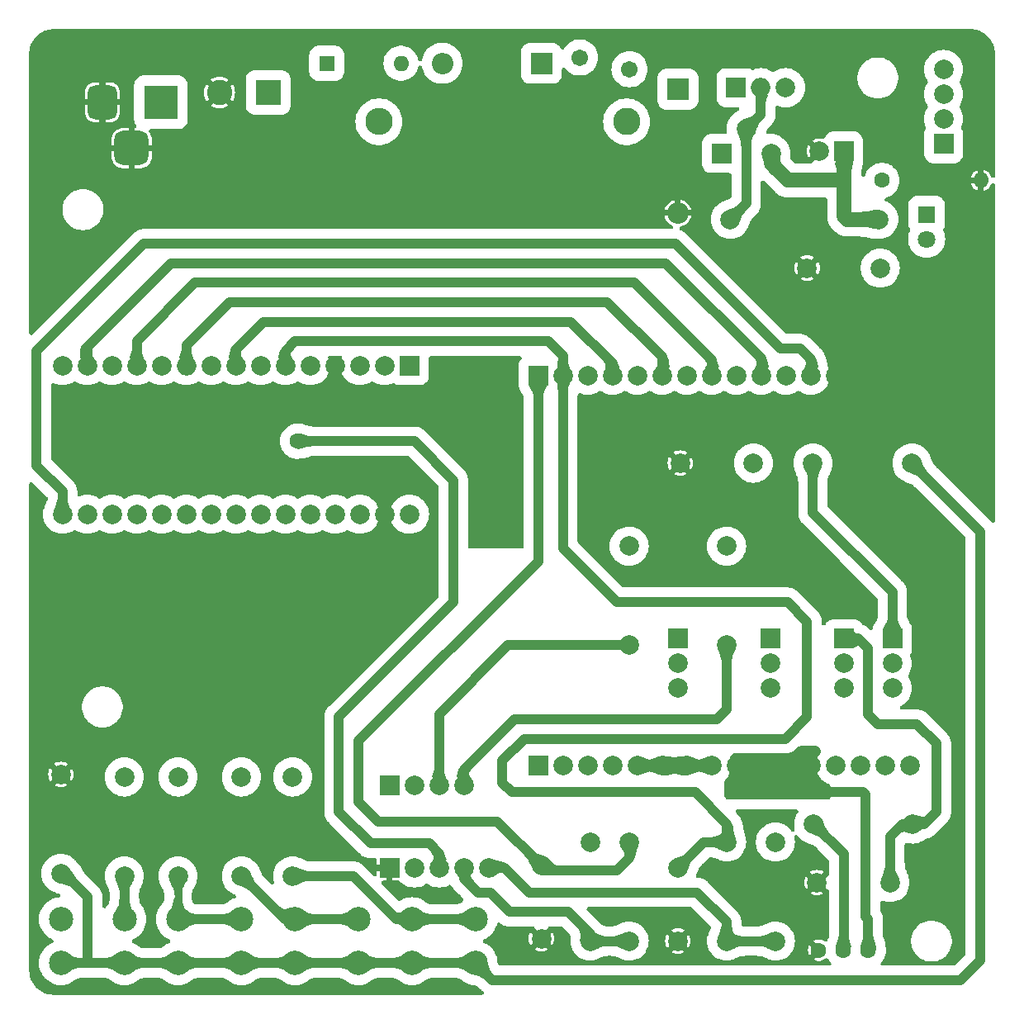
<source format=gbr>
%TF.GenerationSoftware,KiCad,Pcbnew,7.0.0-rc1-unknown-098b03e17a~164~ubuntu22.04.1*%
%TF.CreationDate,2023-01-20T19:13:20-03:00*%
%TF.ProjectId,Placa_base,506c6163-615f-4626-9173-652e6b696361,Rev. 2.0*%
%TF.SameCoordinates,Original*%
%TF.FileFunction,Copper,L1,Top*%
%TF.FilePolarity,Positive*%
%FSLAX46Y46*%
G04 Gerber Fmt 4.6, Leading zero omitted, Abs format (unit mm)*
G04 Created by KiCad (PCBNEW 7.0.0-rc1-unknown-098b03e17a~164~ubuntu22.04.1) date 2023-01-20 19:13:20*
%MOMM*%
%LPD*%
G01*
G04 APERTURE LIST*
G04 Aperture macros list*
%AMRoundRect*
0 Rectangle with rounded corners*
0 $1 Rounding radius*
0 $2 $3 $4 $5 $6 $7 $8 $9 X,Y pos of 4 corners*
0 Add a 4 corners polygon primitive as box body*
4,1,4,$2,$3,$4,$5,$6,$7,$8,$9,$2,$3,0*
0 Add four circle primitives for the rounded corners*
1,1,$1+$1,$2,$3*
1,1,$1+$1,$4,$5*
1,1,$1+$1,$6,$7*
1,1,$1+$1,$8,$9*
0 Add four rect primitives between the rounded corners*
20,1,$1+$1,$2,$3,$4,$5,0*
20,1,$1+$1,$4,$5,$6,$7,0*
20,1,$1+$1,$6,$7,$8,$9,0*
20,1,$1+$1,$8,$9,$2,$3,0*%
G04 Aperture macros list end*
%TA.AperFunction,ComponentPad*%
%ADD10C,2.000000*%
%TD*%
%TA.AperFunction,ComponentPad*%
%ADD11R,2.000000X2.000000*%
%TD*%
%TA.AperFunction,ComponentPad*%
%ADD12C,2.600000*%
%TD*%
%TA.AperFunction,ComponentPad*%
%ADD13R,2.600000X2.600000*%
%TD*%
%TA.AperFunction,ComponentPad*%
%ADD14C,2.500000*%
%TD*%
%TA.AperFunction,ComponentPad*%
%ADD15C,1.800000*%
%TD*%
%TA.AperFunction,ComponentPad*%
%ADD16R,1.800000X1.800000*%
%TD*%
%TA.AperFunction,ComponentPad*%
%ADD17O,2.800000X2.800000*%
%TD*%
%TA.AperFunction,ComponentPad*%
%ADD18C,2.800000*%
%TD*%
%TA.AperFunction,ComponentPad*%
%ADD19O,1.600000X1.600000*%
%TD*%
%TA.AperFunction,ComponentPad*%
%ADD20R,1.600000X1.600000*%
%TD*%
%TA.AperFunction,ComponentPad*%
%ADD21RoundRect,0.875000X-0.875000X-0.875000X0.875000X-0.875000X0.875000X0.875000X-0.875000X0.875000X0*%
%TD*%
%TA.AperFunction,ComponentPad*%
%ADD22RoundRect,0.750000X-0.750000X-1.000000X0.750000X-1.000000X0.750000X1.000000X-0.750000X1.000000X0*%
%TD*%
%TA.AperFunction,ComponentPad*%
%ADD23R,3.500000X3.500000*%
%TD*%
%TA.AperFunction,ComponentPad*%
%ADD24C,1.710000*%
%TD*%
%TA.AperFunction,ComponentPad*%
%ADD25O,2.000000X2.000000*%
%TD*%
%TA.AperFunction,ComponentPad*%
%ADD26O,2.200000X2.200000*%
%TD*%
%TA.AperFunction,ComponentPad*%
%ADD27R,2.200000X2.200000*%
%TD*%
%TA.AperFunction,ComponentPad*%
%ADD28C,1.600000*%
%TD*%
%TA.AperFunction,ViaPad*%
%ADD29C,1.500000*%
%TD*%
%TA.AperFunction,ViaPad*%
%ADD30C,1.600000*%
%TD*%
%TA.AperFunction,Conductor*%
%ADD31C,1.000000*%
%TD*%
%TA.AperFunction,Conductor*%
%ADD32C,1.500000*%
%TD*%
%TA.AperFunction,Conductor*%
%ADD33C,0.800000*%
%TD*%
G04 APERTURE END LIST*
D10*
%TO.P,J7,3,Pin_3*%
%TO.N,/EAE0*%
X184000000Y-108080000D03*
%TO.P,J7,2,Pin_2*%
%TO.N,/PC4*%
X184000000Y-105540000D03*
D11*
%TO.P,J7,1,Pin_1*%
%TO.N,/SCL*%
X183999999Y-102999999D03*
%TD*%
D12*
%TO.P,J9,2,Pin_2*%
%TO.N,GND*%
X137000000Y-47000000D03*
D13*
%TO.P,J9,1,Pin_1*%
%TO.N,/Vcc*%
X141999999Y-46999999D03*
%TD*%
D14*
%TO.P,SW1,2,2*%
%TO.N,Net-(R1-Pad2)*%
X120750000Y-131750000D03*
X127250000Y-131750000D03*
%TO.P,SW1,1,1*%
%TO.N,/pulsadores*%
X120750000Y-136250000D03*
X127250000Y-136250000D03*
%TD*%
D15*
%TO.P,D3,2,A*%
%TO.N,Vin*%
X209500000Y-62040000D03*
D16*
%TO.P,D3,1,K*%
%TO.N,Net-(D3-K)*%
X209499999Y-59499999D03*
%TD*%
D17*
%TO.P,R14,2*%
%TO.N,Net-(D2-K)*%
X153349999Y-49999999D03*
D18*
%TO.P,R14,1*%
%TO.N,Net-(Q1-E)*%
X178750000Y-50000000D03*
%TD*%
D10*
%TO.P,J6,3,Pin_3*%
%TO.N,/EAE1*%
X193500000Y-108080000D03*
%TO.P,J6,2,Pin_2*%
%TO.N,/PC5*%
X193500000Y-105540000D03*
D11*
%TO.P,J6,1,Pin_1*%
%TO.N,/SDA*%
X193499999Y-102999999D03*
%TD*%
D10*
%TO.P,Q2,3,E*%
%TO.N,Vin*%
X193540000Y-53250000D03*
%TO.P,Q2,2,B*%
%TO.N,Net-(Q1-C)*%
X191000000Y-50710000D03*
D11*
%TO.P,Q2,1,C*%
%TO.N,Net-(D2-K)*%
X188459999Y-53249999D03*
%TD*%
D10*
%TO.P,C3,2*%
%TO.N,GND*%
X170000000Y-133750000D03*
%TO.P,C3,1*%
%TO.N,/PD2*%
X170000000Y-126250000D03*
%TD*%
%TO.P,R6,2*%
%TO.N,Net-(R6-Pad2)*%
X144500000Y-127330000D03*
%TO.P,R6,1*%
%TO.N,+5V*%
X144500000Y-117170000D03*
%TD*%
%TO.P,R5,2*%
%TO.N,/pote_filtrado*%
X208080000Y-122000000D03*
%TO.P,R5,1*%
%TO.N,/pote*%
X197920000Y-122000000D03*
%TD*%
D19*
%TO.P,SW5,2,B*%
%TO.N,Net-(D1-A)*%
X155619999Y-43999999D03*
D20*
%TO.P,SW5,1,A*%
%TO.N,/Vcc*%
X147999999Y-43999999D03*
%TD*%
D10*
%TO.P,C5,2*%
%TO.N,GND*%
X197250000Y-65000000D03*
%TO.P,C5,1*%
%TO.N,Vin*%
X204750000Y-65000000D03*
%TD*%
%TO.P,R7,2*%
%TO.N,/puls_filtrado*%
X197840000Y-85000000D03*
%TO.P,R7,1*%
%TO.N,/pulsadores*%
X208000000Y-85000000D03*
%TD*%
%TO.P,R3,2*%
%TO.N,Net-(R3-Pad2)*%
X132750000Y-127330000D03*
%TO.P,R3,1*%
%TO.N,+5V*%
X132750000Y-117170000D03*
%TD*%
%TO.P,J11,4,Pin_4*%
%TO.N,Vin*%
X211250000Y-44630000D03*
%TO.P,J11,3,Pin_3*%
X211250000Y-47170000D03*
%TO.P,J11,2,Pin_2*%
X211250000Y-49710000D03*
D11*
%TO.P,J11,1,Pin_1*%
X211249999Y-52249999D03*
%TD*%
D10*
%TO.P,J3,3,Pin_3*%
%TO.N,/EAE2*%
X201000000Y-108080000D03*
%TO.P,J3,2,Pin_2*%
%TO.N,/AC6*%
X201000000Y-105540000D03*
D11*
%TO.P,J3,1,Pin_1*%
%TO.N,/pote_filtrado*%
X200999999Y-102999999D03*
%TD*%
D21*
%TO.P,J10,3*%
%TO.N,GND*%
X128000000Y-52700000D03*
D22*
%TO.P,J10,2*%
X125000000Y-48000000D03*
D23*
%TO.P,J10,1*%
%TO.N,/Vcc*%
X130999999Y-47999999D03*
%TD*%
D10*
%TO.P,C1,2*%
%TO.N,GND*%
X198250000Y-128000000D03*
%TO.P,C1,1*%
%TO.N,/pote_filtrado*%
X205750000Y-128000000D03*
%TD*%
D24*
%TO.P,F1,2*%
%TO.N,Net-(Q1-E)*%
X179050000Y-44600000D03*
%TO.P,F1,1*%
%TO.N,Net-(D1-K)*%
X173950000Y-43400000D03*
%TD*%
D10*
%TO.P,Q1,3,E*%
%TO.N,Net-(Q1-E)*%
X195040000Y-46500000D03*
D25*
%TO.P,Q1,2,C*%
%TO.N,Net-(Q1-C)*%
X192499999Y-46499999D03*
D11*
%TO.P,Q1,1,B*%
%TO.N,Net-(D2-K)*%
X189959999Y-46499999D03*
%TD*%
D10*
%TO.P,R15,2*%
%TO.N,Vin*%
X204620000Y-60000000D03*
%TO.P,R15,1*%
%TO.N,Net-(Q1-C)*%
X189380000Y-60000000D03*
%TD*%
%TO.P,R4,2*%
%TO.N,Net-(R4-Pad2)*%
X139250000Y-127330000D03*
%TO.P,R4,1*%
%TO.N,+5V*%
X139250000Y-117170000D03*
%TD*%
%TO.P,J2,16,Pin_16*%
%TO.N,/EAE3*%
X207780000Y-116000000D03*
%TO.P,J2,15,Pin_15*%
%TO.N,/EAE2*%
X205240000Y-116000000D03*
%TO.P,J2,14,Pin_14*%
%TO.N,/EAE1*%
X202700000Y-116000000D03*
%TO.P,J2,13,Pin_13*%
%TO.N,/EAE0*%
X200160000Y-116000000D03*
%TO.P,J2,12,Pin_12*%
%TO.N,+5V*%
X197620000Y-116000000D03*
%TO.P,J2,11,Pin_11*%
X195080000Y-116000000D03*
%TO.P,J2,10,Pin_10*%
X192540000Y-116000000D03*
%TO.P,J2,9,Pin_9*%
X190000000Y-116000000D03*
%TO.P,J2,8,Pin_8*%
%TO.N,+3.3V*%
X187460000Y-116000000D03*
%TO.P,J2,7,Pin_7*%
X184920000Y-116000000D03*
%TO.P,J2,6,Pin_6*%
X182380000Y-116000000D03*
%TO.P,J2,5,Pin_5*%
X179840000Y-116000000D03*
%TO.P,J2,4,Pin_4*%
%TO.N,/PC3*%
X177300000Y-116000000D03*
%TO.P,J2,3,Pin_3*%
%TO.N,/PC2*%
X174760000Y-116000000D03*
%TO.P,J2,2,Pin_2*%
%TO.N,/PC1*%
X172220000Y-116000000D03*
D11*
%TO.P,J2,1,Pin_1*%
%TO.N,/PC0*%
X169679999Y-115999999D03*
%TD*%
D10*
%TO.P,R13,2*%
%TO.N,/SCL*%
X179000000Y-103660000D03*
%TO.P,R13,1*%
%TO.N,+5V*%
X179000000Y-93500000D03*
%TD*%
%TO.P,R9,2*%
%TO.N,/PD2*%
X179000000Y-123840000D03*
%TO.P,R9,1*%
%TO.N,/Enc_A*%
X179000000Y-134000000D03*
%TD*%
%TO.P,R12,2*%
%TO.N,/SDA*%
X189000000Y-103660000D03*
%TO.P,R12,1*%
%TO.N,+5V*%
X189000000Y-93500000D03*
%TD*%
D26*
%TO.P,D2,2,A*%
%TO.N,GND*%
X183999999Y-59349999D03*
D27*
%TO.P,D2,1,K*%
%TO.N,Net-(D2-K)*%
X183999999Y-46649999D03*
%TD*%
D10*
%TO.P,R8,2*%
%TO.N,/Enc_A*%
X175000000Y-134000000D03*
%TO.P,R8,1*%
%TO.N,+5V*%
X175000000Y-123840000D03*
%TD*%
%TO.P,J1,16,Pin_16*%
%TO.N,GND*%
X207780000Y-76000000D03*
%TO.P,J1,15,Pin_15*%
X205240000Y-76000000D03*
%TO.P,J1,14,Pin_14*%
X202700000Y-76000000D03*
%TO.P,J1,13,Pin_13*%
X200160000Y-76000000D03*
%TO.P,J1,12,Pin_12*%
%TO.N,/PB5*%
X197620000Y-76000000D03*
%TO.P,J1,11,Pin_11*%
%TO.N,/PB4*%
X195080000Y-76000000D03*
%TO.P,J1,10,Pin_10*%
%TO.N,/PB3*%
X192540000Y-76000000D03*
%TO.P,J1,9,Pin_9*%
%TO.N,/PB2*%
X190000000Y-76000000D03*
%TO.P,J1,8,Pin_8*%
%TO.N,/PB1*%
X187460000Y-76000000D03*
%TO.P,J1,7,Pin_7*%
%TO.N,/PB0*%
X184920000Y-76000000D03*
%TO.P,J1,6,Pin_6*%
%TO.N,/PD7*%
X182380000Y-76000000D03*
%TO.P,J1,5,Pin_5*%
%TO.N,/PD6*%
X179840000Y-76000000D03*
%TO.P,J1,4,Pin_4*%
%TO.N,/PD5*%
X177300000Y-76000000D03*
%TO.P,J1,3,Pin_3*%
%TO.N,/PD4*%
X174760000Y-76000000D03*
%TO.P,J1,2,Pin_2*%
%TO.N,/PD3*%
X172220000Y-76000000D03*
D11*
%TO.P,J1,1,Pin_1*%
%TO.N,/PD2*%
X169679999Y-75999999D03*
%TD*%
D10*
%TO.P,C6,2*%
%TO.N,GND*%
X198500000Y-53000000D03*
D11*
%TO.P,C6,1*%
%TO.N,Vin*%
X200999999Y-52999999D03*
%TD*%
D10*
%TO.P,J5,5,Pin_5*%
%TO.N,/Enc_B*%
X164610000Y-126500000D03*
%TO.P,J5,4,Pin_4*%
%TO.N,/Enc_A*%
X162070000Y-126500000D03*
%TO.P,J5,3,Pin_3*%
%TO.N,/PD4*%
X159530000Y-126500000D03*
%TO.P,J5,2,Pin_2*%
%TO.N,+5V*%
X156990000Y-126500000D03*
D11*
%TO.P,J5,1,Pin_1*%
%TO.N,GND*%
X154449999Y-126499999D03*
%TD*%
D10*
%TO.P,C4,2*%
%TO.N,GND*%
X184000000Y-134000000D03*
%TO.P,C4,1*%
%TO.N,/PD3*%
X184000000Y-126500000D03*
%TD*%
D14*
%TO.P,SW3,2,2*%
%TO.N,Net-(R4-Pad2)*%
X144750000Y-131750000D03*
X151250000Y-131750000D03*
%TO.P,SW3,1,1*%
%TO.N,/pulsadores*%
X144750000Y-136250000D03*
X151250000Y-136250000D03*
%TD*%
D10*
%TO.P,R11,2*%
%TO.N,/PD3*%
X189000000Y-123840000D03*
%TO.P,R11,1*%
%TO.N,/Enc_B*%
X189000000Y-134000000D03*
%TD*%
%TO.P,C2,2*%
%TO.N,GND*%
X184250000Y-85000000D03*
%TO.P,C2,1*%
%TO.N,/puls_filtrado*%
X191750000Y-85000000D03*
%TD*%
D28*
%TO.P,RV1,3,3*%
%TO.N,GND*%
X198445000Y-134925000D03*
%TO.P,RV1,2,2*%
%TO.N,/pote*%
X200985000Y-134925000D03*
%TO.P,RV1,1,1*%
%TO.N,+5V*%
X203525000Y-134925000D03*
%TD*%
D10*
%TO.P,R2,2*%
%TO.N,GND*%
X120750000Y-116920000D03*
%TO.P,R2,1*%
%TO.N,/pulsadores*%
X120750000Y-127080000D03*
%TD*%
D14*
%TO.P,SW2,2,2*%
%TO.N,Net-(R3-Pad2)*%
X132750000Y-131750000D03*
X139250000Y-131750000D03*
%TO.P,SW2,1,1*%
%TO.N,/pulsadores*%
X132750000Y-136250000D03*
X139250000Y-136250000D03*
%TD*%
%TO.P,SW4,2,2*%
%TO.N,Net-(R6-Pad2)*%
X156750000Y-131750000D03*
X163250000Y-131750000D03*
%TO.P,SW4,1,1*%
%TO.N,/pulsadores*%
X156750000Y-136250000D03*
X163250000Y-136250000D03*
%TD*%
D10*
%TO.P,J4,3,Pin_3*%
%TO.N,/EAE3*%
X206000000Y-108080000D03*
%TO.P,J4,2,Pin_2*%
%TO.N,/AC7*%
X206000000Y-105540000D03*
D11*
%TO.P,J4,1,Pin_1*%
%TO.N,/puls_filtrado*%
X205999999Y-102999999D03*
%TD*%
D19*
%TO.P,R16,2*%
%TO.N,GND*%
X215079999Y-55999999D03*
D28*
%TO.P,R16,1*%
%TO.N,Net-(D3-K)*%
X204920000Y-56000000D03*
%TD*%
D10*
%TO.P,A1,30,VIN*%
%TO.N,Vin*%
X156480000Y-90240000D03*
%TO.P,A1,29,GND*%
%TO.N,GND*%
X153940000Y-90240000D03*
%TO.P,A1,28,~{RESET}*%
%TO.N,unconnected-(A1-~{RESET})*%
X151400000Y-90240000D03*
%TO.P,A1,27,+5V*%
%TO.N,+5V*%
X148860000Y-90240000D03*
%TO.P,A1,26,A7*%
%TO.N,/AC7*%
X146320000Y-90240000D03*
%TO.P,A1,25,A6*%
%TO.N,/AC6*%
X143780000Y-90240000D03*
%TO.P,A1,24,A5*%
%TO.N,/PC5*%
X141240000Y-90240000D03*
%TO.P,A1,23,A4*%
%TO.N,/PC4*%
X138700000Y-90240000D03*
%TO.P,A1,22,A3*%
%TO.N,/PC3*%
X136160000Y-90240000D03*
%TO.P,A1,21,A2*%
%TO.N,/PC2*%
X133620000Y-90240000D03*
%TO.P,A1,20,A1*%
%TO.N,/PC1*%
X131080000Y-90240000D03*
%TO.P,A1,19,A0*%
%TO.N,/PC0*%
X128540000Y-90240000D03*
%TO.P,A1,18,AREF*%
%TO.N,unconnected-(A1-AREF)*%
X126000000Y-90240000D03*
%TO.P,A1,17,3V3*%
%TO.N,+3.3V*%
X123460000Y-90240000D03*
%TO.P,A1,16,D13*%
%TO.N,/PB5*%
X120920000Y-90240000D03*
%TO.P,A1,15,D12*%
%TO.N,/PB4*%
X120920000Y-75000000D03*
%TO.P,A1,14,D11*%
%TO.N,/PB3*%
X123460000Y-75000000D03*
%TO.P,A1,13,D10*%
%TO.N,/PB2*%
X126000000Y-75000000D03*
%TO.P,A1,12,D9*%
%TO.N,/PB1*%
X128540000Y-75000000D03*
%TO.P,A1,11,D8*%
%TO.N,/PB0*%
X131080000Y-75000000D03*
D25*
%TO.P,A1,10,D7*%
%TO.N,/PD7*%
X133619999Y-74999999D03*
D10*
%TO.P,A1,9,D6*%
%TO.N,/PD6*%
X136160000Y-75000000D03*
%TO.P,A1,8,D5*%
%TO.N,/PD5*%
X138700000Y-75000000D03*
%TO.P,A1,7,D4*%
%TO.N,/PD4*%
X141240000Y-75000000D03*
%TO.P,A1,6,D3*%
%TO.N,/PD3*%
X143780000Y-75000000D03*
%TO.P,A1,5,D2*%
%TO.N,/PD2*%
X146320000Y-75000000D03*
%TO.P,A1,4,GND*%
%TO.N,GND*%
X148860000Y-75000000D03*
%TO.P,A1,3,~{RESET}*%
%TO.N,unconnected-(A1-~{RESET})_1*%
X151400000Y-75000000D03*
%TO.P,A1,2,D0/RX*%
%TO.N,unconnected-(A1-D0{slash}RX)*%
X153940000Y-75000000D03*
D11*
%TO.P,A1,1,D1/TX*%
%TO.N,unconnected-(A1-D1{slash}TX)*%
X156479999Y-74999999D03*
%TD*%
D10*
%TO.P,R10,2*%
%TO.N,/Enc_B*%
X194000000Y-134000000D03*
%TO.P,R10,1*%
%TO.N,+5V*%
X194000000Y-123840000D03*
%TD*%
%TO.P,J8,4,Pin_4*%
%TO.N,/SDA*%
X162080000Y-118000000D03*
%TO.P,J8,3,Pin_3*%
%TO.N,/SCL*%
X159540000Y-118000000D03*
%TO.P,J8,2,Pin_2*%
%TO.N,+5V*%
X157000000Y-118000000D03*
D11*
%TO.P,J8,1,Pin_1*%
%TO.N,GND*%
X154459999Y-117999999D03*
%TD*%
D26*
%TO.P,D1,2,A*%
%TO.N,Net-(D1-A)*%
X159839999Y-43999999D03*
D27*
%TO.P,D1,1,K*%
%TO.N,Net-(D1-K)*%
X169999999Y-43999999D03*
%TD*%
D10*
%TO.P,R1,2*%
%TO.N,Net-(R1-Pad2)*%
X127250000Y-127330000D03*
%TO.P,R1,1*%
%TO.N,+5V*%
X127250000Y-117170000D03*
%TD*%
D29*
%TO.N,GND*%
X212000000Y-93500000D03*
X212000000Y-124000000D03*
X206000000Y-132000000D03*
X130000000Y-138500000D03*
X154000000Y-138500000D03*
X130000000Y-129500000D03*
X136000000Y-114000000D03*
X123000000Y-100500000D03*
X123000000Y-82500000D03*
X176000000Y-90500000D03*
X166000000Y-91500000D03*
X166000000Y-82000000D03*
X166000000Y-82000000D03*
X176000000Y-82000000D03*
X215000000Y-86000000D03*
X215000000Y-69000000D03*
X215000000Y-43000000D03*
X199000000Y-43000000D03*
X166000000Y-59000000D03*
X134000000Y-59000000D03*
X148000000Y-59000000D03*
X148000000Y-50000000D03*
D30*
%TO.N,/PD4*%
X145000000Y-82750000D03*
%TD*%
D31*
%TO.N,/SCL*%
X159540000Y-118000000D02*
X159530000Y-117990000D01*
X159530000Y-117990000D02*
X159530000Y-110720000D01*
X159530000Y-110720000D02*
X166590000Y-103660000D01*
X166590000Y-103660000D02*
X179000000Y-103660000D01*
%TO.N,/pulsadores*%
X163250000Y-136250000D02*
X165000000Y-138000000D01*
X165000000Y-138000000D02*
X213000000Y-138000000D01*
X213000000Y-138000000D02*
X215000000Y-136000000D01*
X215000000Y-136000000D02*
X215000000Y-92000000D01*
X215000000Y-92000000D02*
X208000000Y-85000000D01*
%TO.N,/SDA*%
X189000000Y-110250000D02*
X189000000Y-103660000D01*
X188000000Y-111250000D02*
X189000000Y-110250000D01*
X167250000Y-111250000D02*
X188000000Y-111250000D01*
X162080000Y-116420000D02*
X167250000Y-111250000D01*
X162080000Y-118000000D02*
X162080000Y-116420000D01*
%TO.N,/PD2*%
X169680000Y-95070000D02*
X169680000Y-76000000D01*
X151250000Y-113500000D02*
X169680000Y-95070000D01*
X151250000Y-119750000D02*
X151250000Y-113500000D01*
X153250000Y-121750000D02*
X151250000Y-119750000D01*
X165500000Y-121750000D02*
X153250000Y-121750000D01*
X170000000Y-126250000D02*
X165500000Y-121750000D01*
%TO.N,/PD3*%
X185750000Y-118750000D02*
X189000000Y-122000000D01*
X167000000Y-118750000D02*
X185750000Y-118750000D01*
X166000000Y-117750000D02*
X167000000Y-118750000D01*
X166000000Y-115500000D02*
X166000000Y-117750000D01*
X197250000Y-111000000D02*
X195000000Y-113250000D01*
X189000000Y-122000000D02*
X189000000Y-123840000D01*
X195250000Y-99250000D02*
X197250000Y-101250000D01*
X195000000Y-113250000D02*
X168250000Y-113250000D01*
X177750000Y-99250000D02*
X195250000Y-99250000D01*
X168250000Y-113250000D02*
X166000000Y-115500000D01*
X172220000Y-93720000D02*
X177750000Y-99250000D01*
X197250000Y-101250000D02*
X197250000Y-111000000D01*
X172220000Y-76000000D02*
X172220000Y-93720000D01*
%TO.N,/PD4*%
X159530000Y-125030000D02*
X159530000Y-126500000D01*
X158500000Y-124000000D02*
X159530000Y-125030000D01*
X149250000Y-120750000D02*
X152500000Y-124000000D01*
X152500000Y-124000000D02*
X158500000Y-124000000D01*
X149250000Y-111000000D02*
X149250000Y-120750000D01*
X161000000Y-99250000D02*
X149250000Y-111000000D01*
X161000000Y-86750000D02*
X161000000Y-99250000D01*
X157000000Y-82750000D02*
X161000000Y-86750000D01*
X145000000Y-82750000D02*
X157000000Y-82750000D01*
%TO.N,/PD2*%
X170500000Y-126750000D02*
X177750000Y-126750000D01*
X170000000Y-126250000D02*
X170500000Y-126750000D01*
%TO.N,/Enc_A*%
X166750000Y-131000000D02*
X172750000Y-131000000D01*
X164750000Y-129000000D02*
X166750000Y-131000000D01*
X163500000Y-129000000D02*
X164750000Y-129000000D01*
X162070000Y-127570000D02*
X163500000Y-129000000D01*
%TO.N,/Enc_B*%
X166250000Y-126500000D02*
X168750000Y-129000000D01*
X164610000Y-126500000D02*
X166250000Y-126500000D01*
X168750000Y-129000000D02*
X186000000Y-129000000D01*
%TO.N,/Enc_A*%
X172750000Y-131000000D02*
X175000000Y-133250000D01*
X175000000Y-133250000D02*
X175000000Y-134000000D01*
%TO.N,/PD2*%
X177750000Y-126750000D02*
X179000000Y-125500000D01*
X179000000Y-125500000D02*
X179000000Y-123840000D01*
%TO.N,/Enc_A*%
X162070000Y-126500000D02*
X162070000Y-127570000D01*
%TO.N,/Enc_B*%
X189000000Y-132000000D02*
X189000000Y-134000000D01*
X186000000Y-129000000D02*
X189000000Y-132000000D01*
%TO.N,GND*%
X202700000Y-76000000D02*
X205240000Y-76000000D01*
X200160000Y-76000000D02*
X202700000Y-76000000D01*
X205240000Y-76000000D02*
X207780000Y-76000000D01*
%TO.N,/PD3*%
X170750000Y-72500000D02*
X144750000Y-72500000D01*
X172220000Y-76000000D02*
X172220000Y-73970000D01*
X144750000Y-72500000D02*
X143780000Y-73470000D01*
X172220000Y-73970000D02*
X170750000Y-72500000D01*
X186660000Y-123840000D02*
X184000000Y-126500000D01*
X189000000Y-123840000D02*
X186660000Y-123840000D01*
X143780000Y-73470000D02*
X143780000Y-75000000D01*
%TO.N,/PD5*%
X177300000Y-76000000D02*
X177300000Y-74800000D01*
X177300000Y-74800000D02*
X173000000Y-70500000D01*
X138700000Y-73300000D02*
X138700000Y-75000000D01*
X173000000Y-70500000D02*
X141500000Y-70500000D01*
X141500000Y-70500000D02*
X138700000Y-73300000D01*
%TO.N,/PD7*%
X138000000Y-68500000D02*
X133620000Y-72880000D01*
X176750000Y-68500000D02*
X138000000Y-68500000D01*
X182380000Y-74130000D02*
X176750000Y-68500000D01*
X133620000Y-72880000D02*
X133620000Y-75000000D01*
X182380000Y-76000000D02*
X182380000Y-74130000D01*
%TO.N,/PB1*%
X128540000Y-72460000D02*
X128540000Y-75000000D01*
X187460000Y-74460000D02*
X179500000Y-66500000D01*
X134500000Y-66500000D02*
X128540000Y-72460000D01*
X179500000Y-66500000D02*
X134500000Y-66500000D01*
X187460000Y-76000000D02*
X187460000Y-74460000D01*
%TO.N,/PB3*%
X182750000Y-64500000D02*
X132000000Y-64500000D01*
X192540000Y-76000000D02*
X192540000Y-74290000D01*
X132000000Y-64500000D02*
X123460000Y-73040000D01*
X123460000Y-73040000D02*
X123460000Y-75000000D01*
X192540000Y-74290000D02*
X182750000Y-64500000D01*
%TO.N,/PB5*%
X129250000Y-62500000D02*
X118250000Y-73500000D01*
X197620000Y-76000000D02*
X197620000Y-74370000D01*
X118250000Y-85250000D02*
X120920000Y-87920000D01*
X194500000Y-73250000D02*
X183750000Y-62500000D01*
X118250000Y-73500000D02*
X118250000Y-85250000D01*
X183750000Y-62500000D02*
X129250000Y-62500000D01*
X196500000Y-73250000D02*
X194500000Y-73250000D01*
X197620000Y-74370000D02*
X196500000Y-73250000D01*
X120920000Y-87920000D02*
X120920000Y-90240000D01*
%TO.N,+3.3V*%
X187460000Y-116000000D02*
X184920000Y-116000000D01*
X179840000Y-116000000D02*
X182380000Y-116000000D01*
D32*
X184920000Y-116000000D02*
X182380000Y-116000000D01*
D31*
%TO.N,+5V*%
X196000000Y-118750000D02*
X195080000Y-117830000D01*
X203525000Y-134925000D02*
X203525000Y-131775000D01*
X203250000Y-131500000D02*
X203250000Y-119000000D01*
X195080000Y-117830000D02*
X195080000Y-116000000D01*
X203250000Y-119000000D02*
X203000000Y-118750000D01*
X203000000Y-118750000D02*
X196000000Y-118750000D01*
X203525000Y-131775000D02*
X203250000Y-131500000D01*
D32*
%TO.N,Vin*%
X193540000Y-53250000D02*
X193540000Y-54290000D01*
X201050000Y-59700000D02*
X201050000Y-53000000D01*
X195250000Y-56000000D02*
X201000000Y-56000000D01*
X201350000Y-60000000D02*
X201050000Y-59700000D01*
X204620000Y-60000000D02*
X201350000Y-60000000D01*
X193540000Y-54290000D02*
X195250000Y-56000000D01*
D31*
%TO.N,/pote_filtrado*%
X208080000Y-122000000D02*
X209250000Y-122000000D01*
X210500000Y-113750000D02*
X208500000Y-111750000D01*
X202500000Y-103000000D02*
X201000000Y-103000000D01*
X208500000Y-111750000D02*
X204500000Y-111750000D01*
X207000000Y-122000000D02*
X208080000Y-122000000D01*
X210500000Y-120750000D02*
X210500000Y-113750000D01*
X203500000Y-110750000D02*
X203500000Y-104000000D01*
X209250000Y-122000000D02*
X210500000Y-120750000D01*
X205750000Y-123250000D02*
X207000000Y-122000000D01*
X205750000Y-128000000D02*
X205750000Y-123250000D01*
X203500000Y-104000000D02*
X202500000Y-103000000D01*
X204500000Y-111750000D02*
X203500000Y-110750000D01*
%TO.N,/puls_filtrado*%
X197840000Y-85000000D02*
X197840000Y-90090000D01*
X206000000Y-98250000D02*
X206000000Y-103000000D01*
X197840000Y-90090000D02*
X206000000Y-98250000D01*
%TO.N,/Enc_A*%
X179000000Y-134000000D02*
X175000000Y-134000000D01*
%TO.N,/Enc_B*%
X194000000Y-134000000D02*
X189000000Y-134000000D01*
%TO.N,Net-(Q1-C)*%
X189380000Y-60000000D02*
X191000000Y-58380000D01*
X191000000Y-58380000D02*
X191000000Y-50710000D01*
X192500000Y-46500000D02*
X192500000Y-49250000D01*
X191040000Y-50710000D02*
X192250000Y-49500000D01*
X192500000Y-49250000D02*
X192250000Y-49500000D01*
X191000000Y-50710000D02*
X191040000Y-50710000D01*
%TO.N,Net-(R1-Pad2)*%
X127250000Y-127330000D02*
X127250000Y-131750000D01*
%TO.N,/pulsadores*%
X163250000Y-136250000D02*
X156750000Y-136250000D01*
X151250000Y-136250000D02*
X144750000Y-136250000D01*
X120750000Y-127080000D02*
X121080000Y-127080000D01*
X139250000Y-136250000D02*
X144750000Y-136250000D01*
X123500000Y-129500000D02*
X123500000Y-136250000D01*
X120750000Y-136250000D02*
X123500000Y-136250000D01*
X121080000Y-127080000D02*
X123500000Y-129500000D01*
X156750000Y-136250000D02*
X151250000Y-136250000D01*
X127250000Y-136250000D02*
X132750000Y-136250000D01*
X123500000Y-136250000D02*
X127250000Y-136250000D01*
X132750000Y-136250000D02*
X139250000Y-136250000D01*
D33*
%TO.N,Net-(R3-Pad2)*%
X132750000Y-127330000D02*
X132750000Y-131750000D01*
D31*
X132750000Y-131750000D02*
X139250000Y-131750000D01*
%TO.N,Net-(R4-Pad2)*%
X144750000Y-131750000D02*
X151250000Y-131750000D01*
X143750000Y-131750000D02*
X139330000Y-127330000D01*
X139330000Y-127330000D02*
X139250000Y-127330000D01*
X144750000Y-131750000D02*
X143750000Y-131750000D01*
%TO.N,/pote*%
X200985000Y-134925000D02*
X201000000Y-134910000D01*
X201000000Y-134910000D02*
X201000000Y-125080000D01*
X201000000Y-125080000D02*
X197920000Y-122000000D01*
%TO.N,Net-(R6-Pad2)*%
X155139088Y-131750000D02*
X156750000Y-131750000D01*
X156750000Y-131750000D02*
X163250000Y-131750000D01*
X150719088Y-127330000D02*
X155139088Y-131750000D01*
X144500000Y-127330000D02*
X150719088Y-127330000D01*
%TD*%
%TA.AperFunction,Conductor*%
%TO.N,/pulsadores*%
G36*
X164462134Y-136054474D02*
G01*
X164466900Y-136061941D01*
X164518025Y-136343308D01*
X164518070Y-136343553D01*
X164592138Y-136613753D01*
X164592321Y-136614161D01*
X164592322Y-136614164D01*
X164711351Y-136879714D01*
X164711354Y-136879720D01*
X164711553Y-136880163D01*
X164900819Y-137161712D01*
X164901092Y-137162016D01*
X164901093Y-137162017D01*
X165177027Y-137469084D01*
X165180020Y-137477216D01*
X165176597Y-137485177D01*
X164485180Y-138176594D01*
X164477216Y-138180017D01*
X164469084Y-138177020D01*
X164166317Y-137904683D01*
X164165978Y-137904455D01*
X163889522Y-137718552D01*
X163889518Y-137718549D01*
X163889099Y-137718268D01*
X163626336Y-137601388D01*
X163358683Y-137530238D01*
X163358418Y-137530193D01*
X163358412Y-137530192D01*
X163078105Y-137482917D01*
X163070585Y-137478257D01*
X163068477Y-137469667D01*
X163248040Y-136257744D01*
X163251279Y-136251250D01*
X163257725Y-136247914D01*
X164453501Y-136052486D01*
X164462134Y-136054474D01*
G37*
%TD.AperFunction*%
%TD*%
%TA.AperFunction,Conductor*%
%TO.N,/pulsadores*%
G36*
X208924589Y-84623470D02*
G01*
X208928243Y-84628375D01*
X209077742Y-85007253D01*
X209188886Y-85288779D01*
X209307488Y-85519671D01*
X209483723Y-85757706D01*
X209629223Y-85912893D01*
X209760018Y-86052395D01*
X209763181Y-86060585D01*
X209759756Y-86068670D01*
X209068670Y-86759756D01*
X209060585Y-86763181D01*
X209052395Y-86760018D01*
X208757963Y-86483964D01*
X208757706Y-86483723D01*
X208519671Y-86307488D01*
X208288779Y-86188886D01*
X208007253Y-86077742D01*
X207943016Y-86052395D01*
X207628375Y-85928243D01*
X207623470Y-85924589D01*
X207621079Y-85918960D01*
X207621854Y-85912896D01*
X207997438Y-85003781D01*
X207999978Y-84999978D01*
X208003781Y-84997438D01*
X208912896Y-84621854D01*
X208918960Y-84621079D01*
X208924589Y-84623470D01*
G37*
%TD.AperFunction*%
%TD*%
%TA.AperFunction,Conductor*%
%TO.N,/Enc_B*%
G36*
X189496810Y-132003295D02*
G01*
X189500364Y-132011322D01*
X189513371Y-132415069D01*
X189513417Y-132415382D01*
X189513419Y-132415396D01*
X189557000Y-132707530D01*
X189557002Y-132707538D01*
X189557071Y-132708001D01*
X189557214Y-132708447D01*
X189557216Y-132708454D01*
X189636383Y-132954855D01*
X189636472Y-132955131D01*
X189636584Y-132955389D01*
X189636587Y-132955397D01*
X189756949Y-133232790D01*
X189756950Y-133232791D01*
X189919146Y-133606412D01*
X189920031Y-133612464D01*
X189917740Y-133618135D01*
X189912901Y-133621876D01*
X189004487Y-133999136D01*
X189000000Y-134000031D01*
X188995513Y-133999136D01*
X188087098Y-133621876D01*
X188082259Y-133618135D01*
X188079968Y-133612464D01*
X188080852Y-133606415D01*
X188243049Y-133232791D01*
X188363527Y-132955131D01*
X188442928Y-132708001D01*
X188486627Y-132415069D01*
X188499635Y-132011322D01*
X188503190Y-132003295D01*
X188511329Y-132000000D01*
X189488671Y-132000000D01*
X189496810Y-132003295D01*
G37*
%TD.AperFunction*%
%TD*%
%TA.AperFunction,Conductor*%
%TO.N,/PD2*%
G36*
X169688276Y-76007285D02*
G01*
X170323713Y-76643357D01*
X170326398Y-76647537D01*
X170395487Y-76832771D01*
X170395489Y-76832777D01*
X170395633Y-76833161D01*
X170532774Y-77084315D01*
X170572894Y-77137910D01*
X170575210Y-77144272D01*
X170573613Y-77150852D01*
X170480102Y-77309822D01*
X170480088Y-77309846D01*
X170479999Y-77309999D01*
X170479917Y-77310161D01*
X170479905Y-77310185D01*
X170380061Y-77509874D01*
X170379999Y-77509999D01*
X170379958Y-77510092D01*
X170379944Y-77510123D01*
X170280047Y-77739886D01*
X170280029Y-77739929D01*
X170279999Y-77739999D01*
X170279969Y-77740075D01*
X170279951Y-77740121D01*
X170182885Y-77992500D01*
X170178589Y-77997944D01*
X170171965Y-78000000D01*
X169188035Y-78000000D01*
X169181411Y-77997944D01*
X169177115Y-77992500D01*
X169080046Y-77740121D01*
X169080044Y-77740117D01*
X169079999Y-77739999D01*
X168979999Y-77509999D01*
X168879999Y-77309999D01*
X168779999Y-77139999D01*
X168685756Y-77008059D01*
X168683618Y-77000298D01*
X168687000Y-76992992D01*
X169671725Y-76007283D01*
X169676969Y-76004253D01*
X169683029Y-76004253D01*
X169688276Y-76007285D01*
G37*
%TD.AperFunction*%
%TD*%
%TA.AperFunction,Conductor*%
%TO.N,/PD3*%
G36*
X172716810Y-74003295D02*
G01*
X172720364Y-74011322D01*
X172733371Y-74415069D01*
X172733417Y-74415382D01*
X172733419Y-74415396D01*
X172777000Y-74707530D01*
X172777002Y-74707538D01*
X172777071Y-74708001D01*
X172777214Y-74708447D01*
X172777216Y-74708454D01*
X172856383Y-74954855D01*
X172856472Y-74955131D01*
X172856584Y-74955389D01*
X172856587Y-74955397D01*
X172940432Y-75148633D01*
X172941387Y-75153818D01*
X172939969Y-75158896D01*
X172935829Y-75166479D01*
X172935826Y-75166485D01*
X172935633Y-75166839D01*
X172935491Y-75167217D01*
X172935487Y-75167228D01*
X172835777Y-75434561D01*
X172835774Y-75434568D01*
X172835631Y-75434954D01*
X172835545Y-75435347D01*
X172835542Y-75435359D01*
X172774890Y-75714173D01*
X172774888Y-75714183D01*
X172774804Y-75714572D01*
X172774775Y-75714972D01*
X172774774Y-75714982D01*
X172771189Y-75765106D01*
X172769012Y-75771110D01*
X172764006Y-75775076D01*
X172224487Y-75999136D01*
X172220000Y-76000031D01*
X172215513Y-75999136D01*
X171687712Y-75779943D01*
X171682468Y-75775634D01*
X171680499Y-75769138D01*
X171680499Y-74942213D01*
X171680499Y-74941964D01*
X171669886Y-74822582D01*
X171650243Y-74753932D01*
X171650352Y-74747140D01*
X171662928Y-74708001D01*
X171706627Y-74415069D01*
X171719635Y-74011322D01*
X171723190Y-74003295D01*
X171731329Y-74000000D01*
X172708671Y-74000000D01*
X172716810Y-74003295D01*
G37*
%TD.AperFunction*%
%TD*%
%TA.AperFunction,Conductor*%
%TO.N,/PD3*%
G36*
X185068670Y-124740243D02*
G01*
X185759756Y-125431329D01*
X185763181Y-125439414D01*
X185760018Y-125447604D01*
X185483964Y-125742035D01*
X185483956Y-125742043D01*
X185483723Y-125742293D01*
X185483522Y-125742563D01*
X185483514Y-125742574D01*
X185307770Y-125979945D01*
X185307765Y-125979951D01*
X185307488Y-125980327D01*
X185307272Y-125980746D01*
X185307271Y-125980749D01*
X185189018Y-126210961D01*
X185189014Y-126210969D01*
X185188886Y-126211219D01*
X185188783Y-126211477D01*
X185188781Y-126211484D01*
X185077742Y-126492745D01*
X184928243Y-126871624D01*
X184924589Y-126876529D01*
X184918960Y-126878920D01*
X184912893Y-126878144D01*
X184003784Y-126502562D01*
X183999978Y-126500021D01*
X183997437Y-126496215D01*
X183621854Y-125587103D01*
X183621079Y-125581039D01*
X183623470Y-125575410D01*
X183628373Y-125571757D01*
X184007253Y-125422257D01*
X184288779Y-125311112D01*
X184519671Y-125192510D01*
X184757706Y-125016275D01*
X185052396Y-124739980D01*
X185060585Y-124736818D01*
X185068670Y-124740243D01*
G37*
%TD.AperFunction*%
%TD*%
%TA.AperFunction,Conductor*%
%TO.N,/PD3*%
G36*
X188618135Y-122922259D02*
G01*
X188621876Y-122927098D01*
X188999136Y-123835513D01*
X189000031Y-123840000D01*
X188999136Y-123844487D01*
X188621876Y-124752901D01*
X188618135Y-124757740D01*
X188612464Y-124760031D01*
X188606412Y-124759146D01*
X188232791Y-124596950D01*
X187955397Y-124476587D01*
X187955389Y-124476584D01*
X187955131Y-124476472D01*
X187954860Y-124476385D01*
X187954855Y-124476383D01*
X187708454Y-124397216D01*
X187708447Y-124397214D01*
X187708001Y-124397071D01*
X187707538Y-124397002D01*
X187707530Y-124397000D01*
X187415396Y-124353419D01*
X187415382Y-124353417D01*
X187415069Y-124353371D01*
X187414743Y-124353360D01*
X187414738Y-124353360D01*
X187179786Y-124345791D01*
X187011322Y-124340364D01*
X187003295Y-124336810D01*
X187000000Y-124328671D01*
X187000000Y-123351329D01*
X187003295Y-123343190D01*
X187011322Y-123339635D01*
X187415069Y-123326627D01*
X187708001Y-123282928D01*
X187955131Y-123203527D01*
X188232791Y-123083049D01*
X188606415Y-122920852D01*
X188612464Y-122919968D01*
X188618135Y-122922259D01*
G37*
%TD.AperFunction*%
%TD*%
%TA.AperFunction,Conductor*%
%TO.N,/PD3*%
G36*
X143767583Y-72792903D02*
G01*
X144459015Y-73484335D01*
X144462393Y-73491535D01*
X144460387Y-73499230D01*
X144314218Y-73712120D01*
X144314217Y-73712122D01*
X144313239Y-73713547D01*
X144313214Y-73715274D01*
X144313214Y-73715276D01*
X144310462Y-73908889D01*
X144310462Y-73908891D01*
X144310443Y-73910271D01*
X144407772Y-74108437D01*
X144407962Y-74108729D01*
X144407968Y-74108739D01*
X144474282Y-74210491D01*
X144476109Y-74215591D01*
X144475442Y-74220968D01*
X144395777Y-74434561D01*
X144395774Y-74434568D01*
X144395631Y-74434954D01*
X144395545Y-74435347D01*
X144395542Y-74435359D01*
X144334890Y-74714173D01*
X144334888Y-74714183D01*
X144334804Y-74714572D01*
X144334775Y-74714972D01*
X144334774Y-74714982D01*
X144331207Y-74764856D01*
X144329028Y-74770862D01*
X144324019Y-74774829D01*
X143783777Y-74998847D01*
X143779292Y-74999739D01*
X143774808Y-74998844D01*
X143235993Y-74775076D01*
X143230987Y-74771110D01*
X143228810Y-74765106D01*
X143228792Y-74764856D01*
X143225196Y-74714572D01*
X143164369Y-74434954D01*
X143064367Y-74166839D01*
X143038401Y-74119286D01*
X143037426Y-74110446D01*
X143134605Y-73772641D01*
X143134813Y-73771992D01*
X143154836Y-73715276D01*
X143241168Y-73470731D01*
X143242146Y-73468648D01*
X143424465Y-73162500D01*
X143425744Y-73160747D01*
X143750549Y-72793423D01*
X143755822Y-72790008D01*
X143762106Y-72789815D01*
X143767583Y-72792903D01*
G37*
%TD.AperFunction*%
%TD*%
%TA.AperFunction,Conductor*%
%TO.N,/PD3*%
G36*
X172224485Y-76000862D02*
G01*
X172764008Y-76224924D01*
X172769012Y-76228888D01*
X172771189Y-76234892D01*
X172774774Y-76285017D01*
X172774775Y-76285025D01*
X172774804Y-76285428D01*
X172774888Y-76285818D01*
X172774890Y-76285826D01*
X172835542Y-76564640D01*
X172835544Y-76564648D01*
X172835631Y-76565046D01*
X172835776Y-76565435D01*
X172835777Y-76565438D01*
X172935487Y-76832771D01*
X172935489Y-76832777D01*
X172935633Y-76833161D01*
X172935829Y-76833521D01*
X172935831Y-76833524D01*
X172939968Y-76841101D01*
X172941387Y-76846180D01*
X172940432Y-76851365D01*
X172856587Y-77044601D01*
X172856581Y-77044615D01*
X172856472Y-77044868D01*
X172856387Y-77045131D01*
X172856383Y-77045143D01*
X172777216Y-77291543D01*
X172777213Y-77291552D01*
X172777071Y-77291997D01*
X172777002Y-77292456D01*
X172777000Y-77292467D01*
X172733419Y-77584602D01*
X172733417Y-77584617D01*
X172733371Y-77584930D01*
X172733360Y-77585253D01*
X172733360Y-77585260D01*
X172720365Y-77988677D01*
X172716810Y-77996705D01*
X172708671Y-78000000D01*
X171731329Y-78000000D01*
X171723190Y-77996705D01*
X171719635Y-77988677D01*
X171706627Y-77584930D01*
X171662928Y-77291997D01*
X171650352Y-77252858D01*
X171650243Y-77246067D01*
X171669886Y-77177418D01*
X171680500Y-77058037D01*
X171680499Y-76230857D01*
X171682468Y-76224364D01*
X171687707Y-76220058D01*
X172215515Y-76000862D01*
X172219999Y-75999968D01*
X172224485Y-76000862D01*
G37*
%TD.AperFunction*%
%TD*%
%TA.AperFunction,Conductor*%
%TO.N,/PD3*%
G36*
X189243302Y-121539753D02*
G01*
X189248585Y-121543477D01*
X189550067Y-121918661D01*
X189551846Y-121921734D01*
X189679807Y-122249433D01*
X189680514Y-122252207D01*
X189722428Y-122580511D01*
X189722429Y-122580512D01*
X189764004Y-122901917D01*
X189772079Y-122964337D01*
X189772223Y-122964805D01*
X189772224Y-122964809D01*
X189920749Y-123447149D01*
X189920156Y-123455567D01*
X189914054Y-123461397D01*
X189005191Y-123838844D01*
X189000707Y-123839739D01*
X188996222Y-123838847D01*
X188088631Y-123462505D01*
X188083493Y-123458356D01*
X188081419Y-123452086D01*
X188083071Y-123445692D01*
X188262753Y-123145208D01*
X188264014Y-123143482D01*
X188476869Y-122901917D01*
X188642562Y-122694369D01*
X188686127Y-122485812D01*
X188538220Y-122248301D01*
X188536529Y-122240785D01*
X188539879Y-122233846D01*
X189231194Y-121542531D01*
X189236847Y-121539403D01*
X189243302Y-121539753D01*
G37*
%TD.AperFunction*%
%TD*%
%TA.AperFunction,Conductor*%
%TO.N,/PD4*%
G36*
X159511762Y-124307482D02*
G01*
X159517036Y-124310841D01*
X159667771Y-124478209D01*
X159846730Y-124676917D01*
X159847891Y-124678442D01*
X160040703Y-124980175D01*
X160041703Y-124982120D01*
X160160274Y-125277765D01*
X160160558Y-125278552D01*
X160268857Y-125616731D01*
X160269361Y-125621408D01*
X160267983Y-125625906D01*
X160245831Y-125666475D01*
X160245827Y-125666483D01*
X160245633Y-125666839D01*
X160245491Y-125667217D01*
X160245487Y-125667228D01*
X160145777Y-125934561D01*
X160145774Y-125934568D01*
X160145631Y-125934954D01*
X160145545Y-125935347D01*
X160145542Y-125935359D01*
X160084890Y-126214173D01*
X160084888Y-126214183D01*
X160084804Y-126214572D01*
X160084775Y-126214972D01*
X160084774Y-126214982D01*
X160081189Y-126265106D01*
X160079012Y-126271110D01*
X160074006Y-126275076D01*
X159532866Y-126499810D01*
X159528371Y-126500705D01*
X159006518Y-126500335D01*
X158998550Y-126497195D01*
X158994857Y-126489472D01*
X158975196Y-126214572D01*
X158914369Y-125934954D01*
X158834858Y-125721778D01*
X158834177Y-125716546D01*
X158835865Y-125711548D01*
X158937558Y-125546933D01*
X158979212Y-125296902D01*
X158967664Y-125278161D01*
X158903963Y-125174781D01*
X158806530Y-125016657D01*
X158804871Y-125009160D01*
X158808218Y-125002249D01*
X159500071Y-124310396D01*
X159505511Y-124307319D01*
X159511762Y-124307482D01*
G37*
%TD.AperFunction*%
%TD*%
%TA.AperFunction,Conductor*%
%TO.N,/PD4*%
G36*
X145399754Y-81981117D02*
G01*
X145401840Y-81981472D01*
X145665331Y-82051588D01*
X145679877Y-82055459D01*
X145680942Y-82055798D01*
X145919592Y-82144400D01*
X146199184Y-82218800D01*
X146512961Y-82243224D01*
X146589208Y-82249160D01*
X146596888Y-82252879D01*
X146600000Y-82260825D01*
X146600000Y-83239175D01*
X146596888Y-83247121D01*
X146589208Y-83250840D01*
X146199714Y-83281158D01*
X146199705Y-83281159D01*
X146199184Y-83281200D01*
X146198678Y-83281334D01*
X146198670Y-83281336D01*
X145919859Y-83355528D01*
X145919841Y-83355533D01*
X145919592Y-83355600D01*
X145919326Y-83355698D01*
X145919322Y-83355700D01*
X145680940Y-83444201D01*
X145679877Y-83444540D01*
X145401847Y-83518525D01*
X145399746Y-83518883D01*
X145012592Y-83549019D01*
X145006371Y-83547778D01*
X145001711Y-83543473D01*
X144999984Y-83537369D01*
X144999960Y-83518525D01*
X144999000Y-82750000D01*
X144999984Y-81962629D01*
X145001711Y-81956526D01*
X145006371Y-81952221D01*
X145012591Y-81950980D01*
X145399754Y-81981117D01*
G37*
%TD.AperFunction*%
%TD*%
%TA.AperFunction,Conductor*%
%TO.N,/PD5*%
G36*
X177090886Y-73886128D02*
G01*
X177096139Y-73889229D01*
X177449343Y-74250780D01*
X177449871Y-74251357D01*
X177689815Y-74532293D01*
X177690766Y-74533574D01*
X177863373Y-74802619D01*
X177864088Y-74803906D01*
X178023573Y-75138793D01*
X178023804Y-75139309D01*
X178024610Y-75141236D01*
X178025500Y-75146357D01*
X178024085Y-75151358D01*
X178015831Y-75166475D01*
X178015827Y-75166483D01*
X178015633Y-75166839D01*
X178015491Y-75167217D01*
X178015487Y-75167228D01*
X177915777Y-75434561D01*
X177915774Y-75434568D01*
X177915631Y-75434954D01*
X177915545Y-75435347D01*
X177915542Y-75435359D01*
X177854890Y-75714173D01*
X177854888Y-75714183D01*
X177854804Y-75714572D01*
X177854775Y-75714972D01*
X177854774Y-75714982D01*
X177851189Y-75765106D01*
X177849012Y-75771110D01*
X177844006Y-75775076D01*
X177302866Y-75999810D01*
X177298371Y-76000705D01*
X176776518Y-76000335D01*
X176768550Y-75997195D01*
X176764857Y-75989472D01*
X176745196Y-75714572D01*
X176684369Y-75434954D01*
X176584367Y-75166839D01*
X176561790Y-75125493D01*
X176560383Y-75120621D01*
X176561169Y-75115613D01*
X176568367Y-75097293D01*
X176564393Y-74858866D01*
X176386182Y-74595867D01*
X176384222Y-74588197D01*
X176387595Y-74581034D01*
X177079499Y-73889130D01*
X177084786Y-73886092D01*
X177090886Y-73886128D01*
G37*
%TD.AperFunction*%
%TD*%
%TA.AperFunction,Conductor*%
%TO.N,/PD5*%
G36*
X138567607Y-72743343D02*
G01*
X139258989Y-73434725D01*
X139262352Y-73441772D01*
X139260532Y-73449365D01*
X139114574Y-73674386D01*
X139114573Y-73674387D01*
X139113470Y-73676089D01*
X139113696Y-73678105D01*
X139113696Y-73678106D01*
X139122357Y-73755356D01*
X139136282Y-73879547D01*
X139137045Y-73880701D01*
X139137047Y-73880705D01*
X139270890Y-74083064D01*
X139270898Y-74083075D01*
X139271021Y-74083261D01*
X139271165Y-74083446D01*
X139271166Y-74083447D01*
X139385904Y-74230606D01*
X139388241Y-74236021D01*
X139387639Y-74241889D01*
X139315777Y-74434561D01*
X139315774Y-74434568D01*
X139315631Y-74434954D01*
X139315545Y-74435347D01*
X139315542Y-74435359D01*
X139254890Y-74714173D01*
X139254888Y-74714183D01*
X139254804Y-74714572D01*
X139254775Y-74714972D01*
X139254774Y-74714982D01*
X139251207Y-74764856D01*
X139249028Y-74770862D01*
X139244019Y-74774829D01*
X138703777Y-74998847D01*
X138699292Y-74999739D01*
X138694808Y-74998844D01*
X138155993Y-74775076D01*
X138150987Y-74771110D01*
X138148810Y-74765106D01*
X138145225Y-74714982D01*
X138145196Y-74714572D01*
X138084369Y-74434954D01*
X137984367Y-74166839D01*
X137946975Y-74098362D01*
X137945770Y-74090476D01*
X138012450Y-73755297D01*
X138012487Y-73755124D01*
X138083788Y-73438580D01*
X138084646Y-73436107D01*
X138237185Y-73117884D01*
X138238765Y-73115432D01*
X138550373Y-72744093D01*
X138555654Y-72740510D01*
X138562032Y-72740231D01*
X138567607Y-72743343D01*
G37*
%TD.AperFunction*%
%TD*%
%TA.AperFunction,Conductor*%
%TO.N,/PD7*%
G36*
X134116810Y-73003295D02*
G01*
X134120364Y-73011322D01*
X134133371Y-73415069D01*
X134133417Y-73415382D01*
X134133419Y-73415396D01*
X134177000Y-73707530D01*
X134177002Y-73707538D01*
X134177071Y-73708001D01*
X134177214Y-73708447D01*
X134177216Y-73708454D01*
X134256383Y-73954855D01*
X134256472Y-73955131D01*
X134256584Y-73955389D01*
X134256587Y-73955397D01*
X134340432Y-74148633D01*
X134341387Y-74153818D01*
X134339969Y-74158896D01*
X134335829Y-74166479D01*
X134335826Y-74166485D01*
X134335633Y-74166839D01*
X134335491Y-74167217D01*
X134335487Y-74167228D01*
X134235777Y-74434561D01*
X134235774Y-74434568D01*
X134235631Y-74434954D01*
X134235545Y-74435347D01*
X134235542Y-74435359D01*
X134174890Y-74714173D01*
X134174888Y-74714183D01*
X134174804Y-74714572D01*
X134174775Y-74714972D01*
X134174774Y-74714982D01*
X134171189Y-74765106D01*
X134169012Y-74771110D01*
X134164006Y-74775076D01*
X133624486Y-74999136D01*
X133619999Y-75000031D01*
X133615512Y-74999136D01*
X133075993Y-74775076D01*
X133070987Y-74771110D01*
X133068810Y-74765106D01*
X133065225Y-74714982D01*
X133065196Y-74714572D01*
X133004369Y-74434954D01*
X132904367Y-74166839D01*
X132900028Y-74158894D01*
X132898610Y-74153817D01*
X132899563Y-74148636D01*
X132983527Y-73955131D01*
X133062928Y-73708001D01*
X133106627Y-73415069D01*
X133119635Y-73011322D01*
X133123190Y-73003295D01*
X133131329Y-73000000D01*
X134108671Y-73000000D01*
X134116810Y-73003295D01*
G37*
%TD.AperFunction*%
%TD*%
%TA.AperFunction,Conductor*%
%TO.N,/PD7*%
G36*
X182644507Y-73691019D02*
G01*
X182649788Y-73694771D01*
X182810437Y-73896562D01*
X182949191Y-74070850D01*
X182951003Y-74074056D01*
X183073694Y-74403732D01*
X183074362Y-74406562D01*
X183109920Y-74737291D01*
X183147764Y-75066905D01*
X183146409Y-75073847D01*
X183095831Y-75166475D01*
X183095827Y-75166483D01*
X183095633Y-75166839D01*
X183095491Y-75167217D01*
X183095487Y-75167228D01*
X182995777Y-75434561D01*
X182995774Y-75434568D01*
X182995631Y-75434954D01*
X182995545Y-75435347D01*
X182995542Y-75435359D01*
X182934890Y-75714173D01*
X182934888Y-75714183D01*
X182934804Y-75714572D01*
X182934775Y-75714972D01*
X182934774Y-75714982D01*
X182931189Y-75765106D01*
X182929012Y-75771110D01*
X182924006Y-75775076D01*
X182385191Y-75998844D01*
X182380707Y-75999739D01*
X182376222Y-75998847D01*
X181835979Y-75774829D01*
X181830970Y-75770862D01*
X181828792Y-75764859D01*
X181825196Y-75714572D01*
X181764369Y-75434954D01*
X181697264Y-75255041D01*
X181696734Y-75248760D01*
X181699538Y-75243118D01*
X181867249Y-75057280D01*
X182039590Y-74848986D01*
X182087568Y-74639383D01*
X181942849Y-74405107D01*
X181939388Y-74399504D01*
X181937721Y-74392001D01*
X181941068Y-74385083D01*
X182632366Y-73693785D01*
X182638037Y-73690653D01*
X182644507Y-73691019D01*
G37*
%TD.AperFunction*%
%TD*%
%TA.AperFunction,Conductor*%
%TO.N,/PB1*%
G36*
X129036810Y-73003295D02*
G01*
X129040364Y-73011322D01*
X129053371Y-73415069D01*
X129053417Y-73415382D01*
X129053419Y-73415396D01*
X129097000Y-73707530D01*
X129097002Y-73707538D01*
X129097071Y-73708001D01*
X129097214Y-73708447D01*
X129097216Y-73708454D01*
X129176383Y-73954855D01*
X129176472Y-73955131D01*
X129176584Y-73955389D01*
X129176587Y-73955397D01*
X129260432Y-74148633D01*
X129261387Y-74153818D01*
X129259969Y-74158896D01*
X129255829Y-74166479D01*
X129255826Y-74166485D01*
X129255633Y-74166839D01*
X129255491Y-74167217D01*
X129255487Y-74167228D01*
X129155777Y-74434561D01*
X129155774Y-74434568D01*
X129155631Y-74434954D01*
X129155545Y-74435347D01*
X129155542Y-74435359D01*
X129094890Y-74714173D01*
X129094888Y-74714183D01*
X129094804Y-74714572D01*
X129094775Y-74714972D01*
X129094774Y-74714982D01*
X129091189Y-74765106D01*
X129089012Y-74771110D01*
X129084006Y-74775076D01*
X128544486Y-74999136D01*
X128539999Y-75000031D01*
X128535512Y-74999136D01*
X127995993Y-74775076D01*
X127990987Y-74771110D01*
X127988810Y-74765106D01*
X127985225Y-74714982D01*
X127985196Y-74714572D01*
X127924369Y-74434954D01*
X127824367Y-74166839D01*
X127820028Y-74158894D01*
X127818610Y-74153817D01*
X127819563Y-74148636D01*
X127903527Y-73955131D01*
X127982928Y-73708001D01*
X128026627Y-73415069D01*
X128039635Y-73011322D01*
X128043190Y-73003295D01*
X128051329Y-73000000D01*
X129028671Y-73000000D01*
X129036810Y-73003295D01*
G37*
%TD.AperFunction*%
%TD*%
%TA.AperFunction,Conductor*%
%TO.N,/PB1*%
G36*
X187491245Y-73787097D02*
G01*
X187496523Y-73790524D01*
X187820516Y-74158058D01*
X187821823Y-74159862D01*
X188002385Y-74466724D01*
X188003361Y-74468839D01*
X188107671Y-74771020D01*
X188107871Y-74771659D01*
X188203210Y-75109361D01*
X188202219Y-75118147D01*
X188175831Y-75166475D01*
X188175827Y-75166483D01*
X188175633Y-75166839D01*
X188175491Y-75167217D01*
X188175487Y-75167228D01*
X188075777Y-75434561D01*
X188075774Y-75434568D01*
X188075631Y-75434954D01*
X188075545Y-75435347D01*
X188075542Y-75435359D01*
X188014890Y-75714173D01*
X188014888Y-75714183D01*
X188014804Y-75714572D01*
X188014775Y-75714972D01*
X188014774Y-75714982D01*
X188011189Y-75765106D01*
X188009012Y-75771110D01*
X188004006Y-75775076D01*
X187465191Y-75998844D01*
X187460707Y-75999739D01*
X187456222Y-75998847D01*
X186915979Y-75774829D01*
X186910970Y-75770862D01*
X186908792Y-75764859D01*
X186905196Y-75714572D01*
X186844369Y-75434954D01*
X186765113Y-75222462D01*
X186764451Y-75217058D01*
X186766305Y-75211941D01*
X186835517Y-75106982D01*
X186935041Y-74908459D01*
X186933765Y-74711320D01*
X186786660Y-74496297D01*
X186784666Y-74488608D01*
X186788042Y-74481419D01*
X187479475Y-73789986D01*
X187484955Y-73786899D01*
X187491245Y-73787097D01*
G37*
%TD.AperFunction*%
%TD*%
%TA.AperFunction,Conductor*%
%TO.N,/PB3*%
G36*
X192691413Y-73737599D02*
G01*
X192696696Y-73741194D01*
X193007552Y-74112784D01*
X193009155Y-74115290D01*
X193159933Y-74434190D01*
X193160787Y-74436698D01*
X193229989Y-74754035D01*
X193230044Y-74754301D01*
X193294969Y-75089194D01*
X193293752Y-75097028D01*
X193255831Y-75166475D01*
X193255827Y-75166483D01*
X193255633Y-75166839D01*
X193255491Y-75167217D01*
X193255487Y-75167228D01*
X193155777Y-75434561D01*
X193155774Y-75434568D01*
X193155631Y-75434954D01*
X193155545Y-75435347D01*
X193155542Y-75435359D01*
X193094890Y-75714173D01*
X193094888Y-75714183D01*
X193094804Y-75714572D01*
X193094775Y-75714972D01*
X193094774Y-75714982D01*
X193091189Y-75765106D01*
X193089012Y-75771110D01*
X193084006Y-75775076D01*
X192545191Y-75998844D01*
X192540707Y-75999739D01*
X192536222Y-75998847D01*
X191995979Y-75774829D01*
X191990970Y-75770862D01*
X191988792Y-75764859D01*
X191985196Y-75714572D01*
X191924369Y-75434954D01*
X191852717Y-75242850D01*
X191852120Y-75236957D01*
X191854483Y-75231531D01*
X191972366Y-75081754D01*
X192109312Y-74877745D01*
X192133616Y-74673910D01*
X192132505Y-74672192D01*
X192132505Y-74672191D01*
X191986520Y-74446431D01*
X191984710Y-74438844D01*
X191988071Y-74431806D01*
X192679451Y-73740426D01*
X192685029Y-73737315D01*
X192691413Y-73737599D01*
G37*
%TD.AperFunction*%
%TD*%
%TA.AperFunction,Conductor*%
%TO.N,/PB3*%
G36*
X123144123Y-72667555D02*
G01*
X123835359Y-73358791D01*
X123838700Y-73365650D01*
X123837102Y-73373111D01*
X123688541Y-73619173D01*
X123688539Y-73619178D01*
X123687918Y-73620207D01*
X123749068Y-73832862D01*
X123941382Y-74043251D01*
X123941441Y-74043312D01*
X124138481Y-74247404D01*
X124141518Y-74253144D01*
X124141026Y-74259619D01*
X124075777Y-74434561D01*
X124075774Y-74434568D01*
X124075631Y-74434954D01*
X124075545Y-74435347D01*
X124075542Y-74435359D01*
X124014890Y-74714173D01*
X124014888Y-74714183D01*
X124014804Y-74714572D01*
X124014775Y-74714972D01*
X124014774Y-74714982D01*
X124011207Y-74764856D01*
X124009028Y-74770862D01*
X124004019Y-74774829D01*
X123463777Y-74998847D01*
X123459292Y-74999739D01*
X123454808Y-74998844D01*
X122915993Y-74775076D01*
X122910987Y-74771110D01*
X122908810Y-74765106D01*
X122905225Y-74714982D01*
X122905196Y-74714572D01*
X122844369Y-74434954D01*
X122744367Y-74166839D01*
X122685579Y-74059178D01*
X122684179Y-74052736D01*
X122707572Y-73727478D01*
X122723946Y-73389654D01*
X122724481Y-73386684D01*
X122831354Y-73051161D01*
X122833247Y-73047555D01*
X123126601Y-72668663D01*
X123131880Y-72664822D01*
X123138399Y-72664409D01*
X123144123Y-72667555D01*
G37*
%TD.AperFunction*%
%TD*%
%TA.AperFunction,Conductor*%
%TO.N,/PB5*%
G36*
X197714864Y-73760891D02*
G01*
X197720145Y-73764407D01*
X198037057Y-74133996D01*
X198038530Y-74136165D01*
X198203333Y-74449480D01*
X198204255Y-74451809D01*
X198290062Y-74762136D01*
X198290175Y-74762579D01*
X198369217Y-75099104D01*
X198368096Y-75107386D01*
X198335831Y-75166475D01*
X198335827Y-75166483D01*
X198335633Y-75166839D01*
X198335491Y-75167217D01*
X198335487Y-75167228D01*
X198235777Y-75434561D01*
X198235774Y-75434568D01*
X198235631Y-75434954D01*
X198235545Y-75435347D01*
X198235542Y-75435359D01*
X198174890Y-75714173D01*
X198174888Y-75714183D01*
X198174804Y-75714572D01*
X198174775Y-75714972D01*
X198174774Y-75714982D01*
X198171189Y-75765106D01*
X198169012Y-75771110D01*
X198164006Y-75775076D01*
X197625191Y-75998844D01*
X197620707Y-75999739D01*
X197616222Y-75998847D01*
X197075979Y-75774829D01*
X197070970Y-75770862D01*
X197068792Y-75764859D01*
X197065196Y-75714572D01*
X197004369Y-75434954D01*
X196929553Y-75234366D01*
X196928924Y-75228694D01*
X196931052Y-75223405D01*
X197025408Y-75093734D01*
X197144718Y-74892176D01*
X197157044Y-74691412D01*
X197010107Y-74469896D01*
X197008215Y-74462263D01*
X197011583Y-74455157D01*
X197702992Y-73763748D01*
X197708524Y-73760648D01*
X197714864Y-73760891D01*
G37*
%TD.AperFunction*%
%TD*%
%TA.AperFunction,Conductor*%
%TO.N,/PB5*%
G36*
X121416810Y-88243295D02*
G01*
X121420364Y-88251322D01*
X121433371Y-88655069D01*
X121433417Y-88655382D01*
X121433419Y-88655396D01*
X121477000Y-88947530D01*
X121477002Y-88947538D01*
X121477071Y-88948001D01*
X121477214Y-88948447D01*
X121477216Y-88948454D01*
X121556383Y-89194855D01*
X121556472Y-89195131D01*
X121556584Y-89195389D01*
X121556587Y-89195397D01*
X121640432Y-89388633D01*
X121641387Y-89393818D01*
X121639969Y-89398896D01*
X121635829Y-89406479D01*
X121635826Y-89406485D01*
X121635633Y-89406839D01*
X121635491Y-89407217D01*
X121635487Y-89407228D01*
X121535777Y-89674561D01*
X121535774Y-89674568D01*
X121535631Y-89674954D01*
X121535545Y-89675347D01*
X121535542Y-89675359D01*
X121474890Y-89954173D01*
X121474888Y-89954183D01*
X121474804Y-89954572D01*
X121474775Y-89954972D01*
X121474774Y-89954982D01*
X121471189Y-90005106D01*
X121469012Y-90011110D01*
X121464006Y-90015076D01*
X120924486Y-90239136D01*
X120919999Y-90240031D01*
X120915512Y-90239136D01*
X120007098Y-89861876D01*
X120002259Y-89858135D01*
X119999968Y-89852464D01*
X120000852Y-89846415D01*
X120163049Y-89472791D01*
X120283527Y-89195131D01*
X120362928Y-88948001D01*
X120406627Y-88655069D01*
X120419635Y-88251322D01*
X120423190Y-88243295D01*
X120431329Y-88240000D01*
X121408671Y-88240000D01*
X121416810Y-88243295D01*
G37*
%TD.AperFunction*%
%TD*%
%TA.AperFunction,Conductor*%
%TO.N,+3.3V*%
G36*
X185313584Y-115080852D02*
G01*
X185687207Y-115243049D01*
X185964868Y-115363527D01*
X186211997Y-115442928D01*
X186504930Y-115486627D01*
X186908677Y-115499635D01*
X186916705Y-115503190D01*
X186920000Y-115511329D01*
X186920000Y-116488671D01*
X186916705Y-116496810D01*
X186908677Y-116500364D01*
X186748748Y-116505516D01*
X186505260Y-116513360D01*
X186505253Y-116513360D01*
X186504930Y-116513371D01*
X186504617Y-116513417D01*
X186504602Y-116513419D01*
X186212467Y-116557000D01*
X186212456Y-116557002D01*
X186211997Y-116557071D01*
X186211552Y-116557213D01*
X186211543Y-116557216D01*
X185965143Y-116636383D01*
X185965131Y-116636387D01*
X185964868Y-116636472D01*
X185964615Y-116636581D01*
X185964601Y-116636587D01*
X185687207Y-116756950D01*
X185313587Y-116919146D01*
X185307535Y-116920031D01*
X185301864Y-116917740D01*
X185298123Y-116912901D01*
X185233357Y-116756950D01*
X184920862Y-116004485D01*
X184919968Y-116000000D01*
X184920863Y-115995513D01*
X185298124Y-115087095D01*
X185301864Y-115082259D01*
X185307535Y-115079968D01*
X185313584Y-115080852D01*
G37*
%TD.AperFunction*%
%TD*%
%TA.AperFunction,Conductor*%
%TO.N,+3.3V*%
G36*
X187078135Y-115082259D02*
G01*
X187081876Y-115087098D01*
X187459136Y-115995513D01*
X187460031Y-116000000D01*
X187459136Y-116004487D01*
X187081876Y-116912901D01*
X187078135Y-116917740D01*
X187072464Y-116920031D01*
X187066412Y-116919146D01*
X186692791Y-116756950D01*
X186415397Y-116636587D01*
X186415389Y-116636584D01*
X186415131Y-116636472D01*
X186414860Y-116636385D01*
X186414855Y-116636383D01*
X186168454Y-116557216D01*
X186168447Y-116557214D01*
X186168001Y-116557071D01*
X186167538Y-116557002D01*
X186167530Y-116557000D01*
X185875396Y-116513419D01*
X185875382Y-116513417D01*
X185875069Y-116513371D01*
X185874743Y-116513360D01*
X185874738Y-116513360D01*
X185639786Y-116505791D01*
X185471322Y-116500364D01*
X185463295Y-116496810D01*
X185460000Y-116488671D01*
X185460000Y-115511329D01*
X185463295Y-115503190D01*
X185471322Y-115499635D01*
X185875069Y-115486627D01*
X186168001Y-115442928D01*
X186415131Y-115363527D01*
X186692791Y-115243049D01*
X187066415Y-115080852D01*
X187072464Y-115079968D01*
X187078135Y-115082259D01*
G37*
%TD.AperFunction*%
%TD*%
%TA.AperFunction,Conductor*%
%TO.N,+3.3V*%
G36*
X180233584Y-115080852D02*
G01*
X180607207Y-115243049D01*
X180884868Y-115363527D01*
X181131997Y-115442928D01*
X181424930Y-115486627D01*
X181828677Y-115499635D01*
X181836705Y-115503190D01*
X181840000Y-115511329D01*
X181840000Y-116488671D01*
X181836705Y-116496810D01*
X181828677Y-116500364D01*
X181668748Y-116505516D01*
X181425260Y-116513360D01*
X181425253Y-116513360D01*
X181424930Y-116513371D01*
X181424617Y-116513417D01*
X181424602Y-116513419D01*
X181132467Y-116557000D01*
X181132456Y-116557002D01*
X181131997Y-116557071D01*
X181131552Y-116557213D01*
X181131543Y-116557216D01*
X180885143Y-116636383D01*
X180885131Y-116636387D01*
X180884868Y-116636472D01*
X180884615Y-116636581D01*
X180884601Y-116636587D01*
X180607207Y-116756950D01*
X180233587Y-116919146D01*
X180227535Y-116920031D01*
X180221864Y-116917740D01*
X180218123Y-116912901D01*
X180153357Y-116756950D01*
X179840862Y-116004485D01*
X179839968Y-115999999D01*
X179840862Y-115995515D01*
X180218124Y-115087095D01*
X180221864Y-115082259D01*
X180227535Y-115079968D01*
X180233584Y-115080852D01*
G37*
%TD.AperFunction*%
%TD*%
%TA.AperFunction,Conductor*%
%TO.N,+3.3V*%
G36*
X181998135Y-115082259D02*
G01*
X182001876Y-115087098D01*
X182379136Y-115995513D01*
X182380031Y-116000000D01*
X182379136Y-116004487D01*
X182001876Y-116912901D01*
X181998135Y-116917740D01*
X181992464Y-116920031D01*
X181986412Y-116919146D01*
X181612791Y-116756950D01*
X181335397Y-116636587D01*
X181335389Y-116636584D01*
X181335131Y-116636472D01*
X181334860Y-116636385D01*
X181334855Y-116636383D01*
X181088454Y-116557216D01*
X181088447Y-116557214D01*
X181088001Y-116557071D01*
X181087538Y-116557002D01*
X181087530Y-116557000D01*
X180795396Y-116513419D01*
X180795382Y-116513417D01*
X180795069Y-116513371D01*
X180794743Y-116513360D01*
X180794738Y-116513360D01*
X180559786Y-116505791D01*
X180391322Y-116500364D01*
X180383295Y-116496810D01*
X180380000Y-116488671D01*
X180380000Y-115511329D01*
X180383295Y-115503190D01*
X180391322Y-115499635D01*
X180795069Y-115486627D01*
X181088001Y-115442928D01*
X181335131Y-115363527D01*
X181612791Y-115243049D01*
X181986415Y-115080852D01*
X181992464Y-115079968D01*
X181998135Y-115082259D01*
G37*
%TD.AperFunction*%
%TD*%
%TA.AperFunction,Conductor*%
%TO.N,+3.3V*%
G36*
X182877522Y-115025962D02*
G01*
X182878940Y-115026123D01*
X183192638Y-115081553D01*
X183228752Y-115087935D01*
X183229505Y-115088094D01*
X183530879Y-115162000D01*
X183833103Y-115215402D01*
X183881412Y-115223939D01*
X183881414Y-115223939D01*
X183881758Y-115224000D01*
X184368910Y-115249421D01*
X184376786Y-115253050D01*
X184380000Y-115261105D01*
X184380000Y-116738895D01*
X184376786Y-116746950D01*
X184368910Y-116750578D01*
X184197968Y-116759499D01*
X183882112Y-116775981D01*
X183882103Y-116775981D01*
X183881758Y-116776000D01*
X183881429Y-116776057D01*
X183881412Y-116776060D01*
X183531048Y-116837970D01*
X183531043Y-116837970D01*
X183530879Y-116838000D01*
X183530719Y-116838039D01*
X183530701Y-116838043D01*
X183229503Y-116911905D01*
X183228752Y-116912064D01*
X182878944Y-116973875D01*
X182877518Y-116974037D01*
X182392297Y-116999358D01*
X182386196Y-116998006D01*
X182381662Y-116993706D01*
X182379987Y-116987688D01*
X182379000Y-116000000D01*
X182379987Y-115012310D01*
X182381662Y-115006293D01*
X182386196Y-115001993D01*
X182392294Y-115000641D01*
X182877522Y-115025962D01*
G37*
%TD.AperFunction*%
%TD*%
%TA.AperFunction,Conductor*%
%TO.N,+3.3V*%
G36*
X184913803Y-115001993D02*
G01*
X184918337Y-115006293D01*
X184920012Y-115012313D01*
X184921000Y-116000000D01*
X184921000Y-116000024D01*
X184920012Y-116987686D01*
X184918337Y-116993706D01*
X184913803Y-116998006D01*
X184907702Y-116999358D01*
X184422480Y-116974037D01*
X184421054Y-116973875D01*
X184071246Y-116912064D01*
X184070495Y-116911905D01*
X183769297Y-116838043D01*
X183769285Y-116838040D01*
X183769120Y-116838000D01*
X183755340Y-116835565D01*
X183418586Y-116776060D01*
X183418570Y-116776058D01*
X183418241Y-116776000D01*
X183417893Y-116775981D01*
X183417886Y-116775981D01*
X183113309Y-116760087D01*
X182931089Y-116750578D01*
X182923214Y-116746950D01*
X182920000Y-116738895D01*
X182920000Y-115261105D01*
X182923214Y-115253050D01*
X182931089Y-115249421D01*
X183418241Y-115224000D01*
X183769120Y-115162000D01*
X184070500Y-115088092D01*
X184071241Y-115087935D01*
X184421060Y-115026123D01*
X184422474Y-115025962D01*
X184907704Y-115000641D01*
X184913803Y-115001993D01*
G37*
%TD.AperFunction*%
%TD*%
%TA.AperFunction,Conductor*%
%TO.N,+5V*%
G36*
X204022121Y-133328112D02*
G01*
X204025840Y-133335792D01*
X204056158Y-133725284D01*
X204056159Y-133725291D01*
X204056200Y-133725815D01*
X204056335Y-133726322D01*
X204056336Y-133726328D01*
X204130528Y-134005139D01*
X204130532Y-134005151D01*
X204130600Y-134005407D01*
X204130700Y-134005676D01*
X204219201Y-134244058D01*
X204219540Y-134245121D01*
X204293525Y-134523151D01*
X204293883Y-134525252D01*
X204324019Y-134912407D01*
X204322778Y-134918628D01*
X204318473Y-134923288D01*
X204312369Y-134925015D01*
X203525015Y-134925999D01*
X203524985Y-134925999D01*
X202801396Y-134925094D01*
X202793448Y-134921966D01*
X202789744Y-134914269D01*
X202770383Y-134655897D01*
X202761649Y-134617634D01*
X202761357Y-134615034D01*
X202761420Y-134506082D01*
X202761810Y-134503099D01*
X202830460Y-134245116D01*
X202830798Y-134244058D01*
X202919400Y-134005407D01*
X202993800Y-133725815D01*
X203024159Y-133335792D01*
X203027879Y-133328112D01*
X203035825Y-133325000D01*
X204014175Y-133325000D01*
X204022121Y-133328112D01*
G37*
%TD.AperFunction*%
%TD*%
%TA.AperFunction,Conductor*%
%TO.N,Vin*%
G36*
X194527572Y-53249991D02*
G01*
X194533624Y-53251682D01*
X194537927Y-53256260D01*
X194539242Y-53262405D01*
X194520815Y-53563967D01*
X194520748Y-53564696D01*
X194490790Y-53805763D01*
X194490789Y-53805774D01*
X194490745Y-53806131D01*
X194490745Y-53806489D01*
X194490745Y-53806503D01*
X194491213Y-54008585D01*
X194491213Y-54008588D01*
X194491216Y-54009601D01*
X194491561Y-54010553D01*
X194491562Y-54010556D01*
X194563232Y-54208062D01*
X194563233Y-54208065D01*
X194563565Y-54208978D01*
X194564173Y-54209730D01*
X194564175Y-54209733D01*
X194742532Y-54430306D01*
X194745118Y-54438279D01*
X194741707Y-54445936D01*
X193697062Y-55490581D01*
X193691684Y-55493644D01*
X193685496Y-55493535D01*
X193680229Y-55490284D01*
X193324748Y-55108777D01*
X193323832Y-55107663D01*
X193101433Y-54800547D01*
X193100426Y-54798880D01*
X192952589Y-54500562D01*
X192952146Y-54499552D01*
X192928679Y-54438279D01*
X192812747Y-54135572D01*
X192620292Y-53643353D01*
X192620423Y-53634513D01*
X192626701Y-53628288D01*
X193537137Y-53250188D01*
X193541624Y-53249294D01*
X194527572Y-53249991D01*
G37*
%TD.AperFunction*%
%TD*%
%TA.AperFunction,Conductor*%
%TO.N,Vin*%
G36*
X201008380Y-53007388D02*
G01*
X201833690Y-53833524D01*
X201995396Y-53995391D01*
X201998373Y-54000462D01*
X201998508Y-54006340D01*
X201960019Y-54169909D01*
X201959999Y-54169999D01*
X201959983Y-54170072D01*
X201959973Y-54170117D01*
X201919999Y-54354999D01*
X201879999Y-54554999D01*
X201839999Y-54769999D01*
X201801686Y-54990305D01*
X201797690Y-54997254D01*
X201790159Y-55000000D01*
X200309229Y-55000000D01*
X200301983Y-54997486D01*
X200297851Y-54991024D01*
X200297679Y-54990305D01*
X200244939Y-54769999D01*
X200189879Y-54554999D01*
X200134819Y-54354999D01*
X200093760Y-54217044D01*
X200093457Y-54211655D01*
X200095606Y-54206703D01*
X200187226Y-54084315D01*
X200324367Y-53833161D01*
X200408550Y-53607455D01*
X200411124Y-53603392D01*
X200991726Y-53007491D01*
X200996980Y-53004383D01*
X201003087Y-53004345D01*
X201008380Y-53007388D01*
G37*
%TD.AperFunction*%
%TD*%
%TA.AperFunction,Conductor*%
%TO.N,Vin*%
G36*
X204613803Y-59001993D02*
G01*
X204618337Y-59006293D01*
X204620012Y-59012313D01*
X204621000Y-60000000D01*
X204621000Y-60000024D01*
X204620012Y-60987686D01*
X204618337Y-60993706D01*
X204613803Y-60998006D01*
X204607702Y-60999358D01*
X204122480Y-60974037D01*
X204121054Y-60973875D01*
X203771246Y-60912064D01*
X203770495Y-60911905D01*
X203469297Y-60838043D01*
X203469285Y-60838040D01*
X203469120Y-60838000D01*
X203455340Y-60835565D01*
X203118586Y-60776060D01*
X203118570Y-60776058D01*
X203118241Y-60776000D01*
X203117893Y-60775981D01*
X203117886Y-60775981D01*
X202813309Y-60760087D01*
X202631089Y-60750578D01*
X202623214Y-60746950D01*
X202620000Y-60738895D01*
X202620000Y-59261105D01*
X202623214Y-59253050D01*
X202631089Y-59249421D01*
X203118241Y-59224000D01*
X203469120Y-59162000D01*
X203770500Y-59088092D01*
X203771241Y-59087935D01*
X204121060Y-59026123D01*
X204122474Y-59025962D01*
X204607704Y-59000641D01*
X204613803Y-59001993D01*
G37*
%TD.AperFunction*%
%TD*%
%TA.AperFunction,Conductor*%
%TO.N,/pote_filtrado*%
G36*
X208446671Y-121053677D02*
G01*
X208449171Y-121054332D01*
X208480606Y-121066419D01*
X208734350Y-121163982D01*
X208734349Y-121163982D01*
X208833895Y-121200535D01*
X208977097Y-121253119D01*
X209214122Y-121244050D01*
X209475330Y-121065040D01*
X209483021Y-121063042D01*
X209490216Y-121066419D01*
X210181473Y-121757676D01*
X210184580Y-121763230D01*
X210184320Y-121769588D01*
X210180770Y-121774870D01*
X209873346Y-122035746D01*
X209871507Y-122037025D01*
X209610978Y-122183412D01*
X209609932Y-122183933D01*
X209367359Y-122289943D01*
X209367351Y-122289946D01*
X209367090Y-122290061D01*
X209366839Y-122290201D01*
X209366831Y-122290206D01*
X209105553Y-122437012D01*
X209105546Y-122437016D01*
X209105067Y-122437286D01*
X209104646Y-122437643D01*
X209104642Y-122437646D01*
X208795318Y-122700138D01*
X208787276Y-122702907D01*
X208779483Y-122699498D01*
X208082731Y-122004138D01*
X208080187Y-122000336D01*
X208079296Y-121995849D01*
X208079990Y-121013526D01*
X208081856Y-121007197D01*
X208086850Y-121002884D01*
X208093383Y-121001959D01*
X208446671Y-121053677D01*
G37*
%TD.AperFunction*%
%TD*%
%TA.AperFunction,Conductor*%
%TO.N,/pote_filtrado*%
G36*
X202007512Y-102179410D02*
G01*
X202241420Y-102397914D01*
X202482842Y-102593435D01*
X202724263Y-102758957D01*
X202965684Y-102894478D01*
X203083577Y-102946007D01*
X203191392Y-102993132D01*
X203196913Y-102998134D01*
X203198296Y-103005455D01*
X203194979Y-103012126D01*
X202502342Y-103704763D01*
X202496779Y-103707872D01*
X202400448Y-103730808D01*
X202400435Y-103730812D01*
X202399999Y-103730916D01*
X202399581Y-103731087D01*
X202399569Y-103731092D01*
X202300379Y-103771954D01*
X202300373Y-103771956D01*
X202299999Y-103772111D01*
X202299649Y-103772316D01*
X202299643Y-103772319D01*
X202200303Y-103830511D01*
X202200292Y-103830518D01*
X202199999Y-103830690D01*
X202199726Y-103830896D01*
X202199719Y-103830902D01*
X202134962Y-103880092D01*
X202127926Y-103882475D01*
X202120873Y-103880141D01*
X202084646Y-103853022D01*
X202084315Y-103852774D01*
X202043871Y-103830690D01*
X201833524Y-103715831D01*
X201833521Y-103715829D01*
X201833161Y-103715633D01*
X201832777Y-103715489D01*
X201832771Y-103715487D01*
X201648105Y-103646610D01*
X201643921Y-103643921D01*
X201008390Y-103008390D01*
X201005272Y-103002787D01*
X201005576Y-102996381D01*
X201009209Y-102991098D01*
X201992075Y-102178941D01*
X201999882Y-102176266D01*
X202007512Y-102179410D01*
G37*
%TD.AperFunction*%
%TD*%
%TA.AperFunction,Conductor*%
%TO.N,/pote_filtrado*%
G36*
X207380643Y-121300627D02*
G01*
X207651643Y-121571086D01*
X208077268Y-121995861D01*
X208079812Y-121999663D01*
X208080703Y-122004150D01*
X208080009Y-122986711D01*
X208078181Y-122992983D01*
X208073274Y-122997297D01*
X208066820Y-122998308D01*
X207720253Y-122953829D01*
X207718086Y-122953338D01*
X207438200Y-122861269D01*
X207438192Y-122861266D01*
X207438081Y-122861230D01*
X207437967Y-122861197D01*
X207200827Y-122792649D01*
X207200823Y-122792648D01*
X207199742Y-122792336D01*
X207198621Y-122792453D01*
X207198617Y-122792453D01*
X206968571Y-122816560D01*
X206968567Y-122816561D01*
X206967072Y-122816718D01*
X206965843Y-122817589D01*
X206965843Y-122817590D01*
X206711073Y-122998373D01*
X206703319Y-123000490D01*
X206696029Y-122997104D01*
X206004739Y-122305814D01*
X206001648Y-122300323D01*
X206001853Y-122294025D01*
X206005295Y-122288747D01*
X206311974Y-122019615D01*
X206313386Y-122018556D01*
X206566979Y-121857028D01*
X206567774Y-121856566D01*
X206801430Y-121733096D01*
X207056159Y-121570845D01*
X207364664Y-121300114D01*
X207372754Y-121297215D01*
X207380643Y-121300627D01*
G37*
%TD.AperFunction*%
%TD*%
%TA.AperFunction,Conductor*%
%TO.N,/pote_filtrado*%
G36*
X206246810Y-126003295D02*
G01*
X206250364Y-126011322D01*
X206263371Y-126415069D01*
X206263417Y-126415382D01*
X206263419Y-126415396D01*
X206307000Y-126707530D01*
X206307002Y-126707538D01*
X206307071Y-126708001D01*
X206307214Y-126708447D01*
X206307216Y-126708454D01*
X206386383Y-126954855D01*
X206386472Y-126955131D01*
X206386584Y-126955389D01*
X206386587Y-126955397D01*
X206506950Y-127232791D01*
X206669146Y-127606412D01*
X206670031Y-127612464D01*
X206667740Y-127618135D01*
X206662901Y-127621876D01*
X205754487Y-127999136D01*
X205750000Y-128000031D01*
X205745513Y-127999136D01*
X204837098Y-127621876D01*
X204832259Y-127618135D01*
X204829968Y-127612464D01*
X204830852Y-127606415D01*
X204993049Y-127232791D01*
X205113527Y-126955131D01*
X205192928Y-126708001D01*
X205236627Y-126415069D01*
X205249635Y-126011322D01*
X205253190Y-126003295D01*
X205261329Y-126000000D01*
X206238671Y-126000000D01*
X206246810Y-126003295D01*
G37*
%TD.AperFunction*%
%TD*%
%TA.AperFunction,Conductor*%
%TO.N,/puls_filtrado*%
G36*
X197844485Y-85000862D02*
G01*
X198752902Y-85378124D01*
X198757740Y-85381864D01*
X198760031Y-85387535D01*
X198759146Y-85393587D01*
X198596950Y-85767207D01*
X198476587Y-86044601D01*
X198476581Y-86044615D01*
X198476472Y-86044868D01*
X198476387Y-86045131D01*
X198476383Y-86045143D01*
X198397216Y-86291543D01*
X198397213Y-86291552D01*
X198397071Y-86291997D01*
X198397002Y-86292456D01*
X198397000Y-86292467D01*
X198353419Y-86584602D01*
X198353417Y-86584617D01*
X198353371Y-86584930D01*
X198353360Y-86585253D01*
X198353360Y-86585260D01*
X198340365Y-86988677D01*
X198336810Y-86996705D01*
X198328671Y-87000000D01*
X197351329Y-87000000D01*
X197343190Y-86996705D01*
X197339635Y-86988677D01*
X197326627Y-86584930D01*
X197282928Y-86291997D01*
X197203527Y-86044868D01*
X197083049Y-85767207D01*
X196920852Y-85393584D01*
X196919968Y-85387535D01*
X196922259Y-85381864D01*
X196927095Y-85378124D01*
X197835514Y-85000862D01*
X197840000Y-84999968D01*
X197844485Y-85000862D01*
G37*
%TD.AperFunction*%
%TD*%
%TA.AperFunction,Conductor*%
%TO.N,/puls_filtrado*%
G36*
X206498589Y-101002056D02*
G01*
X206502885Y-101007500D01*
X206599951Y-101259876D01*
X206599962Y-101259904D01*
X206599999Y-101259999D01*
X206600036Y-101260084D01*
X206600047Y-101260111D01*
X206699944Y-101489874D01*
X206699952Y-101489892D01*
X206699999Y-101489999D01*
X206799999Y-101689999D01*
X206800095Y-101690163D01*
X206800102Y-101690175D01*
X206899866Y-101859773D01*
X206899999Y-101859999D01*
X206900152Y-101860213D01*
X206994242Y-101991939D01*
X206996381Y-101999701D01*
X206992998Y-102007008D01*
X206008277Y-102992714D01*
X206003030Y-102995746D01*
X205996970Y-102995746D01*
X205991723Y-102992714D01*
X205007001Y-102007008D01*
X205003618Y-101999701D01*
X205005756Y-101991940D01*
X205099999Y-101859999D01*
X205199999Y-101689999D01*
X205299999Y-101489999D01*
X205399999Y-101259999D01*
X205497115Y-101007499D01*
X205501411Y-101002056D01*
X205508035Y-101000000D01*
X206491965Y-101000000D01*
X206498589Y-101002056D01*
G37*
%TD.AperFunction*%
%TD*%
%TA.AperFunction,Conductor*%
%TO.N,/Enc_A*%
G36*
X178618135Y-133082259D02*
G01*
X178621876Y-133087098D01*
X178999136Y-133995513D01*
X179000031Y-134000000D01*
X178999136Y-134004487D01*
X178621876Y-134912901D01*
X178618135Y-134917740D01*
X178612464Y-134920031D01*
X178606412Y-134919146D01*
X178232791Y-134756950D01*
X177955397Y-134636587D01*
X177955389Y-134636584D01*
X177955131Y-134636472D01*
X177954860Y-134636385D01*
X177954855Y-134636383D01*
X177708454Y-134557216D01*
X177708447Y-134557214D01*
X177708001Y-134557071D01*
X177707538Y-134557002D01*
X177707530Y-134557000D01*
X177415396Y-134513419D01*
X177415382Y-134513417D01*
X177415069Y-134513371D01*
X177414743Y-134513360D01*
X177414738Y-134513360D01*
X177179786Y-134505791D01*
X177011322Y-134500364D01*
X177003295Y-134496810D01*
X177000000Y-134488671D01*
X177000000Y-133511329D01*
X177003295Y-133503190D01*
X177011322Y-133499635D01*
X177415069Y-133486627D01*
X177708001Y-133442928D01*
X177955131Y-133363527D01*
X178232791Y-133243049D01*
X178606415Y-133080852D01*
X178612464Y-133079968D01*
X178618135Y-133082259D01*
G37*
%TD.AperFunction*%
%TD*%
%TA.AperFunction,Conductor*%
%TO.N,/Enc_A*%
G36*
X175393584Y-133080852D02*
G01*
X175767207Y-133243049D01*
X176044868Y-133363527D01*
X176291997Y-133442928D01*
X176584930Y-133486627D01*
X176988677Y-133499635D01*
X176996705Y-133503190D01*
X177000000Y-133511329D01*
X177000000Y-134488671D01*
X176996705Y-134496810D01*
X176988677Y-134500364D01*
X176828748Y-134505516D01*
X176585260Y-134513360D01*
X176585253Y-134513360D01*
X176584930Y-134513371D01*
X176584617Y-134513417D01*
X176584602Y-134513419D01*
X176292467Y-134557000D01*
X176292456Y-134557002D01*
X176291997Y-134557071D01*
X176291552Y-134557213D01*
X176291543Y-134557216D01*
X176045143Y-134636383D01*
X176045131Y-134636387D01*
X176044868Y-134636472D01*
X176044615Y-134636581D01*
X176044601Y-134636587D01*
X175767207Y-134756950D01*
X175393587Y-134919146D01*
X175387535Y-134920031D01*
X175381864Y-134917740D01*
X175378123Y-134912901D01*
X175313357Y-134756950D01*
X175000862Y-134004485D01*
X174999968Y-134000000D01*
X175000863Y-133995513D01*
X175378124Y-133087095D01*
X175381864Y-133082259D01*
X175387535Y-133079968D01*
X175393584Y-133080852D01*
G37*
%TD.AperFunction*%
%TD*%
%TA.AperFunction,Conductor*%
%TO.N,/Enc_B*%
G36*
X189393584Y-133080852D02*
G01*
X189767207Y-133243049D01*
X190044868Y-133363527D01*
X190291997Y-133442928D01*
X190584930Y-133486627D01*
X190988677Y-133499635D01*
X190996705Y-133503190D01*
X191000000Y-133511329D01*
X191000000Y-134488671D01*
X190996705Y-134496810D01*
X190988677Y-134500364D01*
X190828748Y-134505516D01*
X190585260Y-134513360D01*
X190585253Y-134513360D01*
X190584930Y-134513371D01*
X190584617Y-134513417D01*
X190584602Y-134513419D01*
X190292467Y-134557000D01*
X190292456Y-134557002D01*
X190291997Y-134557071D01*
X190291552Y-134557213D01*
X190291543Y-134557216D01*
X190045143Y-134636383D01*
X190045131Y-134636387D01*
X190044868Y-134636472D01*
X190044615Y-134636581D01*
X190044601Y-134636587D01*
X189767207Y-134756950D01*
X189393587Y-134919146D01*
X189387535Y-134920031D01*
X189381864Y-134917740D01*
X189378123Y-134912901D01*
X189313357Y-134756950D01*
X189000862Y-134004485D01*
X188999968Y-134000000D01*
X189000863Y-133995513D01*
X189378124Y-133087095D01*
X189381864Y-133082259D01*
X189387535Y-133079968D01*
X189393584Y-133080852D01*
G37*
%TD.AperFunction*%
%TD*%
%TA.AperFunction,Conductor*%
%TO.N,/Enc_B*%
G36*
X193618135Y-133082259D02*
G01*
X193621876Y-133087098D01*
X193999136Y-133995513D01*
X194000031Y-134000000D01*
X193999136Y-134004487D01*
X193621876Y-134912901D01*
X193618135Y-134917740D01*
X193612464Y-134920031D01*
X193606412Y-134919146D01*
X193232791Y-134756950D01*
X192955397Y-134636587D01*
X192955389Y-134636584D01*
X192955131Y-134636472D01*
X192954860Y-134636385D01*
X192954855Y-134636383D01*
X192708454Y-134557216D01*
X192708447Y-134557214D01*
X192708001Y-134557071D01*
X192707538Y-134557002D01*
X192707530Y-134557000D01*
X192415396Y-134513419D01*
X192415382Y-134513417D01*
X192415069Y-134513371D01*
X192414743Y-134513360D01*
X192414738Y-134513360D01*
X192179786Y-134505791D01*
X192011322Y-134500364D01*
X192003295Y-134496810D01*
X192000000Y-134488671D01*
X192000000Y-133511329D01*
X192003295Y-133503190D01*
X192011322Y-133499635D01*
X192415069Y-133486627D01*
X192708001Y-133442928D01*
X192955131Y-133363527D01*
X193232791Y-133243049D01*
X193606415Y-133080852D01*
X193612464Y-133079968D01*
X193618135Y-133082259D01*
G37*
%TD.AperFunction*%
%TD*%
%TA.AperFunction,Conductor*%
%TO.N,/SDA*%
G36*
X189004485Y-103660862D02*
G01*
X189912902Y-104038124D01*
X189917740Y-104041864D01*
X189920031Y-104047535D01*
X189919146Y-104053587D01*
X189756950Y-104427206D01*
X189756950Y-104427207D01*
X189636587Y-104704601D01*
X189636581Y-104704615D01*
X189636472Y-104704868D01*
X189636387Y-104705131D01*
X189636383Y-104705143D01*
X189557216Y-104951543D01*
X189557213Y-104951552D01*
X189557071Y-104951997D01*
X189557002Y-104952456D01*
X189557000Y-104952467D01*
X189513419Y-105244602D01*
X189513417Y-105244617D01*
X189513371Y-105244930D01*
X189513360Y-105245253D01*
X189513360Y-105245260D01*
X189500365Y-105648677D01*
X189496810Y-105656705D01*
X189488671Y-105660000D01*
X188511329Y-105660000D01*
X188503190Y-105656705D01*
X188499635Y-105648677D01*
X188486627Y-105244930D01*
X188442928Y-104951997D01*
X188363527Y-104704868D01*
X188243049Y-104427207D01*
X188080852Y-104053584D01*
X188079968Y-104047535D01*
X188082259Y-104041864D01*
X188087095Y-104038124D01*
X188995515Y-103660862D01*
X188999999Y-103659968D01*
X189004485Y-103660862D01*
G37*
%TD.AperFunction*%
%TD*%
%TA.AperFunction,Conductor*%
%TO.N,/SDA*%
G36*
X162032296Y-115778326D02*
G01*
X162723717Y-116469747D01*
X162727090Y-116476899D01*
X162725143Y-116484563D01*
X162579179Y-116700931D01*
X162578160Y-116702442D01*
X162578203Y-116704259D01*
X162578203Y-116704262D01*
X162582913Y-116899827D01*
X162582913Y-116899829D01*
X162582947Y-116901215D01*
X162583607Y-116902434D01*
X162583608Y-116902436D01*
X162691110Y-117100856D01*
X162691115Y-117100865D01*
X162691257Y-117101126D01*
X162849082Y-117329882D01*
X162849754Y-117330981D01*
X162997745Y-117605920D01*
X162999120Y-117612206D01*
X162996962Y-117618268D01*
X162991925Y-117622273D01*
X162083777Y-117998847D01*
X162079292Y-117999739D01*
X162074808Y-117998844D01*
X161535993Y-117775076D01*
X161530987Y-117771110D01*
X161528810Y-117765106D01*
X161525225Y-117714982D01*
X161525196Y-117714572D01*
X161464369Y-117434954D01*
X161364367Y-117166839D01*
X161335227Y-117113474D01*
X161334176Y-117104917D01*
X161422229Y-116767619D01*
X161422373Y-116767119D01*
X161518490Y-116461259D01*
X161519440Y-116459060D01*
X161693007Y-116149294D01*
X161694380Y-116147344D01*
X162015200Y-115778914D01*
X162020479Y-115775449D01*
X162026791Y-115775231D01*
X162032296Y-115778326D01*
G37*
%TD.AperFunction*%
%TD*%
%TA.AperFunction,Conductor*%
%TO.N,/SCL*%
G36*
X160026827Y-116005274D02*
G01*
X160030392Y-116013283D01*
X160044362Y-116415868D01*
X160044400Y-116416946D01*
X160044455Y-116417295D01*
X160044456Y-116417304D01*
X160090479Y-116708865D01*
X160090480Y-116708871D01*
X160090555Y-116709343D01*
X160172899Y-116955795D01*
X160173009Y-116956043D01*
X160173011Y-116956048D01*
X160259308Y-117150533D01*
X160260304Y-117155758D01*
X160258884Y-117160884D01*
X160255829Y-117166480D01*
X160255633Y-117166839D01*
X160255491Y-117167217D01*
X160255487Y-117167228D01*
X160155777Y-117434561D01*
X160155774Y-117434568D01*
X160155631Y-117434954D01*
X160155545Y-117435347D01*
X160155542Y-117435359D01*
X160094890Y-117714173D01*
X160094888Y-117714183D01*
X160094804Y-117714572D01*
X160094775Y-117714972D01*
X160094774Y-117714982D01*
X160091189Y-117765106D01*
X160089012Y-117771110D01*
X160084006Y-117775076D01*
X159544486Y-117999136D01*
X159539999Y-118000031D01*
X159535512Y-117999136D01*
X158995993Y-117775076D01*
X158990987Y-117771110D01*
X158988810Y-117765106D01*
X158985225Y-117714982D01*
X158985196Y-117714572D01*
X158924369Y-117434954D01*
X158824367Y-117166839D01*
X158819028Y-117157062D01*
X158817613Y-117152031D01*
X158818529Y-117146890D01*
X158899640Y-116956077D01*
X158976204Y-116708922D01*
X159017586Y-116416196D01*
X159029659Y-116013338D01*
X159033207Y-116005293D01*
X159041355Y-116001989D01*
X160018699Y-116001989D01*
X160026827Y-116005274D01*
G37*
%TD.AperFunction*%
%TD*%
%TA.AperFunction,Conductor*%
%TO.N,Net-(Q1-C)*%
G36*
X190448670Y-58240243D02*
G01*
X191139756Y-58931329D01*
X191143181Y-58939414D01*
X191140018Y-58947604D01*
X190863964Y-59242035D01*
X190863956Y-59242043D01*
X190863723Y-59242293D01*
X190863522Y-59242563D01*
X190863514Y-59242574D01*
X190687770Y-59479945D01*
X190687765Y-59479951D01*
X190687488Y-59480327D01*
X190687272Y-59480746D01*
X190687271Y-59480749D01*
X190569018Y-59710961D01*
X190569014Y-59710969D01*
X190568886Y-59711219D01*
X190568783Y-59711477D01*
X190568781Y-59711484D01*
X190457742Y-59992745D01*
X190308243Y-60371624D01*
X190304589Y-60376529D01*
X190298960Y-60378920D01*
X190292893Y-60378144D01*
X189383784Y-60002562D01*
X189379978Y-60000021D01*
X189377437Y-59996215D01*
X189001854Y-59087103D01*
X189001079Y-59081039D01*
X189003470Y-59075410D01*
X189008373Y-59071757D01*
X189387253Y-58922257D01*
X189668779Y-58811112D01*
X189899671Y-58692510D01*
X190137706Y-58516275D01*
X190432396Y-58239980D01*
X190440585Y-58236818D01*
X190448670Y-58240243D01*
G37*
%TD.AperFunction*%
%TD*%
%TA.AperFunction,Conductor*%
%TO.N,Net-(Q1-C)*%
G36*
X191004485Y-50710862D02*
G01*
X191912902Y-51088124D01*
X191917740Y-51091864D01*
X191920031Y-51097535D01*
X191919146Y-51103587D01*
X191756950Y-51477206D01*
X191756950Y-51477207D01*
X191636587Y-51754601D01*
X191636581Y-51754615D01*
X191636472Y-51754868D01*
X191636387Y-51755131D01*
X191636383Y-51755143D01*
X191557216Y-52001543D01*
X191557213Y-52001552D01*
X191557071Y-52001997D01*
X191557002Y-52002456D01*
X191557000Y-52002467D01*
X191513419Y-52294602D01*
X191513417Y-52294617D01*
X191513371Y-52294930D01*
X191513360Y-52295253D01*
X191513360Y-52295260D01*
X191500365Y-52698677D01*
X191496810Y-52706705D01*
X191488671Y-52710000D01*
X190511329Y-52710000D01*
X190503190Y-52706705D01*
X190499635Y-52698677D01*
X190486627Y-52294930D01*
X190442928Y-52001997D01*
X190363527Y-51754868D01*
X190243049Y-51477207D01*
X190080852Y-51103584D01*
X190079968Y-51097535D01*
X190082259Y-51091864D01*
X190087095Y-51088124D01*
X190995514Y-50710862D01*
X191000000Y-50709968D01*
X191004485Y-50710862D01*
G37*
%TD.AperFunction*%
%TD*%
%TA.AperFunction,Conductor*%
%TO.N,Net-(Q1-C)*%
G36*
X192504485Y-46500862D02*
G01*
X193044008Y-46724924D01*
X193049012Y-46728888D01*
X193051189Y-46734892D01*
X193054774Y-46785017D01*
X193054775Y-46785025D01*
X193054804Y-46785428D01*
X193054888Y-46785818D01*
X193054890Y-46785826D01*
X193115542Y-47064640D01*
X193115544Y-47064648D01*
X193115631Y-47065046D01*
X193115776Y-47065435D01*
X193115777Y-47065438D01*
X193215487Y-47332771D01*
X193215489Y-47332777D01*
X193215633Y-47333161D01*
X193215829Y-47333521D01*
X193215831Y-47333524D01*
X193219968Y-47341101D01*
X193221387Y-47346180D01*
X193220432Y-47351365D01*
X193136587Y-47544601D01*
X193136581Y-47544615D01*
X193136472Y-47544868D01*
X193136387Y-47545131D01*
X193136383Y-47545143D01*
X193057216Y-47791543D01*
X193057213Y-47791552D01*
X193057071Y-47791997D01*
X193057002Y-47792456D01*
X193057000Y-47792467D01*
X193013419Y-48084602D01*
X193013417Y-48084617D01*
X193013371Y-48084930D01*
X193013360Y-48085253D01*
X193013360Y-48085260D01*
X193000365Y-48488677D01*
X192996810Y-48496705D01*
X192988671Y-48500000D01*
X192011329Y-48500000D01*
X192003190Y-48496705D01*
X191999635Y-48488677D01*
X191986627Y-48084930D01*
X191942928Y-47791997D01*
X191930352Y-47752858D01*
X191930243Y-47746067D01*
X191949886Y-47677418D01*
X191960500Y-47558037D01*
X191960499Y-46730857D01*
X191962468Y-46724364D01*
X191967707Y-46720058D01*
X192495515Y-46500862D01*
X192499999Y-46499968D01*
X192504485Y-46500862D01*
G37*
%TD.AperFunction*%
%TD*%
%TA.AperFunction,Conductor*%
%TO.N,Net-(Q1-C)*%
G36*
X192084637Y-48974165D02*
G01*
X192775726Y-49665254D01*
X192779152Y-49673376D01*
X192775937Y-49681584D01*
X192499736Y-49972430D01*
X192499723Y-49972444D01*
X192499536Y-49972642D01*
X192499360Y-49972868D01*
X192499355Y-49972875D01*
X192319366Y-50205253D01*
X192319358Y-50205263D01*
X192319083Y-50205620D01*
X192318862Y-50206020D01*
X192318857Y-50206028D01*
X192194915Y-50430596D01*
X192194905Y-50430615D01*
X192194764Y-50430872D01*
X192194647Y-50431150D01*
X192194644Y-50431157D01*
X192078940Y-50706964D01*
X192078941Y-50706965D01*
X192078894Y-50707076D01*
X191928286Y-51081722D01*
X191924620Y-51086588D01*
X191919005Y-51088952D01*
X191912963Y-51088172D01*
X191003784Y-50712562D01*
X190999978Y-50710021D01*
X190997437Y-50706215D01*
X190621888Y-49797184D01*
X190621116Y-49791090D01*
X190623537Y-49785445D01*
X190628482Y-49781804D01*
X191009181Y-49634680D01*
X191009239Y-49634658D01*
X191294613Y-49529590D01*
X191530015Y-49418241D01*
X191771881Y-49247992D01*
X192068423Y-48973846D01*
X192076593Y-48970740D01*
X192084637Y-48974165D01*
G37*
%TD.AperFunction*%
%TD*%
%TA.AperFunction,Conductor*%
%TO.N,Net-(R1-Pad2)*%
G36*
X127746958Y-129522199D02*
G01*
X127750592Y-129530065D01*
X127772411Y-129937949D01*
X127772412Y-129937960D01*
X127772434Y-129938363D01*
X127837303Y-130267587D01*
X127940954Y-130537228D01*
X127941182Y-130537623D01*
X128079606Y-130777628D01*
X128079612Y-130777638D01*
X128079737Y-130777854D01*
X128079885Y-130778065D01*
X128079886Y-130778066D01*
X128243393Y-131010633D01*
X128245366Y-131019265D01*
X128240726Y-131026808D01*
X127256904Y-131745953D01*
X127250000Y-131748207D01*
X127243096Y-131745953D01*
X126259273Y-131026808D01*
X126254633Y-131019265D01*
X126256605Y-131010634D01*
X126420262Y-130777854D01*
X126559044Y-130537228D01*
X126662696Y-130267587D01*
X126727565Y-129938363D01*
X126749408Y-129530065D01*
X126753042Y-129522199D01*
X126761091Y-129518990D01*
X127738909Y-129518990D01*
X127746958Y-129522199D01*
G37*
%TD.AperFunction*%
%TD*%
%TA.AperFunction,Conductor*%
%TO.N,Net-(R1-Pad2)*%
G36*
X127254485Y-127330862D02*
G01*
X128162902Y-127708124D01*
X128167740Y-127711864D01*
X128170031Y-127717535D01*
X128169146Y-127723587D01*
X128006950Y-128097206D01*
X128006950Y-128097207D01*
X127886587Y-128374601D01*
X127886581Y-128374615D01*
X127886472Y-128374868D01*
X127886387Y-128375131D01*
X127886383Y-128375143D01*
X127807216Y-128621543D01*
X127807213Y-128621552D01*
X127807071Y-128621997D01*
X127807002Y-128622456D01*
X127807000Y-128622467D01*
X127763419Y-128914602D01*
X127763417Y-128914617D01*
X127763371Y-128914930D01*
X127763360Y-128915253D01*
X127763360Y-128915260D01*
X127750365Y-129318677D01*
X127746810Y-129326705D01*
X127738671Y-129330000D01*
X126761329Y-129330000D01*
X126753190Y-129326705D01*
X126749635Y-129318677D01*
X126736627Y-128914930D01*
X126692928Y-128621997D01*
X126613527Y-128374868D01*
X126493049Y-128097207D01*
X126330852Y-127723584D01*
X126329968Y-127717535D01*
X126332259Y-127711864D01*
X126337095Y-127708124D01*
X127245514Y-127330862D01*
X127250000Y-127329968D01*
X127254485Y-127330862D01*
G37*
%TD.AperFunction*%
%TD*%
%TA.AperFunction,Conductor*%
%TO.N,/pulsadores*%
G36*
X162533370Y-135259289D02*
G01*
X163246028Y-136243136D01*
X163248253Y-136250000D01*
X163246028Y-136256864D01*
X162533370Y-137240710D01*
X162525856Y-137245380D01*
X162517220Y-137243455D01*
X162280706Y-137079165D01*
X162280480Y-137079008D01*
X162035529Y-136940134D01*
X162035108Y-136939975D01*
X162035105Y-136939974D01*
X161761464Y-136836933D01*
X161761460Y-136836931D01*
X161760993Y-136836756D01*
X161760506Y-136836662D01*
X161760502Y-136836661D01*
X161426471Y-136772327D01*
X161426469Y-136772326D01*
X161426081Y-136772252D01*
X161425684Y-136772231D01*
X161425682Y-136772231D01*
X161011090Y-136750579D01*
X161003214Y-136746950D01*
X161000000Y-136738895D01*
X161000000Y-135761105D01*
X161003214Y-135753050D01*
X161011090Y-135749421D01*
X161090662Y-135745264D01*
X161426081Y-135727747D01*
X161760993Y-135663243D01*
X162035529Y-135559865D01*
X162280480Y-135420991D01*
X162517221Y-135256543D01*
X162525856Y-135254619D01*
X162533370Y-135259289D01*
G37*
%TD.AperFunction*%
%TD*%
%TA.AperFunction,Conductor*%
%TO.N,/pulsadores*%
G36*
X157482778Y-135256543D02*
G01*
X157719518Y-135420991D01*
X157964470Y-135559865D01*
X158239005Y-135663243D01*
X158573918Y-135727747D01*
X158905573Y-135745068D01*
X158988910Y-135749421D01*
X158996786Y-135753050D01*
X159000000Y-135761105D01*
X159000000Y-136738895D01*
X158996786Y-136746950D01*
X158988910Y-136750579D01*
X158574316Y-136772231D01*
X158574312Y-136772231D01*
X158573918Y-136772252D01*
X158573531Y-136772326D01*
X158573527Y-136772327D01*
X158239495Y-136836661D01*
X158239488Y-136836662D01*
X158239005Y-136836756D01*
X158238540Y-136836930D01*
X158238533Y-136836933D01*
X157964893Y-136939974D01*
X157964885Y-136939977D01*
X157964470Y-136940134D01*
X157964085Y-136940352D01*
X157964077Y-136940356D01*
X157719760Y-137078870D01*
X157719747Y-137078878D01*
X157719518Y-137079008D01*
X157719301Y-137079158D01*
X157719291Y-137079165D01*
X157482779Y-137243455D01*
X157474143Y-137245381D01*
X157466629Y-137240710D01*
X157248788Y-136939974D01*
X156753970Y-136256861D01*
X156751746Y-136250000D01*
X156753970Y-136243138D01*
X157466629Y-135259288D01*
X157474143Y-135254618D01*
X157482778Y-135256543D01*
G37*
%TD.AperFunction*%
%TD*%
%TA.AperFunction,Conductor*%
%TO.N,/pulsadores*%
G36*
X150533370Y-135259289D02*
G01*
X151246028Y-136243136D01*
X151248253Y-136250000D01*
X151246028Y-136256864D01*
X150533370Y-137240710D01*
X150525856Y-137245380D01*
X150517220Y-137243455D01*
X150280706Y-137079165D01*
X150280480Y-137079008D01*
X150035529Y-136940134D01*
X150035108Y-136939975D01*
X150035105Y-136939974D01*
X149761464Y-136836933D01*
X149761460Y-136836931D01*
X149760993Y-136836756D01*
X149760506Y-136836662D01*
X149760502Y-136836661D01*
X149426471Y-136772327D01*
X149426469Y-136772326D01*
X149426081Y-136772252D01*
X149425684Y-136772231D01*
X149425682Y-136772231D01*
X149011090Y-136750579D01*
X149003214Y-136746950D01*
X149000000Y-136738895D01*
X149000000Y-135761105D01*
X149003214Y-135753050D01*
X149011090Y-135749421D01*
X149090662Y-135745264D01*
X149426081Y-135727747D01*
X149760993Y-135663243D01*
X150035529Y-135559865D01*
X150280480Y-135420991D01*
X150517221Y-135256543D01*
X150525856Y-135254619D01*
X150533370Y-135259289D01*
G37*
%TD.AperFunction*%
%TD*%
%TA.AperFunction,Conductor*%
%TO.N,/pulsadores*%
G36*
X145482778Y-135256543D02*
G01*
X145719518Y-135420991D01*
X145964470Y-135559865D01*
X146239005Y-135663243D01*
X146573918Y-135727747D01*
X146905573Y-135745068D01*
X146988910Y-135749421D01*
X146996786Y-135753050D01*
X147000000Y-135761105D01*
X147000000Y-136738895D01*
X146996786Y-136746950D01*
X146988910Y-136750579D01*
X146574316Y-136772231D01*
X146574312Y-136772231D01*
X146573918Y-136772252D01*
X146573531Y-136772326D01*
X146573527Y-136772327D01*
X146239495Y-136836661D01*
X146239488Y-136836662D01*
X146239005Y-136836756D01*
X146238540Y-136836930D01*
X146238533Y-136836933D01*
X145964893Y-136939974D01*
X145964885Y-136939977D01*
X145964470Y-136940134D01*
X145964085Y-136940352D01*
X145964077Y-136940356D01*
X145719760Y-137078870D01*
X145719747Y-137078878D01*
X145719518Y-137079008D01*
X145719301Y-137079158D01*
X145719291Y-137079165D01*
X145482779Y-137243455D01*
X145474143Y-137245381D01*
X145466629Y-137240710D01*
X145248788Y-136939974D01*
X144753970Y-136256861D01*
X144751746Y-136250000D01*
X144753970Y-136243138D01*
X145466629Y-135259288D01*
X145474143Y-135254618D01*
X145482778Y-135256543D01*
G37*
%TD.AperFunction*%
%TD*%
%TA.AperFunction,Conductor*%
%TO.N,/pulsadores*%
G36*
X144033370Y-135259289D02*
G01*
X144746028Y-136243136D01*
X144748253Y-136250000D01*
X144746028Y-136256864D01*
X144033370Y-137240710D01*
X144025856Y-137245380D01*
X144017220Y-137243455D01*
X143780706Y-137079165D01*
X143780480Y-137079008D01*
X143535529Y-136940134D01*
X143535108Y-136939975D01*
X143535105Y-136939974D01*
X143261464Y-136836933D01*
X143261460Y-136836931D01*
X143260993Y-136836756D01*
X143260506Y-136836662D01*
X143260502Y-136836661D01*
X142926471Y-136772327D01*
X142926469Y-136772326D01*
X142926081Y-136772252D01*
X142925684Y-136772231D01*
X142925682Y-136772231D01*
X142511090Y-136750579D01*
X142503214Y-136746950D01*
X142500000Y-136738895D01*
X142500000Y-135761105D01*
X142503214Y-135753050D01*
X142511090Y-135749421D01*
X142590662Y-135745264D01*
X142926081Y-135727747D01*
X143260993Y-135663243D01*
X143535529Y-135559865D01*
X143780480Y-135420991D01*
X144017221Y-135256543D01*
X144025856Y-135254619D01*
X144033370Y-135259289D01*
G37*
%TD.AperFunction*%
%TD*%
%TA.AperFunction,Conductor*%
%TO.N,/pulsadores*%
G36*
X139982778Y-135256543D02*
G01*
X140219518Y-135420991D01*
X140464470Y-135559865D01*
X140739005Y-135663243D01*
X141073918Y-135727747D01*
X141405573Y-135745068D01*
X141488910Y-135749421D01*
X141496786Y-135753050D01*
X141500000Y-135761105D01*
X141500000Y-136738895D01*
X141496786Y-136746950D01*
X141488910Y-136750579D01*
X141074316Y-136772231D01*
X141074312Y-136772231D01*
X141073918Y-136772252D01*
X141073531Y-136772326D01*
X141073527Y-136772327D01*
X140739495Y-136836661D01*
X140739488Y-136836662D01*
X140739005Y-136836756D01*
X140738540Y-136836930D01*
X140738533Y-136836933D01*
X140464893Y-136939974D01*
X140464885Y-136939977D01*
X140464470Y-136940134D01*
X140464085Y-136940352D01*
X140464077Y-136940356D01*
X140219760Y-137078870D01*
X140219747Y-137078878D01*
X140219518Y-137079008D01*
X140219301Y-137079158D01*
X140219291Y-137079165D01*
X139982779Y-137243455D01*
X139974143Y-137245381D01*
X139966629Y-137240710D01*
X139748788Y-136939974D01*
X139253970Y-136256861D01*
X139251746Y-136250000D01*
X139253970Y-136243138D01*
X139966629Y-135259288D01*
X139974143Y-135254618D01*
X139982778Y-135256543D01*
G37*
%TD.AperFunction*%
%TD*%
%TA.AperFunction,Conductor*%
%TO.N,/pulsadores*%
G36*
X121482778Y-135256543D02*
G01*
X121719518Y-135420991D01*
X121964470Y-135559865D01*
X122239005Y-135663243D01*
X122573918Y-135727747D01*
X122905573Y-135745068D01*
X122988910Y-135749421D01*
X122996786Y-135753050D01*
X123000000Y-135761105D01*
X123000000Y-136738895D01*
X122996786Y-136746950D01*
X122988910Y-136750579D01*
X122574316Y-136772231D01*
X122574312Y-136772231D01*
X122573918Y-136772252D01*
X122573531Y-136772326D01*
X122573527Y-136772327D01*
X122239495Y-136836661D01*
X122239488Y-136836662D01*
X122239005Y-136836756D01*
X122238540Y-136836930D01*
X122238533Y-136836933D01*
X121964893Y-136939974D01*
X121964885Y-136939977D01*
X121964470Y-136940134D01*
X121964085Y-136940352D01*
X121964077Y-136940356D01*
X121719760Y-137078870D01*
X121719747Y-137078878D01*
X121719518Y-137079008D01*
X121719301Y-137079158D01*
X121719291Y-137079165D01*
X121482779Y-137243455D01*
X121474143Y-137245381D01*
X121466629Y-137240710D01*
X121248788Y-136939974D01*
X120753970Y-136256861D01*
X120751746Y-136250000D01*
X120753970Y-136243138D01*
X121466629Y-135259288D01*
X121474143Y-135254618D01*
X121482778Y-135256543D01*
G37*
%TD.AperFunction*%
%TD*%
%TA.AperFunction,Conductor*%
%TO.N,/pulsadores*%
G36*
X121460071Y-126378737D02*
G01*
X121465343Y-126382124D01*
X121781406Y-126736349D01*
X121782367Y-126737584D01*
X121977129Y-127025543D01*
X121977572Y-127026250D01*
X122009429Y-127081454D01*
X122129683Y-127289835D01*
X122129784Y-127289985D01*
X122129792Y-127289997D01*
X122280490Y-127512805D01*
X122325125Y-127578799D01*
X122325379Y-127579084D01*
X122325384Y-127579090D01*
X122642587Y-127934591D01*
X122645552Y-127942714D01*
X122642130Y-127950654D01*
X121950405Y-128642379D01*
X121942653Y-128645794D01*
X121934629Y-128643083D01*
X121623313Y-128382848D01*
X121578079Y-128361533D01*
X121355312Y-128256565D01*
X121355309Y-128256564D01*
X121354715Y-128256284D01*
X121354076Y-128256145D01*
X121354071Y-128256144D01*
X121088353Y-128198666D01*
X121088293Y-128198654D01*
X120776167Y-128138531D01*
X120774718Y-128138154D01*
X120379276Y-128007821D01*
X120374022Y-128004285D01*
X120371381Y-127998530D01*
X120372123Y-127992245D01*
X120748400Y-127081453D01*
X120750949Y-127077640D01*
X120802442Y-127026250D01*
X121448351Y-126381631D01*
X121453807Y-126378555D01*
X121460071Y-126378737D01*
G37*
%TD.AperFunction*%
%TD*%
%TA.AperFunction,Conductor*%
%TO.N,/pulsadores*%
G36*
X151982778Y-135256543D02*
G01*
X152219518Y-135420991D01*
X152464470Y-135559865D01*
X152739005Y-135663243D01*
X153073918Y-135727747D01*
X153405573Y-135745068D01*
X153488910Y-135749421D01*
X153496786Y-135753050D01*
X153500000Y-135761105D01*
X153500000Y-136738895D01*
X153496786Y-136746950D01*
X153488910Y-136750579D01*
X153074316Y-136772231D01*
X153074312Y-136772231D01*
X153073918Y-136772252D01*
X153073531Y-136772326D01*
X153073527Y-136772327D01*
X152739495Y-136836661D01*
X152739488Y-136836662D01*
X152739005Y-136836756D01*
X152738540Y-136836930D01*
X152738533Y-136836933D01*
X152464893Y-136939974D01*
X152464885Y-136939977D01*
X152464470Y-136940134D01*
X152464085Y-136940352D01*
X152464077Y-136940356D01*
X152219760Y-137078870D01*
X152219747Y-137078878D01*
X152219518Y-137079008D01*
X152219301Y-137079158D01*
X152219291Y-137079165D01*
X151982779Y-137243455D01*
X151974143Y-137245381D01*
X151966629Y-137240710D01*
X151748788Y-136939974D01*
X151253970Y-136256861D01*
X151251746Y-136250000D01*
X151253970Y-136243138D01*
X151966629Y-135259288D01*
X151974143Y-135254618D01*
X151982778Y-135256543D01*
G37*
%TD.AperFunction*%
%TD*%
%TA.AperFunction,Conductor*%
%TO.N,/pulsadores*%
G36*
X156033370Y-135259289D02*
G01*
X156746028Y-136243136D01*
X156748253Y-136250000D01*
X156746028Y-136256864D01*
X156033370Y-137240710D01*
X156025856Y-137245380D01*
X156017220Y-137243455D01*
X155780706Y-137079165D01*
X155780480Y-137079008D01*
X155535529Y-136940134D01*
X155535108Y-136939975D01*
X155535105Y-136939974D01*
X155261464Y-136836933D01*
X155261460Y-136836931D01*
X155260993Y-136836756D01*
X155260506Y-136836662D01*
X155260502Y-136836661D01*
X154926471Y-136772327D01*
X154926469Y-136772326D01*
X154926081Y-136772252D01*
X154925684Y-136772231D01*
X154925682Y-136772231D01*
X154511090Y-136750579D01*
X154503214Y-136746950D01*
X154500000Y-136738895D01*
X154500000Y-135761105D01*
X154503214Y-135753050D01*
X154511090Y-135749421D01*
X154590662Y-135745264D01*
X154926081Y-135727747D01*
X155260993Y-135663243D01*
X155535529Y-135559865D01*
X155780480Y-135420991D01*
X156017221Y-135256543D01*
X156025856Y-135254619D01*
X156033370Y-135259289D01*
G37*
%TD.AperFunction*%
%TD*%
%TA.AperFunction,Conductor*%
%TO.N,/pulsadores*%
G36*
X127982778Y-135256543D02*
G01*
X128219518Y-135420991D01*
X128464470Y-135559865D01*
X128739005Y-135663243D01*
X129073918Y-135727747D01*
X129405573Y-135745068D01*
X129488910Y-135749421D01*
X129496786Y-135753050D01*
X129500000Y-135761105D01*
X129500000Y-136738895D01*
X129496786Y-136746950D01*
X129488910Y-136750579D01*
X129074316Y-136772231D01*
X129074312Y-136772231D01*
X129073918Y-136772252D01*
X129073531Y-136772326D01*
X129073527Y-136772327D01*
X128739495Y-136836661D01*
X128739488Y-136836662D01*
X128739005Y-136836756D01*
X128738540Y-136836930D01*
X128738533Y-136836933D01*
X128464893Y-136939974D01*
X128464885Y-136939977D01*
X128464470Y-136940134D01*
X128464085Y-136940352D01*
X128464077Y-136940356D01*
X128219760Y-137078870D01*
X128219747Y-137078878D01*
X128219518Y-137079008D01*
X128219301Y-137079158D01*
X128219291Y-137079165D01*
X127982779Y-137243455D01*
X127974143Y-137245381D01*
X127966629Y-137240710D01*
X127748788Y-136939974D01*
X127253970Y-136256861D01*
X127251746Y-136250000D01*
X127253970Y-136243138D01*
X127966629Y-135259288D01*
X127974143Y-135254618D01*
X127982778Y-135256543D01*
G37*
%TD.AperFunction*%
%TD*%
%TA.AperFunction,Conductor*%
%TO.N,/pulsadores*%
G36*
X132033370Y-135259289D02*
G01*
X132746028Y-136243136D01*
X132748253Y-136250000D01*
X132746028Y-136256864D01*
X132033370Y-137240710D01*
X132025856Y-137245380D01*
X132017220Y-137243455D01*
X131780706Y-137079165D01*
X131780480Y-137079008D01*
X131535529Y-136940134D01*
X131535108Y-136939975D01*
X131535105Y-136939974D01*
X131261464Y-136836933D01*
X131261460Y-136836931D01*
X131260993Y-136836756D01*
X131260506Y-136836662D01*
X131260502Y-136836661D01*
X130926471Y-136772327D01*
X130926469Y-136772326D01*
X130926081Y-136772252D01*
X130925684Y-136772231D01*
X130925682Y-136772231D01*
X130511090Y-136750579D01*
X130503214Y-136746950D01*
X130500000Y-136738895D01*
X130500000Y-135761105D01*
X130503214Y-135753050D01*
X130511090Y-135749421D01*
X130590662Y-135745264D01*
X130926081Y-135727747D01*
X131260993Y-135663243D01*
X131535529Y-135559865D01*
X131780480Y-135420991D01*
X132017221Y-135256543D01*
X132025856Y-135254619D01*
X132033370Y-135259289D01*
G37*
%TD.AperFunction*%
%TD*%
%TA.AperFunction,Conductor*%
%TO.N,/pulsadores*%
G36*
X126533370Y-135259289D02*
G01*
X127246028Y-136243136D01*
X127248253Y-136250000D01*
X127246028Y-136256864D01*
X126533370Y-137240710D01*
X126525856Y-137245380D01*
X126517220Y-137243455D01*
X126280706Y-137079165D01*
X126280480Y-137079008D01*
X126035529Y-136940134D01*
X126035108Y-136939975D01*
X126035105Y-136939974D01*
X125761464Y-136836933D01*
X125761460Y-136836931D01*
X125760993Y-136836756D01*
X125760506Y-136836662D01*
X125760502Y-136836661D01*
X125426471Y-136772327D01*
X125426469Y-136772326D01*
X125426081Y-136772252D01*
X125425684Y-136772231D01*
X125425682Y-136772231D01*
X125011090Y-136750579D01*
X125003214Y-136746950D01*
X125000000Y-136738895D01*
X125000000Y-135761105D01*
X125003214Y-135753050D01*
X125011090Y-135749421D01*
X125090662Y-135745264D01*
X125426081Y-135727747D01*
X125760993Y-135663243D01*
X126035529Y-135559865D01*
X126280480Y-135420991D01*
X126517221Y-135256543D01*
X126525856Y-135254619D01*
X126533370Y-135259289D01*
G37*
%TD.AperFunction*%
%TD*%
%TA.AperFunction,Conductor*%
%TO.N,/pulsadores*%
G36*
X138533370Y-135259289D02*
G01*
X139246028Y-136243136D01*
X139248253Y-136250000D01*
X139246028Y-136256864D01*
X138533370Y-137240710D01*
X138525856Y-137245380D01*
X138517220Y-137243455D01*
X138280706Y-137079165D01*
X138280480Y-137079008D01*
X138035529Y-136940134D01*
X138035108Y-136939975D01*
X138035105Y-136939974D01*
X137761464Y-136836933D01*
X137761460Y-136836931D01*
X137760993Y-136836756D01*
X137760506Y-136836662D01*
X137760502Y-136836661D01*
X137426471Y-136772327D01*
X137426469Y-136772326D01*
X137426081Y-136772252D01*
X137425684Y-136772231D01*
X137425682Y-136772231D01*
X137011090Y-136750579D01*
X137003214Y-136746950D01*
X137000000Y-136738895D01*
X137000000Y-135761105D01*
X137003214Y-135753050D01*
X137011090Y-135749421D01*
X137090662Y-135745264D01*
X137426081Y-135727747D01*
X137760993Y-135663243D01*
X138035529Y-135559865D01*
X138280480Y-135420991D01*
X138517221Y-135256543D01*
X138525856Y-135254619D01*
X138533370Y-135259289D01*
G37*
%TD.AperFunction*%
%TD*%
%TA.AperFunction,Conductor*%
%TO.N,/pulsadores*%
G36*
X133482778Y-135256543D02*
G01*
X133719518Y-135420991D01*
X133964470Y-135559865D01*
X134239005Y-135663243D01*
X134573918Y-135727747D01*
X134905573Y-135745068D01*
X134988910Y-135749421D01*
X134996786Y-135753050D01*
X135000000Y-135761105D01*
X135000000Y-136738895D01*
X134996786Y-136746950D01*
X134988910Y-136750579D01*
X134574316Y-136772231D01*
X134574312Y-136772231D01*
X134573918Y-136772252D01*
X134573531Y-136772326D01*
X134573527Y-136772327D01*
X134239495Y-136836661D01*
X134239488Y-136836662D01*
X134239005Y-136836756D01*
X134238540Y-136836930D01*
X134238533Y-136836933D01*
X133964893Y-136939974D01*
X133964885Y-136939977D01*
X133964470Y-136940134D01*
X133964085Y-136940352D01*
X133964077Y-136940356D01*
X133719760Y-137078870D01*
X133719747Y-137078878D01*
X133719518Y-137079008D01*
X133719301Y-137079158D01*
X133719291Y-137079165D01*
X133482779Y-137243455D01*
X133474143Y-137245381D01*
X133466629Y-137240710D01*
X133248788Y-136939974D01*
X132753970Y-136256861D01*
X132751746Y-136250000D01*
X132753970Y-136243138D01*
X133466629Y-135259288D01*
X133474143Y-135254618D01*
X133482778Y-135256543D01*
G37*
%TD.AperFunction*%
%TD*%
%TA.AperFunction,Conductor*%
%TO.N,Net-(R3-Pad2)*%
G36*
X132754485Y-127330862D02*
G01*
X133662642Y-127708016D01*
X133667535Y-127711828D01*
X133669791Y-127717608D01*
X133668775Y-127723728D01*
X133494615Y-128100561D01*
X133494340Y-128101117D01*
X133349041Y-128376252D01*
X133348948Y-128376429D01*
X133348877Y-128376586D01*
X133348866Y-128376611D01*
X133240947Y-128619159D01*
X133240945Y-128619164D01*
X133240722Y-128619666D01*
X133240599Y-128620194D01*
X133240596Y-128620205D01*
X133173368Y-128910290D01*
X133173367Y-128910296D01*
X133173255Y-128910780D01*
X133173227Y-128911280D01*
X133173227Y-128911282D01*
X133150613Y-129318948D01*
X133146972Y-129326799D01*
X133138931Y-129330000D01*
X132361069Y-129330000D01*
X132353028Y-129326799D01*
X132349387Y-129318948D01*
X132346924Y-129274554D01*
X132326744Y-128910780D01*
X132259277Y-128619666D01*
X132151050Y-128376429D01*
X132005655Y-128101111D01*
X132005383Y-128100561D01*
X131831223Y-127723725D01*
X131830208Y-127717608D01*
X131832464Y-127711828D01*
X131837355Y-127708016D01*
X132745514Y-127330862D01*
X132750000Y-127329968D01*
X132754485Y-127330862D01*
G37*
%TD.AperFunction*%
%TD*%
%TA.AperFunction,Conductor*%
%TO.N,Net-(R3-Pad2)*%
G36*
X133147082Y-129522125D02*
G01*
X133150781Y-129529850D01*
X133180414Y-129941651D01*
X133180548Y-129942163D01*
X133180550Y-129942173D01*
X133265092Y-130264492D01*
X133265244Y-130265071D01*
X133394866Y-130527265D01*
X133395103Y-130527609D01*
X133395108Y-130527617D01*
X133540767Y-130738850D01*
X133559659Y-130766246D01*
X133559730Y-130766341D01*
X133559736Y-130766349D01*
X133742893Y-131010554D01*
X133745155Y-131016222D01*
X133744254Y-131022258D01*
X133740437Y-131027020D01*
X132756904Y-131745953D01*
X132750000Y-131748207D01*
X132743096Y-131745953D01*
X132298732Y-131421136D01*
X131759561Y-131027018D01*
X131755745Y-131022258D01*
X131754844Y-131016222D01*
X131757104Y-131010557D01*
X131940340Y-130766246D01*
X132105132Y-130527265D01*
X132234755Y-130265071D01*
X132319585Y-129941651D01*
X132349219Y-129529850D01*
X132352918Y-129522125D01*
X132360889Y-129518990D01*
X133139111Y-129518990D01*
X133147082Y-129522125D01*
G37*
%TD.AperFunction*%
%TD*%
%TA.AperFunction,Conductor*%
%TO.N,Net-(R3-Pad2)*%
G36*
X138533370Y-130759289D02*
G01*
X139246028Y-131743136D01*
X139248253Y-131750000D01*
X139246028Y-131756864D01*
X138533370Y-132740710D01*
X138525856Y-132745380D01*
X138517220Y-132743455D01*
X138280706Y-132579165D01*
X138280480Y-132579008D01*
X138035529Y-132440134D01*
X138035108Y-132439975D01*
X138035105Y-132439974D01*
X137761464Y-132336933D01*
X137761460Y-132336931D01*
X137760993Y-132336756D01*
X137760506Y-132336662D01*
X137760502Y-132336661D01*
X137426471Y-132272327D01*
X137426469Y-132272326D01*
X137426081Y-132272252D01*
X137425684Y-132272231D01*
X137425682Y-132272231D01*
X137011090Y-132250579D01*
X137003214Y-132246950D01*
X137000000Y-132238895D01*
X137000000Y-131261105D01*
X137003214Y-131253050D01*
X137011090Y-131249421D01*
X137090662Y-131245264D01*
X137426081Y-131227747D01*
X137760993Y-131163243D01*
X138035529Y-131059865D01*
X138280480Y-130920991D01*
X138517221Y-130756543D01*
X138525856Y-130754619D01*
X138533370Y-130759289D01*
G37*
%TD.AperFunction*%
%TD*%
%TA.AperFunction,Conductor*%
%TO.N,Net-(R3-Pad2)*%
G36*
X133482778Y-130756543D02*
G01*
X133719518Y-130920991D01*
X133964470Y-131059865D01*
X134239005Y-131163243D01*
X134573918Y-131227747D01*
X134905573Y-131245068D01*
X134988910Y-131249421D01*
X134996786Y-131253050D01*
X135000000Y-131261105D01*
X135000000Y-132238895D01*
X134996786Y-132246950D01*
X134988910Y-132250579D01*
X134574316Y-132272231D01*
X134574312Y-132272231D01*
X134573918Y-132272252D01*
X134573531Y-132272326D01*
X134573527Y-132272327D01*
X134239495Y-132336661D01*
X134239488Y-132336662D01*
X134239005Y-132336756D01*
X134238540Y-132336930D01*
X134238533Y-132336933D01*
X133964893Y-132439974D01*
X133964885Y-132439977D01*
X133964470Y-132440134D01*
X133964085Y-132440352D01*
X133964077Y-132440356D01*
X133719760Y-132578870D01*
X133719747Y-132578878D01*
X133719518Y-132579008D01*
X133719301Y-132579158D01*
X133719291Y-132579165D01*
X133482779Y-132743455D01*
X133474143Y-132745381D01*
X133466629Y-132740710D01*
X133248788Y-132439974D01*
X132753970Y-131756861D01*
X132751746Y-131750000D01*
X132753970Y-131743138D01*
X133466629Y-130759288D01*
X133474143Y-130754618D01*
X133482778Y-130756543D01*
G37*
%TD.AperFunction*%
%TD*%
%TA.AperFunction,Conductor*%
%TO.N,Net-(R4-Pad2)*%
G36*
X150533370Y-130759289D02*
G01*
X151246028Y-131743136D01*
X151248253Y-131750000D01*
X151246028Y-131756864D01*
X150533370Y-132740710D01*
X150525856Y-132745380D01*
X150517220Y-132743455D01*
X150280706Y-132579165D01*
X150280480Y-132579008D01*
X150035529Y-132440134D01*
X150035108Y-132439975D01*
X150035105Y-132439974D01*
X149761464Y-132336933D01*
X149761460Y-132336931D01*
X149760993Y-132336756D01*
X149760506Y-132336662D01*
X149760502Y-132336661D01*
X149426471Y-132272327D01*
X149426469Y-132272326D01*
X149426081Y-132272252D01*
X149425684Y-132272231D01*
X149425682Y-132272231D01*
X149011090Y-132250579D01*
X149003214Y-132246950D01*
X149000000Y-132238895D01*
X149000000Y-131261105D01*
X149003214Y-131253050D01*
X149011090Y-131249421D01*
X149090662Y-131245264D01*
X149426081Y-131227747D01*
X149760993Y-131163243D01*
X150035529Y-131059865D01*
X150280480Y-130920991D01*
X150517221Y-130756543D01*
X150525856Y-130754619D01*
X150533370Y-130759289D01*
G37*
%TD.AperFunction*%
%TD*%
%TA.AperFunction,Conductor*%
%TO.N,Net-(R4-Pad2)*%
G36*
X145482778Y-130756543D02*
G01*
X145719518Y-130920991D01*
X145964470Y-131059865D01*
X146239005Y-131163243D01*
X146573918Y-131227747D01*
X146905573Y-131245068D01*
X146988910Y-131249421D01*
X146996786Y-131253050D01*
X147000000Y-131261105D01*
X147000000Y-132238895D01*
X146996786Y-132246950D01*
X146988910Y-132250579D01*
X146574316Y-132272231D01*
X146574312Y-132272231D01*
X146573918Y-132272252D01*
X146573531Y-132272326D01*
X146573527Y-132272327D01*
X146239495Y-132336661D01*
X146239488Y-132336662D01*
X146239005Y-132336756D01*
X146238540Y-132336930D01*
X146238533Y-132336933D01*
X145964893Y-132439974D01*
X145964885Y-132439977D01*
X145964470Y-132440134D01*
X145964085Y-132440352D01*
X145964077Y-132440356D01*
X145719760Y-132578870D01*
X145719747Y-132578878D01*
X145719518Y-132579008D01*
X145719301Y-132579158D01*
X145719291Y-132579165D01*
X145482779Y-132743455D01*
X145474143Y-132745381D01*
X145466629Y-132740710D01*
X145248788Y-132439974D01*
X144753970Y-131756861D01*
X144751746Y-131750000D01*
X144753970Y-131743138D01*
X145466629Y-130759288D01*
X145474143Y-130754618D01*
X145482778Y-130756543D01*
G37*
%TD.AperFunction*%
%TD*%
%TA.AperFunction,Conductor*%
%TO.N,Net-(R4-Pad2)*%
G36*
X140174651Y-126953350D02*
G01*
X140178327Y-126958176D01*
X140330109Y-127328765D01*
X140330133Y-127328820D01*
X140330139Y-127328833D01*
X140450492Y-127599198D01*
X140450497Y-127599208D01*
X140450633Y-127599513D01*
X140580636Y-127819076D01*
X140765300Y-128046968D01*
X140765456Y-128047130D01*
X141041853Y-128334433D01*
X141045120Y-128342658D01*
X141041694Y-128350818D01*
X140350602Y-129041910D01*
X140342599Y-129045334D01*
X140334447Y-129042284D01*
X140036336Y-128770529D01*
X140036334Y-128770527D01*
X140036010Y-128770232D01*
X140012003Y-128754180D01*
X139790787Y-128606272D01*
X139790782Y-128606269D01*
X139790348Y-128605979D01*
X139789864Y-128605769D01*
X139550697Y-128502009D01*
X139550686Y-128502004D01*
X139550493Y-128501921D01*
X139261401Y-128402990D01*
X139261052Y-128402865D01*
X138878593Y-128258146D01*
X138873603Y-128254518D01*
X138871151Y-128248857D01*
X138871919Y-128242739D01*
X139247438Y-127333781D01*
X139249978Y-127329978D01*
X139253781Y-127327438D01*
X140163036Y-126951796D01*
X140169051Y-126951014D01*
X140174651Y-126953350D01*
G37*
%TD.AperFunction*%
%TD*%
%TA.AperFunction,Conductor*%
%TO.N,Net-(R4-Pad2)*%
G36*
X143191961Y-130482439D02*
G01*
X143460670Y-130670459D01*
X143729177Y-130721677D01*
X143992024Y-130681086D01*
X144251656Y-130599346D01*
X144251945Y-130599261D01*
X144498884Y-130530349D01*
X144505233Y-130530366D01*
X144510640Y-130533701D01*
X144513507Y-130539370D01*
X144749061Y-131742304D01*
X144748172Y-131749519D01*
X144743194Y-131754816D01*
X143679541Y-132336689D01*
X143671183Y-132337799D01*
X143664250Y-132333002D01*
X143501779Y-132093952D01*
X143306093Y-131896694D01*
X143075286Y-131707566D01*
X143075285Y-131707565D01*
X142801769Y-131484354D01*
X142801223Y-131483880D01*
X142485747Y-131192181D01*
X142482472Y-131186912D01*
X142482350Y-131180710D01*
X142485415Y-131175319D01*
X143176982Y-130483752D01*
X143184232Y-130480371D01*
X143191961Y-130482439D01*
G37*
%TD.AperFunction*%
%TD*%
%TA.AperFunction,Conductor*%
%TO.N,/pote*%
G36*
X201497096Y-133331110D02*
G01*
X201500803Y-133338819D01*
X201529602Y-133727173D01*
X201529603Y-133727180D01*
X201529640Y-133727677D01*
X201600320Y-134006935D01*
X201600404Y-134007175D01*
X201600408Y-134007186D01*
X201684501Y-134245543D01*
X201684810Y-134246565D01*
X201755109Y-134524315D01*
X201755435Y-134526321D01*
X201758677Y-134570057D01*
X201758416Y-134573525D01*
X201739714Y-134655470D01*
X201739617Y-134655897D01*
X201739585Y-134656323D01*
X201739583Y-134656337D01*
X201720255Y-134914268D01*
X201716551Y-134921966D01*
X201708603Y-134925094D01*
X200985014Y-134925999D01*
X200984984Y-134925999D01*
X200261396Y-134925094D01*
X200253448Y-134921966D01*
X200249744Y-134914269D01*
X200230383Y-134655897D01*
X200213578Y-134582273D01*
X200213325Y-134578722D01*
X200217669Y-134525621D01*
X200218061Y-134523431D01*
X200295725Y-134246200D01*
X200296084Y-134245125D01*
X200389120Y-134007333D01*
X200467240Y-133728474D01*
X200499120Y-133338730D01*
X200502853Y-133331080D01*
X200510782Y-133327984D01*
X201489135Y-133327984D01*
X201497096Y-133331110D01*
G37*
%TD.AperFunction*%
%TD*%
%TA.AperFunction,Conductor*%
%TO.N,/pote*%
G36*
X198844589Y-121623470D02*
G01*
X198848243Y-121628375D01*
X198997742Y-122007253D01*
X199108886Y-122288779D01*
X199227488Y-122519671D01*
X199403723Y-122757706D01*
X199549223Y-122912893D01*
X199680018Y-123052395D01*
X199683181Y-123060585D01*
X199679756Y-123068670D01*
X198988670Y-123759756D01*
X198980585Y-123763181D01*
X198972395Y-123760018D01*
X198677963Y-123483964D01*
X198677706Y-123483723D01*
X198439671Y-123307488D01*
X198208779Y-123188886D01*
X197927253Y-123077742D01*
X197863016Y-123052395D01*
X197548375Y-122928243D01*
X197543470Y-122924589D01*
X197541079Y-122918960D01*
X197541854Y-122912896D01*
X197917438Y-122003781D01*
X197919978Y-121999978D01*
X197923781Y-121997438D01*
X198832896Y-121621854D01*
X198838960Y-121621079D01*
X198844589Y-121623470D01*
G37*
%TD.AperFunction*%
%TD*%
%TA.AperFunction,Conductor*%
%TO.N,Net-(R6-Pad2)*%
G36*
X156259481Y-130626201D02*
G01*
X156263689Y-130631248D01*
X156454635Y-131070156D01*
X156708876Y-131654555D01*
X156747283Y-131742836D01*
X156747965Y-131750086D01*
X156744228Y-131756335D01*
X155817467Y-132561534D01*
X155809863Y-132564402D01*
X155802226Y-132561626D01*
X155570313Y-132364975D01*
X155570311Y-132364973D01*
X155569763Y-132364509D01*
X155303408Y-132234267D01*
X155303247Y-132234201D01*
X155303231Y-132234194D01*
X155010057Y-132114415D01*
X155008952Y-132113895D01*
X154687675Y-131941585D01*
X154685788Y-131940322D01*
X154454473Y-131750707D01*
X154343619Y-131659836D01*
X154339959Y-131654555D01*
X154339642Y-131648135D01*
X154342762Y-131642519D01*
X155034347Y-130950934D01*
X155041130Y-130947603D01*
X155048535Y-130949114D01*
X155238378Y-131060378D01*
X155301988Y-131097659D01*
X155552351Y-131070026D01*
X155793850Y-130933274D01*
X156028097Y-130759337D01*
X156028944Y-130758766D01*
X156246873Y-130625924D01*
X156253216Y-130624218D01*
X156259481Y-130626201D01*
G37*
%TD.AperFunction*%
%TD*%
%TA.AperFunction,Conductor*%
%TO.N,Net-(R6-Pad2)*%
G36*
X162533370Y-130759289D02*
G01*
X163246028Y-131743136D01*
X163248253Y-131750000D01*
X163246028Y-131756864D01*
X162533370Y-132740710D01*
X162525856Y-132745380D01*
X162517220Y-132743455D01*
X162280706Y-132579165D01*
X162280480Y-132579008D01*
X162035529Y-132440134D01*
X162035108Y-132439975D01*
X162035105Y-132439974D01*
X161761464Y-132336933D01*
X161761460Y-132336931D01*
X161760993Y-132336756D01*
X161760506Y-132336662D01*
X161760502Y-132336661D01*
X161426471Y-132272327D01*
X161426469Y-132272326D01*
X161426081Y-132272252D01*
X161425684Y-132272231D01*
X161425682Y-132272231D01*
X161011090Y-132250579D01*
X161003214Y-132246950D01*
X161000000Y-132238895D01*
X161000000Y-131261105D01*
X161003214Y-131253050D01*
X161011090Y-131249421D01*
X161090662Y-131245264D01*
X161426081Y-131227747D01*
X161760993Y-131163243D01*
X162035529Y-131059865D01*
X162280480Y-130920991D01*
X162517221Y-130756543D01*
X162525856Y-130754619D01*
X162533370Y-130759289D01*
G37*
%TD.AperFunction*%
%TD*%
%TA.AperFunction,Conductor*%
%TO.N,Net-(R6-Pad2)*%
G36*
X157482778Y-130756543D02*
G01*
X157719518Y-130920991D01*
X157964470Y-131059865D01*
X158239005Y-131163243D01*
X158573918Y-131227747D01*
X158905573Y-131245068D01*
X158988910Y-131249421D01*
X158996786Y-131253050D01*
X159000000Y-131261105D01*
X159000000Y-132238895D01*
X158996786Y-132246950D01*
X158988910Y-132250579D01*
X158574316Y-132272231D01*
X158574312Y-132272231D01*
X158573918Y-132272252D01*
X158573531Y-132272326D01*
X158573527Y-132272327D01*
X158239495Y-132336661D01*
X158239488Y-132336662D01*
X158239005Y-132336756D01*
X158238540Y-132336930D01*
X158238533Y-132336933D01*
X157964893Y-132439974D01*
X157964885Y-132439977D01*
X157964470Y-132440134D01*
X157964085Y-132440352D01*
X157964077Y-132440356D01*
X157719760Y-132578870D01*
X157719747Y-132578878D01*
X157719518Y-132579008D01*
X157719301Y-132579158D01*
X157719291Y-132579165D01*
X157482779Y-132743455D01*
X157474143Y-132745381D01*
X157466629Y-132740710D01*
X157248788Y-132439974D01*
X156753970Y-131756861D01*
X156751746Y-131750000D01*
X156753970Y-131743138D01*
X157466629Y-130759288D01*
X157474143Y-130754618D01*
X157482778Y-130756543D01*
G37*
%TD.AperFunction*%
%TD*%
%TA.AperFunction,Conductor*%
%TO.N,Net-(R6-Pad2)*%
G36*
X144893584Y-126410852D02*
G01*
X145267207Y-126573049D01*
X145544868Y-126693527D01*
X145791997Y-126772928D01*
X146084930Y-126816627D01*
X146488677Y-126829635D01*
X146496705Y-126833190D01*
X146500000Y-126841329D01*
X146500000Y-127818671D01*
X146496705Y-127826810D01*
X146488677Y-127830364D01*
X146328748Y-127835516D01*
X146085260Y-127843360D01*
X146085253Y-127843360D01*
X146084930Y-127843371D01*
X146084617Y-127843417D01*
X146084602Y-127843419D01*
X145792467Y-127887000D01*
X145792456Y-127887002D01*
X145791997Y-127887071D01*
X145791552Y-127887213D01*
X145791543Y-127887216D01*
X145545143Y-127966383D01*
X145545131Y-127966387D01*
X145544868Y-127966472D01*
X145544615Y-127966581D01*
X145544601Y-127966587D01*
X145267207Y-128086950D01*
X144893587Y-128249146D01*
X144887535Y-128250031D01*
X144881864Y-128247740D01*
X144878123Y-128242901D01*
X144813357Y-128086950D01*
X144500862Y-127334485D01*
X144499968Y-127330000D01*
X144500863Y-127325513D01*
X144878124Y-126417095D01*
X144881864Y-126412259D01*
X144887535Y-126409968D01*
X144893584Y-126410852D01*
G37*
%TD.AperFunction*%
%TD*%
%TA.AperFunction,Conductor*%
%TO.N,+5V*%
G36*
X198297679Y-114018977D02*
G01*
X198423617Y-114074466D01*
X198529609Y-114162246D01*
X198607592Y-114275639D01*
X198651634Y-114406022D01*
X198658387Y-114543477D01*
X198627336Y-114677549D01*
X198560846Y-114798034D01*
X198511525Y-114863919D01*
X198483449Y-114901424D01*
X198483445Y-114901430D01*
X198472774Y-114915685D01*
X198464237Y-114931318D01*
X198464232Y-114931327D01*
X198344172Y-115151200D01*
X198344169Y-115151206D01*
X198335633Y-115166839D01*
X198329412Y-115183517D01*
X198329407Y-115183529D01*
X198241858Y-115418257D01*
X198241855Y-115418265D01*
X198235631Y-115434954D01*
X198174804Y-115714572D01*
X198173533Y-115732340D01*
X198173533Y-115732342D01*
X198156996Y-115963551D01*
X198154390Y-116000000D01*
X198174804Y-116285428D01*
X198235631Y-116565046D01*
X198241856Y-116581738D01*
X198241858Y-116581742D01*
X198329407Y-116816470D01*
X198329410Y-116816476D01*
X198335633Y-116833161D01*
X198472774Y-117084315D01*
X198644261Y-117313395D01*
X198846605Y-117515739D01*
X199075685Y-117687226D01*
X199326839Y-117824367D01*
X199370698Y-117840725D01*
X199474216Y-117893810D01*
X199562632Y-117969423D01*
X199631136Y-118063455D01*
X199676005Y-118170793D01*
X199694799Y-118285604D01*
X199726288Y-118978341D01*
X199714342Y-119111817D01*
X199667306Y-119237301D01*
X199588572Y-119345742D01*
X199483818Y-119429319D01*
X199360599Y-119482005D01*
X199227803Y-119500000D01*
X189249000Y-119500000D01*
X189119849Y-119482997D01*
X188999500Y-119433147D01*
X188896154Y-119353846D01*
X188816853Y-119250500D01*
X188767003Y-119130151D01*
X188750000Y-119001000D01*
X188750000Y-117745826D01*
X188767003Y-117616675D01*
X188816853Y-117496326D01*
X188896154Y-117392980D01*
X188896153Y-117392980D01*
X188975739Y-117313395D01*
X189147226Y-117084315D01*
X189284367Y-116833161D01*
X189384369Y-116565046D01*
X189445196Y-116285428D01*
X189465610Y-116000000D01*
X189445196Y-115714572D01*
X189384369Y-115434954D01*
X189378140Y-115418254D01*
X189373119Y-115401152D01*
X189375046Y-115400586D01*
X189350438Y-115290164D01*
X189358121Y-115153391D01*
X189402707Y-115023861D01*
X189480836Y-114911336D01*
X189586620Y-114824297D01*
X189712086Y-114769304D01*
X189847778Y-114750500D01*
X194875856Y-114750500D01*
X194896645Y-114751788D01*
X194896680Y-114750951D01*
X194917294Y-114751803D01*
X194937779Y-114754357D01*
X195020735Y-114750925D01*
X195041356Y-114750500D01*
X195051741Y-114750500D01*
X195062067Y-114750500D01*
X195082711Y-114748788D01*
X195103289Y-114747511D01*
X195186237Y-114744081D01*
X195206441Y-114739844D01*
X195216856Y-114738546D01*
X195227242Y-114736812D01*
X195247821Y-114735108D01*
X195328317Y-114714722D01*
X195348344Y-114710089D01*
X195429614Y-114693049D01*
X195448849Y-114685542D01*
X195458953Y-114682535D01*
X195468873Y-114679129D01*
X195488881Y-114674063D01*
X195564897Y-114640718D01*
X195583953Y-114632826D01*
X195661274Y-114602656D01*
X195679010Y-114592086D01*
X195688444Y-114587475D01*
X195697702Y-114582464D01*
X195716607Y-114574173D01*
X195786103Y-114528768D01*
X195803548Y-114517878D01*
X195874894Y-114475366D01*
X195890646Y-114462023D01*
X195899184Y-114455928D01*
X195907493Y-114449460D01*
X195924785Y-114438164D01*
X195985851Y-114381947D01*
X196001302Y-114368302D01*
X196017126Y-114354902D01*
X196031782Y-114340244D01*
X196046645Y-114325982D01*
X196107738Y-114269744D01*
X196120412Y-114253459D01*
X196134398Y-114238267D01*
X196135044Y-114238862D01*
X196148789Y-114223237D01*
X196225879Y-114146147D01*
X196329221Y-114066852D01*
X196449569Y-114017003D01*
X196578719Y-114000000D01*
X198161373Y-114000000D01*
X198297679Y-114018977D01*
G37*
%TD.AperFunction*%
%TD*%
%TA.AperFunction,Conductor*%
%TO.N,GND*%
G36*
X156000000Y-88297130D02*
G01*
X155919342Y-88314676D01*
X155919336Y-88314677D01*
X155914954Y-88315631D01*
X155910752Y-88317198D01*
X155910746Y-88317200D01*
X155651045Y-88414064D01*
X155651042Y-88414065D01*
X155646839Y-88415633D01*
X155642895Y-88417786D01*
X155642894Y-88417787D01*
X155399638Y-88550615D01*
X155399632Y-88550618D01*
X155395685Y-88552774D01*
X155392088Y-88555465D01*
X155392078Y-88555473D01*
X155170208Y-88721563D01*
X155170200Y-88721569D01*
X155166605Y-88724261D01*
X155163426Y-88727439D01*
X155163419Y-88727446D01*
X154967446Y-88923419D01*
X154967439Y-88923426D01*
X154964261Y-88926605D01*
X154961569Y-88930200D01*
X154961563Y-88930208D01*
X154795473Y-89152078D01*
X154795465Y-89152088D01*
X154792774Y-89155685D01*
X154655633Y-89406839D01*
X154654065Y-89411042D01*
X154654064Y-89411045D01*
X154557200Y-89670746D01*
X154557198Y-89670752D01*
X154555631Y-89674954D01*
X154554677Y-89679336D01*
X154554676Y-89679342D01*
X154495759Y-89950178D01*
X154495757Y-89950189D01*
X154494804Y-89954572D01*
X154474390Y-90240000D01*
X154494804Y-90525428D01*
X154495757Y-90529812D01*
X154495759Y-90529821D01*
X154554676Y-90800657D01*
X154555631Y-90805046D01*
X154655633Y-91073161D01*
X154792774Y-91324315D01*
X154964261Y-91553395D01*
X155166605Y-91755739D01*
X155395685Y-91927226D01*
X155646839Y-92064367D01*
X155914954Y-92164369D01*
X156000000Y-92182870D01*
X156000000Y-93500000D01*
X152250000Y-93500000D01*
X152250000Y-92055172D01*
X152484315Y-91927226D01*
X152713395Y-91755739D01*
X152915739Y-91553395D01*
X153087226Y-91324315D01*
X153224367Y-91073161D01*
X153324369Y-90805046D01*
X153385196Y-90525428D01*
X153405610Y-90240000D01*
X153385196Y-89954572D01*
X153324369Y-89674954D01*
X153224367Y-89406839D01*
X153087226Y-89155685D01*
X152915739Y-88926605D01*
X152713395Y-88724261D01*
X152709791Y-88721563D01*
X152487921Y-88555473D01*
X152487917Y-88555470D01*
X152484315Y-88552774D01*
X152250000Y-88424828D01*
X152250000Y-87750000D01*
X156000000Y-87750000D01*
X156000000Y-88297130D01*
G37*
%TD.AperFunction*%
%TD*%
%TA.AperFunction,Conductor*%
%TO.N,GND*%
G36*
X149514601Y-74014852D02*
G01*
X149559698Y-74054639D01*
X149581217Y-74110797D01*
X149574255Y-74170533D01*
X149477200Y-74430746D01*
X149477198Y-74430752D01*
X149475631Y-74434954D01*
X149474677Y-74439336D01*
X149474676Y-74439342D01*
X149415759Y-74710178D01*
X149415757Y-74710189D01*
X149414804Y-74714572D01*
X149394390Y-75000000D01*
X149414804Y-75285428D01*
X149415757Y-75289812D01*
X149415759Y-75289821D01*
X149474676Y-75560657D01*
X149475631Y-75565046D01*
X149575633Y-75833161D01*
X149712774Y-76084315D01*
X149884261Y-76313395D01*
X150086605Y-76515739D01*
X150315685Y-76687226D01*
X150566839Y-76824367D01*
X150750000Y-76892683D01*
X150750000Y-77500000D01*
X147000000Y-77500000D01*
X146996562Y-76882775D01*
X147153161Y-76824367D01*
X147404315Y-76687226D01*
X147633395Y-76515739D01*
X147835739Y-76313395D01*
X148007226Y-76084315D01*
X148144367Y-75833161D01*
X148244369Y-75565046D01*
X148305196Y-75285428D01*
X148325610Y-75000000D01*
X148305196Y-74714572D01*
X148244369Y-74434954D01*
X148145745Y-74170533D01*
X148138783Y-74110797D01*
X148160302Y-74054639D01*
X148205399Y-74014852D01*
X148263801Y-74000500D01*
X149456199Y-74000500D01*
X149514601Y-74014852D01*
G37*
%TD.AperFunction*%
%TD*%
%TA.AperFunction,Conductor*%
%TO.N,GND*%
G36*
X209250000Y-78250000D02*
G01*
X198750000Y-78250000D01*
X198750000Y-77653027D01*
X198933395Y-77515739D01*
X199135739Y-77313395D01*
X199307226Y-77084315D01*
X199444367Y-76833161D01*
X199544369Y-76565046D01*
X199605196Y-76285428D01*
X199625610Y-76000000D01*
X199605196Y-75714572D01*
X199544369Y-75434954D01*
X199444367Y-75166839D01*
X199388357Y-75064265D01*
X199365946Y-74996544D01*
X199348711Y-74873698D01*
X199348079Y-74869192D01*
X199269037Y-74532667D01*
X199264478Y-74514055D01*
X199264365Y-74513612D01*
X199259197Y-74494165D01*
X199173390Y-74183838D01*
X199139161Y-74081700D01*
X199138239Y-74079371D01*
X199093235Y-73981394D01*
X199055830Y-73910284D01*
X199045225Y-73885711D01*
X199044063Y-73881119D01*
X199008235Y-73799439D01*
X199005087Y-73791840D01*
X198988761Y-73750000D01*
X209250000Y-73750000D01*
X209250000Y-78250000D01*
G37*
%TD.AperFunction*%
%TD*%
%TA.AperFunction,Conductor*%
%TO.N,GND*%
G36*
X167858049Y-74014388D02*
G01*
X167920892Y-74054113D01*
X167964770Y-74114132D01*
X167983557Y-74186065D01*
X167974632Y-74259874D01*
X167939239Y-74325256D01*
X167846679Y-74438771D01*
X167846674Y-74438777D01*
X167840302Y-74446593D01*
X167835632Y-74455531D01*
X167835630Y-74455536D01*
X167750761Y-74618009D01*
X167750758Y-74618016D01*
X167746091Y-74626951D01*
X167743317Y-74636643D01*
X167743315Y-74636650D01*
X167692717Y-74813481D01*
X167692714Y-74813492D01*
X167690114Y-74822582D01*
X167689276Y-74832003D01*
X167689275Y-74832011D01*
X167683909Y-74892369D01*
X167679500Y-74941963D01*
X167679500Y-74946366D01*
X167679500Y-74946367D01*
X167679500Y-77053621D01*
X167679500Y-77053643D01*
X167679501Y-77058036D01*
X167679890Y-77062419D01*
X167679891Y-77062428D01*
X167682152Y-77087872D01*
X167682153Y-77087876D01*
X167682470Y-77091440D01*
X167682484Y-77093900D01*
X167682883Y-77096081D01*
X167683059Y-77098065D01*
X167683059Y-77098069D01*
X167689276Y-77167998D01*
X167689277Y-77168003D01*
X167690114Y-77177418D01*
X167692711Y-77186497D01*
X167692714Y-77186509D01*
X167708687Y-77242333D01*
X167713107Y-77261219D01*
X167713439Y-77263033D01*
X167713441Y-77263045D01*
X167714229Y-77267345D01*
X167716367Y-77275106D01*
X167717893Y-77279203D01*
X167717900Y-77279223D01*
X167720979Y-77287487D01*
X167725820Y-77302210D01*
X167743312Y-77363340D01*
X167743315Y-77363347D01*
X167746091Y-77373049D01*
X167750761Y-77381989D01*
X167750765Y-77381999D01*
X167763951Y-77407241D01*
X167774038Y-77429886D01*
X167774921Y-77432257D01*
X167774925Y-77432266D01*
X167777978Y-77440459D01*
X167782414Y-77447989D01*
X167782418Y-77447997D01*
X167804736Y-77485880D01*
X167809662Y-77494751D01*
X167822848Y-77519994D01*
X167840302Y-77553407D01*
X167846681Y-77561230D01*
X167848569Y-77564095D01*
X167863161Y-77585053D01*
X167865318Y-77588714D01*
X167865333Y-77588737D01*
X167867547Y-77592495D01*
X167870087Y-77596052D01*
X167870091Y-77596057D01*
X167930787Y-77681032D01*
X167940379Y-77695802D01*
X167992522Y-77784446D01*
X167998988Y-77796346D01*
X168066238Y-77930845D01*
X168070744Y-77940495D01*
X168147562Y-78117178D01*
X168150800Y-78125084D01*
X168166235Y-78165213D01*
X168179500Y-78236653D01*
X168179500Y-93551000D01*
X168164352Y-93627154D01*
X168121214Y-93691714D01*
X168056654Y-93734852D01*
X167980500Y-93750000D01*
X162699500Y-93750000D01*
X162623346Y-93734852D01*
X162558786Y-93691714D01*
X162515648Y-93627154D01*
X162500500Y-93551000D01*
X162500500Y-86855520D01*
X162502028Y-86830905D01*
X162502533Y-86826850D01*
X162504357Y-86812221D01*
X162503880Y-86800699D01*
X162500670Y-86723084D01*
X162500500Y-86714860D01*
X162500500Y-86692051D01*
X162500500Y-86687933D01*
X162498275Y-86661089D01*
X162497766Y-86652886D01*
X162494420Y-86571987D01*
X162494080Y-86563763D01*
X162490215Y-86545337D01*
X162486662Y-86520948D01*
X162485108Y-86502179D01*
X162463206Y-86415689D01*
X162461351Y-86407673D01*
X162444738Y-86328442D01*
X162443049Y-86320386D01*
X162436206Y-86302851D01*
X162428684Y-86279367D01*
X162426085Y-86269103D01*
X162426084Y-86269100D01*
X162424063Y-86261119D01*
X162388225Y-86179417D01*
X162385077Y-86171817D01*
X162383224Y-86167068D01*
X162352655Y-86088726D01*
X162343015Y-86072548D01*
X162331737Y-86050636D01*
X162327478Y-86040927D01*
X162327477Y-86040925D01*
X162324173Y-86033393D01*
X162275368Y-85958691D01*
X162271048Y-85951772D01*
X162225366Y-85875106D01*
X162213194Y-85860735D01*
X162198457Y-85840970D01*
X162193355Y-85833161D01*
X162188164Y-85825215D01*
X162127753Y-85759591D01*
X162122308Y-85753426D01*
X162104902Y-85732874D01*
X162085861Y-85713833D01*
X162080167Y-85707899D01*
X162025319Y-85648318D01*
X162025318Y-85648317D01*
X162019744Y-85642262D01*
X162004888Y-85630699D01*
X161986403Y-85614375D01*
X158135625Y-81763597D01*
X158119308Y-81745121D01*
X158107738Y-81730256D01*
X158042099Y-81669831D01*
X158036164Y-81664136D01*
X158020040Y-81648012D01*
X158017126Y-81645098D01*
X158013994Y-81642445D01*
X158013973Y-81642426D01*
X157996561Y-81627679D01*
X157990396Y-81622235D01*
X157930837Y-81567407D01*
X157930835Y-81567405D01*
X157924785Y-81561836D01*
X157917903Y-81557340D01*
X157917897Y-81557335D01*
X157909032Y-81551544D01*
X157889257Y-81536798D01*
X157881178Y-81529955D01*
X157881168Y-81529948D01*
X157874894Y-81524634D01*
X157867831Y-81520425D01*
X157867825Y-81520421D01*
X157798263Y-81478971D01*
X157791288Y-81474617D01*
X157723494Y-81430326D01*
X157723490Y-81430323D01*
X157716607Y-81425827D01*
X157699371Y-81418266D01*
X157677444Y-81406979D01*
X157668348Y-81401558D01*
X157668336Y-81401552D01*
X157661274Y-81397344D01*
X157653599Y-81394349D01*
X157578162Y-81364913D01*
X157570564Y-81361766D01*
X157496420Y-81329244D01*
X157496421Y-81329244D01*
X157488881Y-81325937D01*
X157480905Y-81323917D01*
X157480902Y-81323916D01*
X157470621Y-81321312D01*
X157447158Y-81313795D01*
X157437284Y-81309942D01*
X157437265Y-81309936D01*
X157429614Y-81306951D01*
X157397588Y-81300235D01*
X157342320Y-81288646D01*
X157334311Y-81286793D01*
X157255803Y-81266913D01*
X157255799Y-81266912D01*
X157247821Y-81264892D01*
X157239619Y-81264212D01*
X157239618Y-81264212D01*
X157229059Y-81263337D01*
X157204663Y-81259782D01*
X157194296Y-81257608D01*
X157194287Y-81257606D01*
X157186237Y-81255919D01*
X157178021Y-81255579D01*
X157178012Y-81255578D01*
X157097109Y-81252232D01*
X157088906Y-81251723D01*
X157066157Y-81249838D01*
X157066136Y-81249837D01*
X157062067Y-81249500D01*
X157057964Y-81249500D01*
X157035148Y-81249500D01*
X157026925Y-81249330D01*
X156946000Y-81245983D01*
X156937779Y-81245643D01*
X156929624Y-81246659D01*
X156929611Y-81246660D01*
X156919093Y-81247972D01*
X156894479Y-81249500D01*
X146700344Y-81249500D01*
X146675665Y-81247964D01*
X146671810Y-81247482D01*
X146667241Y-81246693D01*
X146662626Y-81246333D01*
X146662612Y-81246332D01*
X146387038Y-81224881D01*
X146351310Y-81218789D01*
X146308466Y-81207388D01*
X146233731Y-81187501D01*
X146215644Y-81181751D01*
X146032054Y-81113591D01*
X146031991Y-81113568D01*
X146030907Y-81113166D01*
X146029820Y-81112791D01*
X146029774Y-81112775D01*
X145987046Y-81098053D01*
X145987026Y-81098046D01*
X145985925Y-81097667D01*
X145984860Y-81097328D01*
X145983700Y-81096989D01*
X145983673Y-81096981D01*
X145939625Y-81084118D01*
X145939624Y-81084117D01*
X145938447Y-81083774D01*
X145937311Y-81083471D01*
X145937287Y-81083465D01*
X145662580Y-81010364D01*
X145662561Y-81010359D01*
X145660410Y-81009787D01*
X145658205Y-81009307D01*
X145572776Y-80990712D01*
X145572766Y-80990710D01*
X145570533Y-80990224D01*
X145568447Y-80989869D01*
X145566204Y-80989591D01*
X145566174Y-80989587D01*
X145480052Y-80978929D01*
X145480038Y-80978927D01*
X145477787Y-80978649D01*
X145475547Y-80978474D01*
X145475521Y-80978472D01*
X145175824Y-80955143D01*
X145161614Y-80953521D01*
X145142298Y-80950610D01*
X145142290Y-80950609D01*
X145134929Y-80949500D01*
X145127481Y-80949500D01*
X145111052Y-80949500D01*
X145095610Y-80948900D01*
X145094027Y-80948776D01*
X145094001Y-80948774D01*
X145090624Y-80948512D01*
X145087218Y-80948481D01*
X145087212Y-80948481D01*
X144959502Y-80947328D01*
X144959493Y-80947328D01*
X144952675Y-80947267D01*
X144945906Y-80948140D01*
X144939077Y-80948548D01*
X144939070Y-80948441D01*
X144922582Y-80949500D01*
X144865071Y-80949500D01*
X144857717Y-80950608D01*
X144857709Y-80950609D01*
X144605591Y-80988610D01*
X144605588Y-80988610D01*
X144598228Y-80989720D01*
X144591118Y-80991912D01*
X144591114Y-80991914D01*
X144347479Y-81067065D01*
X144347469Y-81067068D01*
X144340359Y-81069262D01*
X144333662Y-81072487D01*
X144333647Y-81072493D01*
X144103928Y-81183121D01*
X144103923Y-81183123D01*
X144097226Y-81186349D01*
X144091086Y-81190534D01*
X144091081Y-81190538D01*
X143880407Y-81334173D01*
X143880403Y-81334175D01*
X143874259Y-81338365D01*
X143868806Y-81343424D01*
X143868798Y-81343431D01*
X143681901Y-81516846D01*
X143681894Y-81516853D01*
X143676439Y-81521915D01*
X143671803Y-81527728D01*
X143671794Y-81527738D01*
X143512826Y-81727077D01*
X143512819Y-81727086D01*
X143508185Y-81732898D01*
X143504467Y-81739337D01*
X143504460Y-81739348D01*
X143376982Y-81960149D01*
X143376978Y-81960155D01*
X143373257Y-81966602D01*
X143370539Y-81973524D01*
X143370537Y-81973531D01*
X143277383Y-82210880D01*
X143277379Y-82210890D01*
X143274666Y-82217805D01*
X143273012Y-82225047D01*
X143273010Y-82225057D01*
X143216271Y-82473647D01*
X143216269Y-82473656D01*
X143214617Y-82480897D01*
X143194451Y-82750000D01*
X143214617Y-83019103D01*
X143216269Y-83026345D01*
X143216271Y-83026352D01*
X143273010Y-83274942D01*
X143273012Y-83274948D01*
X143274666Y-83282195D01*
X143277381Y-83289113D01*
X143277383Y-83289119D01*
X143353972Y-83484261D01*
X143373257Y-83533398D01*
X143376981Y-83539849D01*
X143376982Y-83539850D01*
X143504460Y-83760651D01*
X143504463Y-83760656D01*
X143508185Y-83767102D01*
X143512824Y-83772919D01*
X143512826Y-83772922D01*
X143631647Y-83921919D01*
X143676439Y-83978085D01*
X143874259Y-84161635D01*
X144097226Y-84313651D01*
X144243408Y-84384049D01*
X144333647Y-84427506D01*
X144333650Y-84427507D01*
X144340359Y-84430738D01*
X144598228Y-84510280D01*
X144865071Y-84550500D01*
X144922593Y-84550500D01*
X144939084Y-84551558D01*
X144939091Y-84551452D01*
X144945914Y-84551859D01*
X144952691Y-84552733D01*
X145090624Y-84551487D01*
X145095595Y-84551100D01*
X145111039Y-84550500D01*
X145127489Y-84550500D01*
X145134929Y-84550500D01*
X145161617Y-84546477D01*
X145175827Y-84544854D01*
X145477778Y-84521351D01*
X145568644Y-84510096D01*
X145570745Y-84509738D01*
X145660417Y-84490210D01*
X145938447Y-84416225D01*
X145985381Y-84402505D01*
X145986444Y-84402166D01*
X146030899Y-84386835D01*
X146215643Y-84318247D01*
X146233718Y-84312502D01*
X146351309Y-84281210D01*
X146387034Y-84275118D01*
X146667241Y-84253307D01*
X146671815Y-84252516D01*
X146675667Y-84252036D01*
X146700344Y-84250500D01*
X156296044Y-84250500D01*
X156372198Y-84265648D01*
X156436758Y-84308786D01*
X159441214Y-87313242D01*
X159484352Y-87377802D01*
X159499500Y-87453956D01*
X159499500Y-98546045D01*
X159484352Y-98622199D01*
X159441214Y-98686759D01*
X148263596Y-109864374D01*
X148245121Y-109880691D01*
X148236749Y-109887207D01*
X148236741Y-109887213D01*
X148230256Y-109892262D01*
X148224686Y-109898311D01*
X148224681Y-109898317D01*
X148169829Y-109957901D01*
X148164144Y-109963827D01*
X148145098Y-109982874D01*
X148142461Y-109985986D01*
X148142442Y-109986008D01*
X148127684Y-110003433D01*
X148122245Y-110009592D01*
X148067411Y-110069158D01*
X148067406Y-110069163D01*
X148061836Y-110075215D01*
X148057338Y-110082098D01*
X148057332Y-110082107D01*
X148051536Y-110090979D01*
X148036805Y-110110734D01*
X148029952Y-110118826D01*
X148029948Y-110118831D01*
X148024634Y-110125106D01*
X148020427Y-110132165D01*
X148020422Y-110132173D01*
X147978967Y-110201741D01*
X147974615Y-110208712D01*
X147930327Y-110276502D01*
X147930317Y-110276519D01*
X147925827Y-110283393D01*
X147922527Y-110290914D01*
X147922523Y-110290923D01*
X147918260Y-110300641D01*
X147906984Y-110322546D01*
X147901563Y-110331643D01*
X147901556Y-110331656D01*
X147897344Y-110338726D01*
X147894351Y-110346394D01*
X147894350Y-110346398D01*
X147881834Y-110378473D01*
X147866307Y-110418267D01*
X147864921Y-110421818D01*
X147861775Y-110429413D01*
X147829240Y-110503586D01*
X147829235Y-110503598D01*
X147825937Y-110511119D01*
X147823921Y-110519076D01*
X147823916Y-110519093D01*
X147821311Y-110529382D01*
X147813794Y-110552846D01*
X147806951Y-110570386D01*
X147796079Y-110622235D01*
X147788645Y-110657685D01*
X147786792Y-110665692D01*
X147766913Y-110744193D01*
X147766910Y-110744207D01*
X147764892Y-110752179D01*
X147764212Y-110760382D01*
X147764212Y-110760383D01*
X147763337Y-110770941D01*
X147759783Y-110795329D01*
X147755919Y-110813763D01*
X147755579Y-110821980D01*
X147755578Y-110821989D01*
X147752232Y-110902889D01*
X147751723Y-110911091D01*
X147749838Y-110933839D01*
X147749836Y-110933867D01*
X147749500Y-110937933D01*
X147749500Y-110942036D01*
X147749500Y-110964852D01*
X147749330Y-110973075D01*
X147748307Y-110997821D01*
X147745643Y-111062221D01*
X147746659Y-111070375D01*
X147746660Y-111070388D01*
X147747972Y-111080907D01*
X147749500Y-111105521D01*
X147749500Y-120644479D01*
X147747972Y-120669093D01*
X147746660Y-120679611D01*
X147746659Y-120679624D01*
X147745643Y-120687779D01*
X147745983Y-120696000D01*
X147745983Y-120696001D01*
X147749330Y-120776925D01*
X147749500Y-120785148D01*
X147749500Y-120812067D01*
X147749837Y-120816136D01*
X147749838Y-120816157D01*
X147751723Y-120838906D01*
X147752232Y-120847109D01*
X147755578Y-120928012D01*
X147755579Y-120928021D01*
X147755919Y-120936237D01*
X147757606Y-120944287D01*
X147757608Y-120944296D01*
X147759782Y-120954663D01*
X147763337Y-120979059D01*
X147763912Y-120986003D01*
X147764892Y-120997821D01*
X147766912Y-121005798D01*
X147766913Y-121005803D01*
X147786793Y-121084311D01*
X147788646Y-121092320D01*
X147800235Y-121147588D01*
X147806951Y-121179614D01*
X147809936Y-121187265D01*
X147809942Y-121187284D01*
X147813795Y-121197158D01*
X147821312Y-121220621D01*
X147823916Y-121230902D01*
X147825937Y-121238881D01*
X147846549Y-121285872D01*
X147861766Y-121320564D01*
X147864913Y-121328162D01*
X147897344Y-121411274D01*
X147901552Y-121418336D01*
X147901558Y-121418348D01*
X147906979Y-121427444D01*
X147918266Y-121449371D01*
X147925827Y-121466607D01*
X147930323Y-121473490D01*
X147930326Y-121473494D01*
X147974617Y-121541288D01*
X147978971Y-121548263D01*
X148020421Y-121617825D01*
X148020425Y-121617831D01*
X148024634Y-121624894D01*
X148029948Y-121631168D01*
X148029955Y-121631178D01*
X148036798Y-121639257D01*
X148051544Y-121659032D01*
X148057335Y-121667897D01*
X148057340Y-121667903D01*
X148061836Y-121674785D01*
X148067405Y-121680835D01*
X148067407Y-121680837D01*
X148122235Y-121740396D01*
X148127679Y-121746561D01*
X148142426Y-121763973D01*
X148142442Y-121763990D01*
X148145098Y-121767126D01*
X148148012Y-121770040D01*
X148164136Y-121786164D01*
X148169831Y-121792099D01*
X148230256Y-121857738D01*
X148245121Y-121869308D01*
X148263597Y-121885625D01*
X151364375Y-124986403D01*
X151380699Y-125004888D01*
X151385440Y-125010980D01*
X151392262Y-125019744D01*
X151398317Y-125025318D01*
X151398318Y-125025319D01*
X151457899Y-125080167D01*
X151463834Y-125085862D01*
X151482874Y-125104902D01*
X151503426Y-125122308D01*
X151509591Y-125127753D01*
X151539875Y-125155631D01*
X151575215Y-125188164D01*
X151590970Y-125198457D01*
X151610735Y-125213194D01*
X151625106Y-125225366D01*
X151701756Y-125271039D01*
X151708711Y-125275382D01*
X151776498Y-125319669D01*
X151776504Y-125319672D01*
X151783393Y-125324173D01*
X151800622Y-125331730D01*
X151822553Y-125343019D01*
X151831658Y-125348445D01*
X151831664Y-125348448D01*
X151838726Y-125352656D01*
X151846385Y-125355644D01*
X151846386Y-125355645D01*
X151921840Y-125385087D01*
X151929439Y-125388235D01*
X151939787Y-125392774D01*
X152011119Y-125424063D01*
X152019099Y-125426083D01*
X152019100Y-125426084D01*
X152029367Y-125428684D01*
X152052851Y-125436206D01*
X152070386Y-125443049D01*
X152157705Y-125461358D01*
X152165719Y-125463213D01*
X152252179Y-125485108D01*
X152260381Y-125485787D01*
X152260384Y-125485788D01*
X152267193Y-125486351D01*
X152270926Y-125486661D01*
X152295342Y-125490218D01*
X152313763Y-125494081D01*
X152402928Y-125497768D01*
X152411052Y-125498272D01*
X152437933Y-125500500D01*
X152464852Y-125500500D01*
X152473075Y-125500670D01*
X152562221Y-125504357D01*
X152580904Y-125502028D01*
X152605520Y-125500500D01*
X152951000Y-125500500D01*
X153027154Y-125515648D01*
X153091714Y-125558786D01*
X153134852Y-125623346D01*
X153150000Y-125699500D01*
X153150000Y-126180402D01*
X153153251Y-126196748D01*
X153169598Y-126200000D01*
X154551000Y-126200000D01*
X154627154Y-126215148D01*
X154691714Y-126258286D01*
X154734852Y-126322846D01*
X154750000Y-126399000D01*
X154750000Y-127780401D01*
X154753251Y-127796747D01*
X154769598Y-127799999D01*
X155378437Y-127799999D01*
X155454591Y-127815147D01*
X155519151Y-127858284D01*
X155676605Y-128015739D01*
X155905685Y-128187226D01*
X156156839Y-128324367D01*
X156424954Y-128424369D01*
X156704572Y-128485196D01*
X156990000Y-128505610D01*
X157275428Y-128485196D01*
X157555046Y-128424369D01*
X157823161Y-128324367D01*
X158074315Y-128187226D01*
X158140746Y-128137495D01*
X158217699Y-128102353D01*
X158302301Y-128102353D01*
X158379253Y-128137495D01*
X158445685Y-128187226D01*
X158696839Y-128324367D01*
X158964954Y-128424369D01*
X159244572Y-128485196D01*
X159530000Y-128505610D01*
X159815428Y-128485196D01*
X160095046Y-128424369D01*
X160363161Y-128324367D01*
X160501999Y-128248555D01*
X160572197Y-128225811D01*
X160645858Y-128230211D01*
X160712852Y-128261149D01*
X160763966Y-128314372D01*
X160794617Y-128361288D01*
X160798971Y-128368263D01*
X160840421Y-128437825D01*
X160840425Y-128437831D01*
X160844634Y-128444894D01*
X160849948Y-128451168D01*
X160849955Y-128451178D01*
X160856798Y-128459257D01*
X160871544Y-128479032D01*
X160877335Y-128487897D01*
X160877340Y-128487903D01*
X160881836Y-128494785D01*
X160887405Y-128500835D01*
X160887407Y-128500837D01*
X160942235Y-128560396D01*
X160947679Y-128566561D01*
X160962426Y-128583973D01*
X160962445Y-128583994D01*
X160965098Y-128587126D01*
X160968012Y-128590040D01*
X160984136Y-128606164D01*
X160989831Y-128612099D01*
X161050256Y-128677738D01*
X161065121Y-128689308D01*
X161083597Y-128705625D01*
X161583851Y-129205878D01*
X161592471Y-129215061D01*
X161609038Y-129233871D01*
X161609046Y-129233880D01*
X161611274Y-129236409D01*
X161708453Y-129332665D01*
X161713872Y-129336738D01*
X161714546Y-129337320D01*
X161725146Y-129347174D01*
X161982327Y-129604354D01*
X162028978Y-129678024D01*
X162039653Y-129764571D01*
X162012299Y-129847372D01*
X161952170Y-129910528D01*
X161882462Y-129957105D01*
X161882450Y-129957113D01*
X161877043Y-129960727D01*
X161872157Y-129965011D01*
X161872145Y-129965021D01*
X161796536Y-130031329D01*
X161778858Y-130045149D01*
X161752050Y-130063771D01*
X161736666Y-130073447D01*
X161621321Y-130138842D01*
X161593303Y-130151962D01*
X161521617Y-130178956D01*
X161502626Y-130186107D01*
X161470135Y-130195281D01*
X161317702Y-130224639D01*
X161290447Y-130227959D01*
X160963367Y-130245043D01*
X160963357Y-130245043D01*
X160958647Y-130245290D01*
X160953981Y-130245981D01*
X160953973Y-130245982D01*
X160944727Y-130247352D01*
X160915565Y-130249500D01*
X159084435Y-130249500D01*
X159055273Y-130247352D01*
X159046026Y-130245982D01*
X159046020Y-130245981D01*
X159041353Y-130245290D01*
X159036640Y-130245043D01*
X159036632Y-130245043D01*
X158709549Y-130227959D01*
X158682294Y-130224639D01*
X158529868Y-130195282D01*
X158497375Y-130186107D01*
X158406690Y-130151959D01*
X158378673Y-130138839D01*
X158263323Y-130073443D01*
X158247944Y-130063771D01*
X158221149Y-130045157D01*
X158203483Y-130031345D01*
X158127858Y-129965024D01*
X158127848Y-129965016D01*
X158122957Y-129960727D01*
X157877665Y-129796828D01*
X157871834Y-129793952D01*
X157871828Y-129793949D01*
X157618917Y-129669228D01*
X157613077Y-129666348D01*
X157606917Y-129664257D01*
X157606910Y-129664254D01*
X157339894Y-129573614D01*
X157339892Y-129573613D01*
X157333722Y-129571519D01*
X157327337Y-129570248D01*
X157327326Y-129570246D01*
X157050769Y-129515236D01*
X157050756Y-129515234D01*
X157044380Y-129513966D01*
X157037883Y-129513540D01*
X157037882Y-129513540D01*
X156756499Y-129495097D01*
X156750000Y-129494671D01*
X156743501Y-129495097D01*
X156462117Y-129513540D01*
X156462114Y-129513540D01*
X156455620Y-129513966D01*
X156449245Y-129515233D01*
X156449230Y-129515236D01*
X156172673Y-129570246D01*
X156172658Y-129570249D01*
X156166278Y-129571519D01*
X156160111Y-129573612D01*
X156160105Y-129573614D01*
X155893085Y-129664256D01*
X155893081Y-129664257D01*
X155886923Y-129666348D01*
X155881101Y-129669218D01*
X155881089Y-129669224D01*
X155628173Y-129793949D01*
X155628166Y-129793952D01*
X155622336Y-129796828D01*
X155616923Y-129800444D01*
X155616914Y-129800450D01*
X155569661Y-129832023D01*
X155507456Y-129859597D01*
X155439598Y-129864602D01*
X155374020Y-129846454D01*
X155318390Y-129807274D01*
X153650830Y-128139714D01*
X153607692Y-128075154D01*
X153592544Y-127999000D01*
X153607692Y-127922846D01*
X153650830Y-127858286D01*
X153715390Y-127815148D01*
X153791544Y-127800000D01*
X154130402Y-127800000D01*
X154146748Y-127796748D01*
X154150000Y-127780402D01*
X154150000Y-126819598D01*
X154146748Y-126803251D01*
X154130402Y-126800000D01*
X153169599Y-126800000D01*
X153153252Y-126803251D01*
X153150001Y-126819598D01*
X153150001Y-127158457D01*
X153134853Y-127234611D01*
X153091715Y-127299171D01*
X153027155Y-127342309D01*
X152951001Y-127357457D01*
X152874847Y-127342309D01*
X152810287Y-127299171D01*
X151854713Y-126343597D01*
X151838396Y-126325121D01*
X151826826Y-126310256D01*
X151809949Y-126294720D01*
X151761187Y-126249831D01*
X151755252Y-126244136D01*
X151739128Y-126228012D01*
X151739127Y-126228011D01*
X151736214Y-126225098D01*
X151733082Y-126222445D01*
X151733061Y-126222426D01*
X151715649Y-126207679D01*
X151709484Y-126202235D01*
X151649925Y-126147407D01*
X151649923Y-126147405D01*
X151643873Y-126141836D01*
X151636991Y-126137340D01*
X151636985Y-126137335D01*
X151628120Y-126131544D01*
X151608345Y-126116798D01*
X151600266Y-126109955D01*
X151600256Y-126109948D01*
X151593982Y-126104634D01*
X151586919Y-126100425D01*
X151586913Y-126100421D01*
X151517351Y-126058971D01*
X151510376Y-126054617D01*
X151442582Y-126010326D01*
X151442578Y-126010323D01*
X151435695Y-126005827D01*
X151418459Y-125998266D01*
X151396532Y-125986979D01*
X151387436Y-125981558D01*
X151387424Y-125981552D01*
X151380362Y-125977344D01*
X151372687Y-125974349D01*
X151297250Y-125944913D01*
X151289652Y-125941766D01*
X151215508Y-125909244D01*
X151215509Y-125909244D01*
X151207969Y-125905937D01*
X151199993Y-125903917D01*
X151199990Y-125903916D01*
X151189709Y-125901312D01*
X151166246Y-125893795D01*
X151156372Y-125889942D01*
X151156353Y-125889936D01*
X151148702Y-125886951D01*
X151116676Y-125880235D01*
X151061408Y-125868646D01*
X151053399Y-125866793D01*
X150974891Y-125846913D01*
X150974887Y-125846912D01*
X150966909Y-125844892D01*
X150958707Y-125844212D01*
X150958706Y-125844212D01*
X150948147Y-125843337D01*
X150923751Y-125839782D01*
X150913384Y-125837608D01*
X150913375Y-125837606D01*
X150905325Y-125835919D01*
X150897109Y-125835579D01*
X150897100Y-125835578D01*
X150816197Y-125832232D01*
X150807994Y-125831723D01*
X150785245Y-125829838D01*
X150785224Y-125829837D01*
X150781155Y-125829500D01*
X150777052Y-125829500D01*
X150754236Y-125829500D01*
X150746013Y-125829330D01*
X150665088Y-125825983D01*
X150656867Y-125825643D01*
X150648712Y-125826659D01*
X150648699Y-125826660D01*
X150638181Y-125827972D01*
X150613567Y-125829500D01*
X146571376Y-125829500D01*
X146545899Y-125827862D01*
X146525810Y-125825268D01*
X146525775Y-125825265D01*
X146521056Y-125824656D01*
X146516282Y-125824502D01*
X146516280Y-125824502D01*
X146187126Y-125813896D01*
X146164174Y-125811821D01*
X146037537Y-125792930D01*
X146006026Y-125785569D01*
X145908974Y-125754387D01*
X145890635Y-125747482D01*
X145889427Y-125746958D01*
X145667612Y-125650712D01*
X145667612Y-125650711D01*
X145297013Y-125489827D01*
X145296992Y-125489819D01*
X145293989Y-125488515D01*
X145290893Y-125487407D01*
X145290881Y-125487403D01*
X145175075Y-125445987D01*
X145175070Y-125445985D01*
X145168889Y-125443775D01*
X145167252Y-125443423D01*
X145159928Y-125441019D01*
X145071717Y-125408118D01*
X145071702Y-125408113D01*
X145065046Y-125405631D01*
X145058095Y-125404118D01*
X145058092Y-125404118D01*
X144792372Y-125346314D01*
X144792364Y-125346312D01*
X144785428Y-125344804D01*
X144778342Y-125344297D01*
X144778341Y-125344297D01*
X144507089Y-125324897D01*
X144500000Y-125324390D01*
X144492911Y-125324897D01*
X144221658Y-125344297D01*
X144221655Y-125344297D01*
X144214572Y-125344804D01*
X144207637Y-125346312D01*
X144207627Y-125346314D01*
X143941899Y-125404120D01*
X143941896Y-125404120D01*
X143934954Y-125405631D01*
X143928305Y-125408110D01*
X143928298Y-125408113D01*
X143673493Y-125503150D01*
X143673478Y-125503156D01*
X143666839Y-125505633D01*
X143660610Y-125509034D01*
X143660604Y-125509037D01*
X143421919Y-125639369D01*
X143421909Y-125639375D01*
X143415685Y-125642774D01*
X143410006Y-125647025D01*
X143409997Y-125647031D01*
X143192289Y-125810005D01*
X143192280Y-125810012D01*
X143186605Y-125814261D01*
X143181588Y-125819277D01*
X143181581Y-125819284D01*
X142989284Y-126011581D01*
X142989277Y-126011588D01*
X142984261Y-126016605D01*
X142980012Y-126022280D01*
X142980005Y-126022289D01*
X142817031Y-126239997D01*
X142817025Y-126240006D01*
X142812774Y-126245685D01*
X142809375Y-126251909D01*
X142809369Y-126251919D01*
X142679037Y-126490604D01*
X142679034Y-126490610D01*
X142675633Y-126496839D01*
X142673156Y-126503478D01*
X142673150Y-126503493D01*
X142578113Y-126758298D01*
X142578110Y-126758305D01*
X142575631Y-126764954D01*
X142574120Y-126771896D01*
X142574120Y-126771899D01*
X142516314Y-127037627D01*
X142516312Y-127037637D01*
X142514804Y-127044572D01*
X142514297Y-127051655D01*
X142514297Y-127051658D01*
X142498757Y-127268945D01*
X142494390Y-127330000D01*
X142494897Y-127337089D01*
X142511979Y-127575937D01*
X142514804Y-127615428D01*
X142516312Y-127622364D01*
X142516314Y-127622372D01*
X142554955Y-127799999D01*
X142575631Y-127895046D01*
X142578112Y-127901699D01*
X142578116Y-127901711D01*
X142588201Y-127928750D01*
X142600655Y-128004381D01*
X142583598Y-128079110D01*
X142539562Y-128141848D01*
X142475080Y-128183288D01*
X142399718Y-128197282D01*
X142324657Y-128181753D01*
X142261034Y-128139006D01*
X141801559Y-127679531D01*
X141786176Y-127662246D01*
X141782011Y-127656979D01*
X141766469Y-127637323D01*
X141669755Y-127536793D01*
X141525450Y-127386794D01*
X141514248Y-127374112D01*
X141456827Y-127303249D01*
X141417458Y-127254664D01*
X141400840Y-127230775D01*
X141351409Y-127147290D01*
X141340843Y-127126831D01*
X141256091Y-126936442D01*
X141253739Y-126930937D01*
X141232611Y-126879353D01*
X141108806Y-126577075D01*
X141093954Y-126546662D01*
X141086322Y-126528892D01*
X141074367Y-126496839D01*
X140937226Y-126245685D01*
X140765739Y-126016605D01*
X140563395Y-125814261D01*
X140527132Y-125787115D01*
X140340002Y-125647031D01*
X140339999Y-125647029D01*
X140334315Y-125642774D01*
X140328084Y-125639371D01*
X140328080Y-125639369D01*
X140089395Y-125509037D01*
X140089394Y-125509036D01*
X140083161Y-125505633D01*
X140076515Y-125503154D01*
X140076506Y-125503150D01*
X139821701Y-125408113D01*
X139821698Y-125408112D01*
X139815046Y-125405631D01*
X139805552Y-125403565D01*
X139542372Y-125346314D01*
X139542364Y-125346312D01*
X139535428Y-125344804D01*
X139528342Y-125344297D01*
X139528341Y-125344297D01*
X139257089Y-125324897D01*
X139250000Y-125324390D01*
X139242911Y-125324897D01*
X138971658Y-125344297D01*
X138971655Y-125344297D01*
X138964572Y-125344804D01*
X138957637Y-125346312D01*
X138957627Y-125346314D01*
X138691899Y-125404120D01*
X138691896Y-125404120D01*
X138684954Y-125405631D01*
X138678305Y-125408110D01*
X138678298Y-125408113D01*
X138423493Y-125503150D01*
X138423478Y-125503156D01*
X138416839Y-125505633D01*
X138410610Y-125509034D01*
X138410604Y-125509037D01*
X138171919Y-125639369D01*
X138171909Y-125639375D01*
X138165685Y-125642774D01*
X138160006Y-125647025D01*
X138159997Y-125647031D01*
X137942289Y-125810005D01*
X137942280Y-125810012D01*
X137936605Y-125814261D01*
X137931588Y-125819277D01*
X137931581Y-125819284D01*
X137739284Y-126011581D01*
X137739277Y-126011588D01*
X137734261Y-126016605D01*
X137730012Y-126022280D01*
X137730005Y-126022289D01*
X137567031Y-126239997D01*
X137567025Y-126240006D01*
X137562774Y-126245685D01*
X137559375Y-126251909D01*
X137559369Y-126251919D01*
X137429037Y-126490604D01*
X137429034Y-126490610D01*
X137425633Y-126496839D01*
X137423156Y-126503478D01*
X137423150Y-126503493D01*
X137328113Y-126758298D01*
X137328110Y-126758305D01*
X137325631Y-126764954D01*
X137324120Y-126771896D01*
X137324120Y-126771899D01*
X137266314Y-127037627D01*
X137266312Y-127037637D01*
X137264804Y-127044572D01*
X137264297Y-127051655D01*
X137264297Y-127051658D01*
X137248757Y-127268945D01*
X137244390Y-127330000D01*
X137244897Y-127337089D01*
X137261979Y-127575937D01*
X137264804Y-127615428D01*
X137266312Y-127622364D01*
X137266314Y-127622372D01*
X137304955Y-127799999D01*
X137325631Y-127895046D01*
X137328112Y-127901698D01*
X137328113Y-127901701D01*
X137423150Y-128156506D01*
X137423154Y-128156515D01*
X137425633Y-128163161D01*
X137429036Y-128169394D01*
X137429037Y-128169395D01*
X137554093Y-128398418D01*
X137562774Y-128414315D01*
X137567029Y-128419999D01*
X137567031Y-128420002D01*
X137708571Y-128609078D01*
X137734261Y-128643395D01*
X137936605Y-128845739D01*
X138165685Y-129017226D01*
X138416839Y-129154367D01*
X138459947Y-129170445D01*
X138473052Y-129175874D01*
X138522744Y-129198572D01*
X138591427Y-129224561D01*
X138659601Y-129267886D01*
X138704940Y-129334742D01*
X138719969Y-129414111D01*
X138702213Y-129492915D01*
X138654597Y-129558169D01*
X138584967Y-129599120D01*
X138393081Y-129664257D01*
X138393072Y-129664260D01*
X138386923Y-129666348D01*
X138381101Y-129669218D01*
X138381089Y-129669224D01*
X138128173Y-129793949D01*
X138128166Y-129793952D01*
X138122336Y-129796828D01*
X138116927Y-129800441D01*
X138116922Y-129800445D01*
X137882458Y-129957108D01*
X137882449Y-129957114D01*
X137877043Y-129960727D01*
X137872157Y-129965011D01*
X137872145Y-129965021D01*
X137796536Y-130031329D01*
X137778858Y-130045149D01*
X137752050Y-130063771D01*
X137736666Y-130073447D01*
X137621321Y-130138842D01*
X137593303Y-130151962D01*
X137521617Y-130178956D01*
X137502626Y-130186107D01*
X137470135Y-130195281D01*
X137317702Y-130224639D01*
X137290447Y-130227959D01*
X136963367Y-130245043D01*
X136963357Y-130245043D01*
X136958647Y-130245290D01*
X136953981Y-130245981D01*
X136953973Y-130245982D01*
X136944727Y-130247352D01*
X136915565Y-130249500D01*
X135084435Y-130249500D01*
X135055273Y-130247352D01*
X135046026Y-130245982D01*
X135046020Y-130245981D01*
X135041353Y-130245290D01*
X135036640Y-130245043D01*
X135036632Y-130245043D01*
X134709549Y-130227959D01*
X134682294Y-130224639D01*
X134529868Y-130195282D01*
X134497375Y-130186107D01*
X134406690Y-130151959D01*
X134378681Y-130138843D01*
X134368718Y-130133195D01*
X134332472Y-130106847D01*
X134303038Y-130073051D01*
X134283809Y-130045166D01*
X134272149Y-130028256D01*
X134257586Y-130003481D01*
X134220876Y-129929225D01*
X134206778Y-129891522D01*
X134186365Y-129813695D01*
X134181312Y-129794432D01*
X134175315Y-129758231D01*
X134175315Y-129758230D01*
X134153688Y-129457681D01*
X134152918Y-129453074D01*
X134152368Y-129448457D01*
X134152683Y-129448419D01*
X134150500Y-129422090D01*
X134150500Y-129416514D01*
X134152738Y-129386750D01*
X134154570Y-129374640D01*
X134171450Y-129070339D01*
X134176283Y-129036435D01*
X134193103Y-128963857D01*
X134194223Y-128959023D01*
X134206270Y-128923057D01*
X134251150Y-128822188D01*
X134256996Y-128810154D01*
X134383471Y-128570666D01*
X134395623Y-128546896D01*
X134395898Y-128546340D01*
X134407350Y-128522397D01*
X134565135Y-128180994D01*
X134570848Y-128169645D01*
X134570959Y-128169399D01*
X134574367Y-128163161D01*
X134576851Y-128156498D01*
X134577290Y-128155539D01*
X134579091Y-128151007D01*
X134580107Y-128148597D01*
X134581510Y-128145564D01*
X134629746Y-128019643D01*
X134631279Y-128013141D01*
X134633246Y-128006754D01*
X134633538Y-128006844D01*
X134637293Y-127994449D01*
X134664000Y-127922846D01*
X134674369Y-127895046D01*
X134735196Y-127615428D01*
X134755610Y-127330000D01*
X134735196Y-127044572D01*
X134674369Y-126764954D01*
X134576848Y-126503492D01*
X134576848Y-126503490D01*
X134574367Y-126496839D01*
X134437226Y-126245685D01*
X134265739Y-126016605D01*
X134063395Y-125814261D01*
X134027132Y-125787115D01*
X133840002Y-125647031D01*
X133839999Y-125647029D01*
X133834315Y-125642774D01*
X133828084Y-125639371D01*
X133828080Y-125639369D01*
X133589395Y-125509037D01*
X133589394Y-125509036D01*
X133583161Y-125505633D01*
X133576515Y-125503154D01*
X133576506Y-125503150D01*
X133321701Y-125408113D01*
X133321698Y-125408112D01*
X133315046Y-125405631D01*
X133305552Y-125403565D01*
X133042372Y-125346314D01*
X133042364Y-125346312D01*
X133035428Y-125344804D01*
X133028342Y-125344297D01*
X133028341Y-125344297D01*
X132757089Y-125324897D01*
X132750000Y-125324390D01*
X132742911Y-125324897D01*
X132471658Y-125344297D01*
X132471655Y-125344297D01*
X132464572Y-125344804D01*
X132457637Y-125346312D01*
X132457627Y-125346314D01*
X132191899Y-125404120D01*
X132191896Y-125404120D01*
X132184954Y-125405631D01*
X132178305Y-125408110D01*
X132178298Y-125408113D01*
X131923493Y-125503150D01*
X131923478Y-125503156D01*
X131916839Y-125505633D01*
X131910610Y-125509034D01*
X131910604Y-125509037D01*
X131671919Y-125639369D01*
X131671909Y-125639375D01*
X131665685Y-125642774D01*
X131660006Y-125647025D01*
X131659997Y-125647031D01*
X131442289Y-125810005D01*
X131442280Y-125810012D01*
X131436605Y-125814261D01*
X131431588Y-125819277D01*
X131431581Y-125819284D01*
X131239284Y-126011581D01*
X131239277Y-126011588D01*
X131234261Y-126016605D01*
X131230012Y-126022280D01*
X131230005Y-126022289D01*
X131067031Y-126239997D01*
X131067025Y-126240006D01*
X131062774Y-126245685D01*
X131059375Y-126251909D01*
X131059369Y-126251919D01*
X130929037Y-126490604D01*
X130929034Y-126490610D01*
X130925633Y-126496839D01*
X130923156Y-126503478D01*
X130923150Y-126503493D01*
X130828113Y-126758298D01*
X130828110Y-126758305D01*
X130825631Y-126764954D01*
X130824120Y-126771896D01*
X130824120Y-126771899D01*
X130766314Y-127037627D01*
X130766312Y-127037637D01*
X130764804Y-127044572D01*
X130764297Y-127051655D01*
X130764297Y-127051658D01*
X130748757Y-127268945D01*
X130744390Y-127330000D01*
X130744897Y-127337089D01*
X130761979Y-127575937D01*
X130764804Y-127615428D01*
X130766312Y-127622364D01*
X130766314Y-127622372D01*
X130817634Y-127858285D01*
X130825631Y-127895046D01*
X130828114Y-127901703D01*
X130828117Y-127901712D01*
X130862698Y-127994427D01*
X130866450Y-128006804D01*
X130866742Y-128006715D01*
X130868705Y-128013094D01*
X130870240Y-128019600D01*
X130872629Y-128025837D01*
X130872630Y-128025840D01*
X130917065Y-128141848D01*
X130918487Y-128145559D01*
X130919883Y-128148581D01*
X130920925Y-128151049D01*
X130922705Y-128155530D01*
X130923148Y-128156501D01*
X130925633Y-128163161D01*
X130929041Y-128169402D01*
X130929162Y-128169667D01*
X130934863Y-128180994D01*
X131092387Y-128521834D01*
X131092427Y-128521920D01*
X131092647Y-128522395D01*
X131104079Y-128546297D01*
X131104351Y-128546847D01*
X131116524Y-128570660D01*
X131116795Y-128571174D01*
X131116824Y-128571229D01*
X131242999Y-128810152D01*
X131248841Y-128822176D01*
X131293372Y-128922258D01*
X131293728Y-128923056D01*
X131305775Y-128959025D01*
X131323718Y-129036447D01*
X131328550Y-129070353D01*
X131344304Y-129354327D01*
X131345431Y-129374642D01*
X131346134Y-129379292D01*
X131346136Y-129379307D01*
X131347262Y-129386747D01*
X131349500Y-129416509D01*
X131349500Y-129422088D01*
X131347316Y-129448419D01*
X131347632Y-129448457D01*
X131347081Y-129453072D01*
X131346312Y-129457679D01*
X131345977Y-129462331D01*
X131345977Y-129462333D01*
X131324683Y-129758230D01*
X131318685Y-129794435D01*
X131293219Y-129891523D01*
X131279121Y-129929225D01*
X131242412Y-130003479D01*
X131227848Y-130028255D01*
X131126166Y-130175714D01*
X131121570Y-130182103D01*
X131086615Y-130228709D01*
X131066393Y-130255671D01*
X131056812Y-130267476D01*
X130965029Y-130372135D01*
X130965013Y-130372154D01*
X130960727Y-130377043D01*
X130957110Y-130382455D01*
X130957107Y-130382460D01*
X130800445Y-130616922D01*
X130800441Y-130616927D01*
X130796828Y-130622336D01*
X130793952Y-130628166D01*
X130793949Y-130628173D01*
X130669224Y-130881089D01*
X130669218Y-130881101D01*
X130666348Y-130886923D01*
X130664257Y-130893081D01*
X130664256Y-130893085D01*
X130587626Y-131118829D01*
X130571519Y-131166278D01*
X130570249Y-131172658D01*
X130570246Y-131172673D01*
X130515236Y-131449230D01*
X130515233Y-131449245D01*
X130513966Y-131455620D01*
X130513540Y-131462114D01*
X130513540Y-131462117D01*
X130507239Y-131558246D01*
X130494671Y-131750000D01*
X130495097Y-131756499D01*
X130510738Y-131995139D01*
X130513966Y-132044380D01*
X130515234Y-132050756D01*
X130515236Y-132050769D01*
X130570246Y-132327326D01*
X130570249Y-132327336D01*
X130571519Y-132333722D01*
X130573613Y-132339892D01*
X130573614Y-132339894D01*
X130664254Y-132606910D01*
X130664257Y-132606917D01*
X130666348Y-132613077D01*
X130669228Y-132618917D01*
X130793949Y-132871828D01*
X130793952Y-132871834D01*
X130796828Y-132877665D01*
X130800442Y-132883074D01*
X130800444Y-132883077D01*
X130948991Y-133105394D01*
X130960727Y-133122957D01*
X130965022Y-133127855D01*
X130965024Y-133127857D01*
X131145482Y-133333629D01*
X131155242Y-133344758D01*
X131377043Y-133539273D01*
X131382460Y-133542892D01*
X131382462Y-133542894D01*
X131428549Y-133573688D01*
X131622335Y-133703172D01*
X131862327Y-133821522D01*
X131930588Y-133876799D01*
X131968403Y-133956080D01*
X131968403Y-134043917D01*
X131930588Y-134123198D01*
X131862326Y-134178476D01*
X131628185Y-134293942D01*
X131628166Y-134293952D01*
X131622336Y-134296828D01*
X131616927Y-134300441D01*
X131616922Y-134300445D01*
X131382458Y-134457108D01*
X131382449Y-134457114D01*
X131377043Y-134460727D01*
X131372157Y-134465011D01*
X131372145Y-134465021D01*
X131296536Y-134531329D01*
X131278858Y-134545149D01*
X131252050Y-134563771D01*
X131236666Y-134573447D01*
X131121321Y-134638842D01*
X131093303Y-134651962D01*
X131049462Y-134668471D01*
X131002626Y-134686107D01*
X130970135Y-134695281D01*
X130817702Y-134724639D01*
X130790447Y-134727959D01*
X130463367Y-134745043D01*
X130463357Y-134745043D01*
X130458647Y-134745290D01*
X130453981Y-134745981D01*
X130453973Y-134745982D01*
X130444727Y-134747352D01*
X130415565Y-134749500D01*
X129584435Y-134749500D01*
X129555273Y-134747352D01*
X129546026Y-134745982D01*
X129546020Y-134745981D01*
X129541353Y-134745290D01*
X129536640Y-134745043D01*
X129536632Y-134745043D01*
X129209549Y-134727959D01*
X129182294Y-134724639D01*
X129029868Y-134695282D01*
X128997375Y-134686107D01*
X128906690Y-134651959D01*
X128878673Y-134638839D01*
X128763323Y-134573443D01*
X128747944Y-134563771D01*
X128721149Y-134545157D01*
X128703483Y-134531345D01*
X128627858Y-134465024D01*
X128627848Y-134465016D01*
X128622957Y-134460727D01*
X128466752Y-134356354D01*
X128383077Y-134300444D01*
X128383074Y-134300442D01*
X128377665Y-134296828D01*
X128316721Y-134266774D01*
X128137673Y-134178477D01*
X128069411Y-134123198D01*
X128031596Y-134043917D01*
X128031596Y-133956079D01*
X128069411Y-133876799D01*
X128137670Y-133821523D01*
X128377665Y-133703172D01*
X128622957Y-133539273D01*
X128844758Y-133344758D01*
X129039273Y-133122957D01*
X129203172Y-132877665D01*
X129333652Y-132613077D01*
X129428481Y-132333722D01*
X129486034Y-132044380D01*
X129505329Y-131750000D01*
X129486034Y-131455620D01*
X129428481Y-131166278D01*
X129333652Y-130886923D01*
X129203172Y-130622336D01*
X129039273Y-130377043D01*
X128984818Y-130314949D01*
X128971642Y-130298193D01*
X128937408Y-130249500D01*
X128933350Y-130243728D01*
X128923766Y-130228709D01*
X128923760Y-130228698D01*
X128859046Y-130116494D01*
X128845685Y-130088482D01*
X128813634Y-130005103D01*
X128813203Y-130003981D01*
X128803706Y-129971050D01*
X128802519Y-129965024D01*
X128775418Y-129827481D01*
X128771951Y-129799664D01*
X128754656Y-129476352D01*
X128752684Y-129463148D01*
X128750500Y-129433751D01*
X128750500Y-129401371D01*
X128752138Y-129375894D01*
X128754731Y-129355802D01*
X128754731Y-129355796D01*
X128755344Y-129351051D01*
X128766101Y-129017126D01*
X128768175Y-128994182D01*
X128787070Y-128867522D01*
X128794425Y-128836033D01*
X128825615Y-128738957D01*
X128832517Y-128720632D01*
X128837686Y-128708721D01*
X128897361Y-128571190D01*
X128929273Y-128497645D01*
X128929287Y-128497612D01*
X128965448Y-128414315D01*
X129091483Y-128123992D01*
X129136210Y-127998936D01*
X129136566Y-127997273D01*
X129138962Y-127989970D01*
X129174369Y-127895046D01*
X129235196Y-127615428D01*
X129255610Y-127330000D01*
X129235196Y-127044572D01*
X129174369Y-126764954D01*
X129076848Y-126503492D01*
X129076848Y-126503490D01*
X129074367Y-126496839D01*
X128937226Y-126245685D01*
X128765739Y-126016605D01*
X128563395Y-125814261D01*
X128527132Y-125787115D01*
X128340002Y-125647031D01*
X128339999Y-125647029D01*
X128334315Y-125642774D01*
X128328084Y-125639371D01*
X128328080Y-125639369D01*
X128089395Y-125509037D01*
X128089394Y-125509036D01*
X128083161Y-125505633D01*
X128076515Y-125503154D01*
X128076506Y-125503150D01*
X127821701Y-125408113D01*
X127821698Y-125408112D01*
X127815046Y-125405631D01*
X127805552Y-125403565D01*
X127542372Y-125346314D01*
X127542364Y-125346312D01*
X127535428Y-125344804D01*
X127528342Y-125344297D01*
X127528341Y-125344297D01*
X127257089Y-125324897D01*
X127250000Y-125324390D01*
X127242911Y-125324897D01*
X126971658Y-125344297D01*
X126971655Y-125344297D01*
X126964572Y-125344804D01*
X126957637Y-125346312D01*
X126957627Y-125346314D01*
X126691899Y-125404120D01*
X126691896Y-125404120D01*
X126684954Y-125405631D01*
X126678305Y-125408110D01*
X126678298Y-125408113D01*
X126423493Y-125503150D01*
X126423478Y-125503156D01*
X126416839Y-125505633D01*
X126410610Y-125509034D01*
X126410604Y-125509037D01*
X126171919Y-125639369D01*
X126171909Y-125639375D01*
X126165685Y-125642774D01*
X126160006Y-125647025D01*
X126159997Y-125647031D01*
X125942289Y-125810005D01*
X125942280Y-125810012D01*
X125936605Y-125814261D01*
X125931588Y-125819277D01*
X125931581Y-125819284D01*
X125739284Y-126011581D01*
X125739277Y-126011588D01*
X125734261Y-126016605D01*
X125730012Y-126022280D01*
X125730005Y-126022289D01*
X125567031Y-126239997D01*
X125567025Y-126240006D01*
X125562774Y-126245685D01*
X125559375Y-126251909D01*
X125559369Y-126251919D01*
X125429037Y-126490604D01*
X125429034Y-126490610D01*
X125425633Y-126496839D01*
X125423156Y-126503478D01*
X125423150Y-126503493D01*
X125328113Y-126758298D01*
X125328110Y-126758305D01*
X125325631Y-126764954D01*
X125324120Y-126771896D01*
X125324120Y-126771899D01*
X125266314Y-127037627D01*
X125266312Y-127037637D01*
X125264804Y-127044572D01*
X125264297Y-127051655D01*
X125264297Y-127051658D01*
X125248757Y-127268945D01*
X125244390Y-127330000D01*
X125244897Y-127337089D01*
X125261979Y-127575937D01*
X125264804Y-127615428D01*
X125266312Y-127622364D01*
X125266314Y-127622372D01*
X125317634Y-127858285D01*
X125325631Y-127895046D01*
X125328113Y-127901701D01*
X125328118Y-127901717D01*
X125361019Y-127989928D01*
X125363423Y-127997252D01*
X125363775Y-127998889D01*
X125365985Y-128005070D01*
X125365987Y-128005075D01*
X125392464Y-128079110D01*
X125408515Y-128123989D01*
X125409819Y-128126992D01*
X125409827Y-128127013D01*
X125527650Y-128398418D01*
X125570712Y-128497612D01*
X125667481Y-128720632D01*
X125667482Y-128720635D01*
X125674387Y-128738974D01*
X125705569Y-128836026D01*
X125712930Y-128867537D01*
X125731821Y-128994174D01*
X125733896Y-129017126D01*
X125743910Y-129327895D01*
X125744656Y-129351056D01*
X125745265Y-129355775D01*
X125745268Y-129355810D01*
X125747862Y-129375899D01*
X125749500Y-129401376D01*
X125749500Y-129433749D01*
X125747315Y-129463148D01*
X125745344Y-129476350D01*
X125745092Y-129481043D01*
X125745091Y-129481062D01*
X125728047Y-129799653D01*
X125724577Y-129827494D01*
X125696289Y-129971057D01*
X125686793Y-130003985D01*
X125654314Y-130088480D01*
X125640949Y-130116499D01*
X125595511Y-130195282D01*
X125576238Y-130228698D01*
X125566647Y-130243728D01*
X125528348Y-130298202D01*
X125515174Y-130314955D01*
X125465029Y-130372136D01*
X125465022Y-130372145D01*
X125460727Y-130377043D01*
X125457112Y-130382451D01*
X125457099Y-130382470D01*
X125364962Y-130520364D01*
X125304586Y-130578797D01*
X125225475Y-130607104D01*
X125141733Y-130600237D01*
X125068290Y-130559422D01*
X125018238Y-130491935D01*
X125000500Y-130409806D01*
X125000500Y-129605521D01*
X125002028Y-129580907D01*
X125003339Y-129570388D01*
X125003339Y-129570387D01*
X125004357Y-129562221D01*
X125000670Y-129473075D01*
X125000500Y-129464852D01*
X125000500Y-129442050D01*
X125000500Y-129437933D01*
X124998272Y-129411052D01*
X124997768Y-129402928D01*
X124994081Y-129313763D01*
X124990216Y-129295331D01*
X124986662Y-129270941D01*
X124985108Y-129252179D01*
X124983087Y-129244198D01*
X124983086Y-129244192D01*
X124963213Y-129165718D01*
X124961358Y-129157702D01*
X124961179Y-129156849D01*
X124943050Y-129070386D01*
X124936209Y-129052857D01*
X124928681Y-129029359D01*
X124924063Y-129011119D01*
X124901212Y-128959025D01*
X124888232Y-128929433D01*
X124885084Y-128921833D01*
X124855649Y-128846397D01*
X124855648Y-128846395D01*
X124852656Y-128838727D01*
X124843014Y-128822545D01*
X124831736Y-128800635D01*
X124824173Y-128783393D01*
X124775378Y-128708707D01*
X124771031Y-128701742D01*
X124729582Y-128632181D01*
X124729580Y-128632178D01*
X124725366Y-128625106D01*
X124713194Y-128610735D01*
X124698457Y-128590970D01*
X124697849Y-128590040D01*
X124688164Y-128575215D01*
X124661108Y-128545824D01*
X124627753Y-128509591D01*
X124622308Y-128503426D01*
X124604902Y-128482874D01*
X124585862Y-128463834D01*
X124580167Y-128457899D01*
X124525319Y-128398318D01*
X124525318Y-128398317D01*
X124519744Y-128392262D01*
X124504888Y-128380699D01*
X124486403Y-128364375D01*
X123419238Y-127297210D01*
X123399609Y-127274357D01*
X123395631Y-127268945D01*
X123395628Y-127268941D01*
X123392847Y-127265158D01*
X123129123Y-126969592D01*
X123112786Y-126948612D01*
X122986611Y-126762059D01*
X122979101Y-126750055D01*
X122960087Y-126717107D01*
X122881016Y-126580088D01*
X122848915Y-126524461D01*
X122848902Y-126524439D01*
X122848460Y-126523673D01*
X122829624Y-126492361D01*
X122829181Y-126491654D01*
X122828362Y-126490397D01*
X122810487Y-126462947D01*
X122810013Y-126462219D01*
X122788791Y-126430842D01*
X122616209Y-126175676D01*
X122616200Y-126175664D01*
X122615251Y-126174260D01*
X122575922Y-126120089D01*
X122574961Y-126118854D01*
X122573247Y-126116798D01*
X122532741Y-126068205D01*
X122532731Y-126068193D01*
X122531667Y-126066917D01*
X122282001Y-125787106D01*
X122271195Y-125773893D01*
X122265739Y-125766605D01*
X122250895Y-125751761D01*
X122243142Y-125743555D01*
X122215604Y-125712692D01*
X122213181Y-125710322D01*
X122213173Y-125710313D01*
X122123039Y-125622129D01*
X122123034Y-125622125D01*
X122118211Y-125617406D01*
X122114369Y-125614552D01*
X122105353Y-125606219D01*
X122068418Y-125569284D01*
X122068417Y-125569283D01*
X122063395Y-125564261D01*
X122056081Y-125558786D01*
X121840002Y-125397031D01*
X121839999Y-125397029D01*
X121834315Y-125392774D01*
X121828084Y-125389371D01*
X121828080Y-125389369D01*
X121589395Y-125259037D01*
X121589394Y-125259036D01*
X121583161Y-125255633D01*
X121576515Y-125253154D01*
X121576506Y-125253150D01*
X121321701Y-125158113D01*
X121321698Y-125158112D01*
X121315046Y-125155631D01*
X121278634Y-125147710D01*
X121042372Y-125096314D01*
X121042364Y-125096312D01*
X121035428Y-125094804D01*
X121028342Y-125094297D01*
X121028341Y-125094297D01*
X120757089Y-125074897D01*
X120750000Y-125074390D01*
X120742911Y-125074897D01*
X120471658Y-125094297D01*
X120471655Y-125094297D01*
X120464572Y-125094804D01*
X120457637Y-125096312D01*
X120457627Y-125096314D01*
X120191899Y-125154120D01*
X120191896Y-125154120D01*
X120184954Y-125155631D01*
X120178305Y-125158110D01*
X120178298Y-125158113D01*
X119923493Y-125253150D01*
X119923478Y-125253156D01*
X119916839Y-125255633D01*
X119910610Y-125259034D01*
X119910604Y-125259037D01*
X119671919Y-125389369D01*
X119671909Y-125389375D01*
X119665685Y-125392774D01*
X119660006Y-125397025D01*
X119659997Y-125397031D01*
X119442289Y-125560005D01*
X119442280Y-125560012D01*
X119436605Y-125564261D01*
X119431588Y-125569277D01*
X119431581Y-125569284D01*
X119239284Y-125761581D01*
X119239277Y-125761588D01*
X119234261Y-125766605D01*
X119230012Y-125772280D01*
X119230005Y-125772289D01*
X119067031Y-125989997D01*
X119067025Y-125990006D01*
X119062774Y-125995685D01*
X119059375Y-126001909D01*
X119059369Y-126001919D01*
X118929037Y-126240604D01*
X118929034Y-126240610D01*
X118925633Y-126246839D01*
X118923156Y-126253478D01*
X118923150Y-126253493D01*
X118828113Y-126508298D01*
X118828110Y-126508305D01*
X118825631Y-126514954D01*
X118824120Y-126521896D01*
X118824120Y-126521899D01*
X118766314Y-126787627D01*
X118766312Y-126787637D01*
X118764804Y-126794572D01*
X118764297Y-126801655D01*
X118764297Y-126801658D01*
X118758740Y-126879353D01*
X118744390Y-127080000D01*
X118744897Y-127087089D01*
X118764086Y-127355396D01*
X118764804Y-127365428D01*
X118766312Y-127372364D01*
X118766314Y-127372372D01*
X118807581Y-127562071D01*
X118825631Y-127645046D01*
X118828112Y-127651698D01*
X118828113Y-127651701D01*
X118923150Y-127906506D01*
X118923154Y-127906515D01*
X118925633Y-127913161D01*
X118929036Y-127919394D01*
X118929037Y-127919395D01*
X119056083Y-128152063D01*
X119062774Y-128164315D01*
X119067029Y-128169999D01*
X119067031Y-128170002D01*
X119219076Y-128373111D01*
X119234261Y-128393395D01*
X119436605Y-128595739D01*
X119665685Y-128767226D01*
X119916839Y-128904367D01*
X119923497Y-128906850D01*
X119923501Y-128906852D01*
X119964808Y-128922258D01*
X119970341Y-128924416D01*
X120064530Y-128962790D01*
X120137776Y-128986931D01*
X120145027Y-128989477D01*
X120184954Y-129004369D01*
X120191903Y-129005880D01*
X120192501Y-129006056D01*
X120211668Y-129011284D01*
X120459972Y-129093123D01*
X120521537Y-129111257D01*
X120522986Y-129111634D01*
X120547907Y-129117269D01*
X120621261Y-129150579D01*
X120675401Y-129210244D01*
X120701447Y-129286485D01*
X120695131Y-129366804D01*
X120657489Y-129438036D01*
X120594689Y-129488506D01*
X120517025Y-129509941D01*
X120462117Y-129513540D01*
X120462114Y-129513540D01*
X120455620Y-129513966D01*
X120449245Y-129515233D01*
X120449230Y-129515236D01*
X120172673Y-129570246D01*
X120172658Y-129570249D01*
X120166278Y-129571519D01*
X120160111Y-129573612D01*
X120160105Y-129573614D01*
X119893085Y-129664256D01*
X119893081Y-129664257D01*
X119886923Y-129666348D01*
X119881101Y-129669218D01*
X119881089Y-129669224D01*
X119628173Y-129793949D01*
X119628166Y-129793952D01*
X119622336Y-129796828D01*
X119616927Y-129800441D01*
X119616922Y-129800445D01*
X119382458Y-129957108D01*
X119382449Y-129957114D01*
X119377043Y-129960727D01*
X119372149Y-129965018D01*
X119372145Y-129965022D01*
X119160135Y-130150950D01*
X119160127Y-130150957D01*
X119155242Y-130155242D01*
X119150957Y-130160127D01*
X119150950Y-130160135D01*
X118965031Y-130372135D01*
X118960727Y-130377043D01*
X118957114Y-130382449D01*
X118957108Y-130382458D01*
X118800445Y-130616922D01*
X118800441Y-130616927D01*
X118796828Y-130622336D01*
X118793952Y-130628166D01*
X118793949Y-130628173D01*
X118669224Y-130881089D01*
X118669218Y-130881101D01*
X118666348Y-130886923D01*
X118664257Y-130893081D01*
X118664256Y-130893085D01*
X118587626Y-131118829D01*
X118571519Y-131166278D01*
X118570249Y-131172658D01*
X118570246Y-131172673D01*
X118515236Y-131449230D01*
X118515233Y-131449245D01*
X118513966Y-131455620D01*
X118513540Y-131462114D01*
X118513540Y-131462117D01*
X118507239Y-131558246D01*
X118494671Y-131750000D01*
X118495097Y-131756499D01*
X118510738Y-131995139D01*
X118513966Y-132044380D01*
X118515234Y-132050756D01*
X118515236Y-132050769D01*
X118570246Y-132327326D01*
X118570249Y-132327336D01*
X118571519Y-132333722D01*
X118573613Y-132339892D01*
X118573614Y-132339894D01*
X118664254Y-132606910D01*
X118664257Y-132606917D01*
X118666348Y-132613077D01*
X118669228Y-132618917D01*
X118793949Y-132871828D01*
X118793952Y-132871834D01*
X118796828Y-132877665D01*
X118800442Y-132883074D01*
X118800444Y-132883077D01*
X118948991Y-133105394D01*
X118960727Y-133122957D01*
X118965022Y-133127855D01*
X118965024Y-133127857D01*
X119145482Y-133333629D01*
X119155242Y-133344758D01*
X119377043Y-133539273D01*
X119382460Y-133542892D01*
X119382462Y-133542894D01*
X119428549Y-133573688D01*
X119622335Y-133703172D01*
X119862327Y-133821522D01*
X119930588Y-133876799D01*
X119968403Y-133956080D01*
X119968403Y-134043917D01*
X119930588Y-134123198D01*
X119862326Y-134178476D01*
X119628185Y-134293942D01*
X119628166Y-134293952D01*
X119622336Y-134296828D01*
X119616927Y-134300441D01*
X119616922Y-134300445D01*
X119382458Y-134457108D01*
X119382449Y-134457114D01*
X119377043Y-134460727D01*
X119372149Y-134465018D01*
X119372145Y-134465022D01*
X119160135Y-134650950D01*
X119160127Y-134650957D01*
X119155242Y-134655242D01*
X119150957Y-134660127D01*
X119150950Y-134660135D01*
X118967578Y-134869231D01*
X118960727Y-134877043D01*
X118957114Y-134882449D01*
X118957108Y-134882458D01*
X118800445Y-135116922D01*
X118800441Y-135116927D01*
X118796828Y-135122336D01*
X118793952Y-135128166D01*
X118793949Y-135128173D01*
X118669224Y-135381089D01*
X118669218Y-135381101D01*
X118666348Y-135386923D01*
X118664257Y-135393081D01*
X118664256Y-135393085D01*
X118601278Y-135578612D01*
X118571519Y-135666278D01*
X118570249Y-135672658D01*
X118570246Y-135672673D01*
X118515236Y-135949230D01*
X118515233Y-135949245D01*
X118513966Y-135955620D01*
X118513540Y-135962114D01*
X118513540Y-135962117D01*
X118505407Y-136086198D01*
X118494671Y-136250000D01*
X118495097Y-136256499D01*
X118508343Y-136458599D01*
X118513966Y-136544380D01*
X118515234Y-136550756D01*
X118515236Y-136550769D01*
X118570246Y-136827326D01*
X118570248Y-136827337D01*
X118571519Y-136833722D01*
X118573613Y-136839892D01*
X118573614Y-136839894D01*
X118664254Y-137106910D01*
X118664257Y-137106917D01*
X118666348Y-137113077D01*
X118669228Y-137118917D01*
X118793949Y-137371828D01*
X118793952Y-137371834D01*
X118796828Y-137377665D01*
X118800442Y-137383074D01*
X118800444Y-137383077D01*
X118944164Y-137598170D01*
X118960727Y-137622957D01*
X118965022Y-137627855D01*
X118965024Y-137627857D01*
X119094380Y-137775359D01*
X119155242Y-137844758D01*
X119377043Y-138039273D01*
X119622335Y-138203172D01*
X119886923Y-138333652D01*
X120166278Y-138428481D01*
X120455620Y-138486034D01*
X120750000Y-138505329D01*
X121044380Y-138486034D01*
X121333722Y-138428481D01*
X121613077Y-138333652D01*
X121877665Y-138203172D01*
X122122957Y-138039273D01*
X122203494Y-137968642D01*
X122221150Y-137954839D01*
X122247954Y-137936220D01*
X122263298Y-137926569D01*
X122378686Y-137861151D01*
X122406688Y-137848039D01*
X122497376Y-137813889D01*
X122529863Y-137804715D01*
X122682287Y-137775358D01*
X122709544Y-137772039D01*
X123041351Y-137754711D01*
X123055270Y-137752648D01*
X123084432Y-137750500D01*
X123375665Y-137750500D01*
X123437933Y-137750500D01*
X123562067Y-137750500D01*
X123624335Y-137750500D01*
X124915568Y-137750500D01*
X124944729Y-137752648D01*
X124958649Y-137754711D01*
X125279084Y-137771445D01*
X125290452Y-137772039D01*
X125317709Y-137775359D01*
X125403641Y-137791909D01*
X125470137Y-137804716D01*
X125502623Y-137813889D01*
X125571602Y-137839864D01*
X125593299Y-137848034D01*
X125621318Y-137861154D01*
X125736678Y-137926557D01*
X125752051Y-137936226D01*
X125778844Y-137954836D01*
X125796519Y-137968655D01*
X125877043Y-138039273D01*
X126122335Y-138203172D01*
X126386923Y-138333652D01*
X126666278Y-138428481D01*
X126955620Y-138486034D01*
X127250000Y-138505329D01*
X127544380Y-138486034D01*
X127833722Y-138428481D01*
X128113077Y-138333652D01*
X128377665Y-138203172D01*
X128622957Y-138039273D01*
X128703494Y-137968642D01*
X128721150Y-137954839D01*
X128747954Y-137936220D01*
X128763298Y-137926569D01*
X128878686Y-137861151D01*
X128906688Y-137848039D01*
X128997376Y-137813889D01*
X129029863Y-137804715D01*
X129182287Y-137775358D01*
X129209544Y-137772039D01*
X129541351Y-137754711D01*
X129555270Y-137752648D01*
X129584432Y-137750500D01*
X130415568Y-137750500D01*
X130444729Y-137752648D01*
X130458649Y-137754711D01*
X130779084Y-137771445D01*
X130790452Y-137772039D01*
X130817709Y-137775359D01*
X130903641Y-137791909D01*
X130970137Y-137804716D01*
X131002623Y-137813889D01*
X131071602Y-137839864D01*
X131093299Y-137848034D01*
X131121318Y-137861154D01*
X131236678Y-137926557D01*
X131252051Y-137936226D01*
X131278844Y-137954836D01*
X131296519Y-137968655D01*
X131377043Y-138039273D01*
X131622335Y-138203172D01*
X131886923Y-138333652D01*
X132166278Y-138428481D01*
X132455620Y-138486034D01*
X132750000Y-138505329D01*
X133044380Y-138486034D01*
X133333722Y-138428481D01*
X133613077Y-138333652D01*
X133877665Y-138203172D01*
X134122957Y-138039273D01*
X134203494Y-137968642D01*
X134221150Y-137954839D01*
X134247954Y-137936220D01*
X134263298Y-137926569D01*
X134378686Y-137861151D01*
X134406688Y-137848039D01*
X134497376Y-137813889D01*
X134529863Y-137804715D01*
X134682287Y-137775358D01*
X134709544Y-137772039D01*
X135041351Y-137754711D01*
X135055270Y-137752648D01*
X135084432Y-137750500D01*
X136915568Y-137750500D01*
X136944729Y-137752648D01*
X136958649Y-137754711D01*
X137279084Y-137771445D01*
X137290452Y-137772039D01*
X137317709Y-137775359D01*
X137403641Y-137791909D01*
X137470137Y-137804716D01*
X137502623Y-137813889D01*
X137571602Y-137839864D01*
X137593299Y-137848034D01*
X137621318Y-137861154D01*
X137736678Y-137926557D01*
X137752051Y-137936226D01*
X137778844Y-137954836D01*
X137796519Y-137968655D01*
X137877043Y-138039273D01*
X138122335Y-138203172D01*
X138386923Y-138333652D01*
X138666278Y-138428481D01*
X138955620Y-138486034D01*
X139250000Y-138505329D01*
X139544380Y-138486034D01*
X139833722Y-138428481D01*
X140113077Y-138333652D01*
X140377665Y-138203172D01*
X140622957Y-138039273D01*
X140703494Y-137968642D01*
X140721150Y-137954839D01*
X140747954Y-137936220D01*
X140763298Y-137926569D01*
X140878686Y-137861151D01*
X140906688Y-137848039D01*
X140997376Y-137813889D01*
X141029863Y-137804715D01*
X141182287Y-137775358D01*
X141209544Y-137772039D01*
X141541351Y-137754711D01*
X141555270Y-137752648D01*
X141584432Y-137750500D01*
X142415568Y-137750500D01*
X142444729Y-137752648D01*
X142458649Y-137754711D01*
X142779084Y-137771445D01*
X142790452Y-137772039D01*
X142817709Y-137775359D01*
X142903641Y-137791909D01*
X142970137Y-137804716D01*
X143002623Y-137813889D01*
X143071602Y-137839864D01*
X143093299Y-137848034D01*
X143121318Y-137861154D01*
X143236678Y-137926557D01*
X143252051Y-137936226D01*
X143278844Y-137954836D01*
X143296519Y-137968655D01*
X143377043Y-138039273D01*
X143622335Y-138203172D01*
X143886923Y-138333652D01*
X144166278Y-138428481D01*
X144455620Y-138486034D01*
X144750000Y-138505329D01*
X145044380Y-138486034D01*
X145333722Y-138428481D01*
X145613077Y-138333652D01*
X145877665Y-138203172D01*
X146122957Y-138039273D01*
X146203494Y-137968642D01*
X146221150Y-137954839D01*
X146247954Y-137936220D01*
X146263298Y-137926569D01*
X146378686Y-137861151D01*
X146406688Y-137848039D01*
X146497376Y-137813889D01*
X146529863Y-137804715D01*
X146682287Y-137775358D01*
X146709544Y-137772039D01*
X147041351Y-137754711D01*
X147055270Y-137752648D01*
X147084432Y-137750500D01*
X148915568Y-137750500D01*
X148944729Y-137752648D01*
X148958649Y-137754711D01*
X149279084Y-137771445D01*
X149290452Y-137772039D01*
X149317709Y-137775359D01*
X149403641Y-137791909D01*
X149470137Y-137804716D01*
X149502623Y-137813889D01*
X149571602Y-137839864D01*
X149593299Y-137848034D01*
X149621318Y-137861154D01*
X149736678Y-137926557D01*
X149752051Y-137936226D01*
X149778844Y-137954836D01*
X149796519Y-137968655D01*
X149877043Y-138039273D01*
X150122335Y-138203172D01*
X150386923Y-138333652D01*
X150666278Y-138428481D01*
X150955620Y-138486034D01*
X151250000Y-138505329D01*
X151544380Y-138486034D01*
X151833722Y-138428481D01*
X152113077Y-138333652D01*
X152377665Y-138203172D01*
X152622957Y-138039273D01*
X152703494Y-137968642D01*
X152721150Y-137954839D01*
X152747954Y-137936220D01*
X152763298Y-137926569D01*
X152878686Y-137861151D01*
X152906688Y-137848039D01*
X152997376Y-137813889D01*
X153029863Y-137804715D01*
X153182287Y-137775358D01*
X153209544Y-137772039D01*
X153541351Y-137754711D01*
X153555270Y-137752648D01*
X153584432Y-137750500D01*
X154415568Y-137750500D01*
X154444729Y-137752648D01*
X154458649Y-137754711D01*
X154779084Y-137771445D01*
X154790452Y-137772039D01*
X154817709Y-137775359D01*
X154903641Y-137791909D01*
X154970137Y-137804716D01*
X155002623Y-137813889D01*
X155071602Y-137839864D01*
X155093299Y-137848034D01*
X155121318Y-137861154D01*
X155236678Y-137926557D01*
X155252051Y-137936226D01*
X155278844Y-137954836D01*
X155296519Y-137968655D01*
X155377043Y-138039273D01*
X155622335Y-138203172D01*
X155886923Y-138333652D01*
X156166278Y-138428481D01*
X156455620Y-138486034D01*
X156750000Y-138505329D01*
X157044380Y-138486034D01*
X157333722Y-138428481D01*
X157613077Y-138333652D01*
X157877665Y-138203172D01*
X158122957Y-138039273D01*
X158203494Y-137968642D01*
X158221150Y-137954839D01*
X158247954Y-137936220D01*
X158263298Y-137926569D01*
X158378686Y-137861151D01*
X158406688Y-137848039D01*
X158497376Y-137813889D01*
X158529863Y-137804715D01*
X158682287Y-137775358D01*
X158709544Y-137772039D01*
X159041351Y-137754711D01*
X159055270Y-137752648D01*
X159084432Y-137750500D01*
X160915568Y-137750500D01*
X160944729Y-137752648D01*
X160958649Y-137754711D01*
X161279084Y-137771445D01*
X161290452Y-137772039D01*
X161317709Y-137775359D01*
X161403641Y-137791909D01*
X161470137Y-137804716D01*
X161502623Y-137813889D01*
X161571602Y-137839864D01*
X161593299Y-137848034D01*
X161621318Y-137861154D01*
X161736678Y-137926557D01*
X161752051Y-137936226D01*
X161778844Y-137954836D01*
X161796519Y-137968655D01*
X161877043Y-138039273D01*
X162122335Y-138203172D01*
X162386923Y-138333652D01*
X162666278Y-138428481D01*
X162955620Y-138486034D01*
X162962115Y-138486459D01*
X162962118Y-138486460D01*
X162968309Y-138486865D01*
X162985042Y-138487962D01*
X163005102Y-138490303D01*
X163136355Y-138512440D01*
X163154353Y-138516341D01*
X163275454Y-138548533D01*
X163305195Y-138559026D01*
X163384764Y-138594420D01*
X163414910Y-138611096D01*
X163534879Y-138691768D01*
X163556912Y-138708948D01*
X163796649Y-138924590D01*
X163800447Y-138927404D01*
X163807641Y-138932734D01*
X163829886Y-138951914D01*
X163864375Y-138986403D01*
X163880699Y-139004888D01*
X163892262Y-139019744D01*
X163898316Y-139025317D01*
X163898318Y-139025319D01*
X163957899Y-139080167D01*
X163963833Y-139085861D01*
X163982874Y-139104902D01*
X164003426Y-139122308D01*
X164009590Y-139127752D01*
X164038201Y-139154090D01*
X164084543Y-139218058D01*
X164102347Y-139295016D01*
X164088810Y-139372838D01*
X164046063Y-139439262D01*
X163980842Y-139483823D01*
X163903423Y-139499500D01*
X120006014Y-139499500D01*
X119993999Y-139499137D01*
X119968839Y-139497615D01*
X119710730Y-139482002D01*
X119686875Y-139479105D01*
X119413668Y-139429038D01*
X119390336Y-139423287D01*
X119125159Y-139340654D01*
X119102690Y-139332133D01*
X118849397Y-139218135D01*
X118828119Y-139206967D01*
X118590429Y-139063278D01*
X118570652Y-139049628D01*
X118351996Y-138878323D01*
X118334009Y-138862387D01*
X118137612Y-138665990D01*
X118121676Y-138648003D01*
X117950371Y-138429347D01*
X117936721Y-138409570D01*
X117793032Y-138171880D01*
X117781864Y-138150602D01*
X117667866Y-137897309D01*
X117659345Y-137874840D01*
X117651308Y-137849049D01*
X117576710Y-137609657D01*
X117570961Y-137586331D01*
X117533713Y-137383077D01*
X117520893Y-137313118D01*
X117517997Y-137289268D01*
X117500863Y-137006001D01*
X117500500Y-136993986D01*
X117500500Y-118027628D01*
X120072039Y-118027628D01*
X120083968Y-118040647D01*
X120090399Y-118045150D01*
X120105394Y-118053807D01*
X120295796Y-118142593D01*
X120312071Y-118148516D01*
X120515003Y-118202892D01*
X120532046Y-118205897D01*
X120741347Y-118224209D01*
X120758653Y-118224209D01*
X120967953Y-118205897D01*
X120984996Y-118202892D01*
X121187928Y-118148516D01*
X121204203Y-118142593D01*
X121394609Y-118053805D01*
X121409599Y-118045151D01*
X121416031Y-118040646D01*
X121427960Y-118027629D01*
X121418471Y-118012735D01*
X120763859Y-117358123D01*
X120750000Y-117348862D01*
X120736140Y-117358123D01*
X120081527Y-118012735D01*
X120072039Y-118027628D01*
X117500500Y-118027628D01*
X117500500Y-116928653D01*
X119445791Y-116928653D01*
X119464102Y-117137953D01*
X119467107Y-117154996D01*
X119521483Y-117357928D01*
X119527406Y-117374203D01*
X119616191Y-117564602D01*
X119624850Y-117579602D01*
X119629353Y-117586032D01*
X119642369Y-117597959D01*
X119657264Y-117588470D01*
X120311876Y-116933859D01*
X120321137Y-116919999D01*
X121178862Y-116919999D01*
X121188123Y-116933859D01*
X121842735Y-117588471D01*
X121857629Y-117597960D01*
X121870646Y-117586031D01*
X121875151Y-117579599D01*
X121883805Y-117564609D01*
X121972593Y-117374203D01*
X121978516Y-117357928D01*
X122028872Y-117170000D01*
X125244390Y-117170000D01*
X125264804Y-117455428D01*
X125266312Y-117462364D01*
X125266314Y-117462372D01*
X125310839Y-117667049D01*
X125325631Y-117735046D01*
X125328112Y-117741698D01*
X125328113Y-117741701D01*
X125423150Y-117996506D01*
X125423154Y-117996515D01*
X125425633Y-118003161D01*
X125429036Y-118009394D01*
X125429037Y-118009395D01*
X125546334Y-118224209D01*
X125562774Y-118254315D01*
X125567029Y-118259999D01*
X125567031Y-118260002D01*
X125721693Y-118466607D01*
X125734261Y-118483395D01*
X125936605Y-118685739D01*
X126165685Y-118857226D01*
X126416839Y-118994367D01*
X126684954Y-119094369D01*
X126964572Y-119155196D01*
X127250000Y-119175610D01*
X127535428Y-119155196D01*
X127815046Y-119094369D01*
X128083161Y-118994367D01*
X128334315Y-118857226D01*
X128563395Y-118685739D01*
X128765739Y-118483395D01*
X128937226Y-118254315D01*
X129074367Y-118003161D01*
X129174369Y-117735046D01*
X129235196Y-117455428D01*
X129255610Y-117170000D01*
X130744390Y-117170000D01*
X130764804Y-117455428D01*
X130766312Y-117462364D01*
X130766314Y-117462372D01*
X130810839Y-117667049D01*
X130825631Y-117735046D01*
X130828112Y-117741698D01*
X130828113Y-117741701D01*
X130923150Y-117996506D01*
X130923154Y-117996515D01*
X130925633Y-118003161D01*
X130929036Y-118009394D01*
X130929037Y-118009395D01*
X131046334Y-118224209D01*
X131062774Y-118254315D01*
X131067029Y-118259999D01*
X131067031Y-118260002D01*
X131221693Y-118466607D01*
X131234261Y-118483395D01*
X131436605Y-118685739D01*
X131665685Y-118857226D01*
X131916839Y-118994367D01*
X132184954Y-119094369D01*
X132464572Y-119155196D01*
X132750000Y-119175610D01*
X133035428Y-119155196D01*
X133315046Y-119094369D01*
X133583161Y-118994367D01*
X133834315Y-118857226D01*
X134063395Y-118685739D01*
X134265739Y-118483395D01*
X134437226Y-118254315D01*
X134574367Y-118003161D01*
X134674369Y-117735046D01*
X134735196Y-117455428D01*
X134755610Y-117170000D01*
X137244390Y-117170000D01*
X137264804Y-117455428D01*
X137266312Y-117462364D01*
X137266314Y-117462372D01*
X137310839Y-117667049D01*
X137325631Y-117735046D01*
X137328112Y-117741698D01*
X137328113Y-117741701D01*
X137423150Y-117996506D01*
X137423154Y-117996515D01*
X137425633Y-118003161D01*
X137429036Y-118009394D01*
X137429037Y-118009395D01*
X137546334Y-118224209D01*
X137562774Y-118254315D01*
X137567029Y-118259999D01*
X137567031Y-118260002D01*
X137721693Y-118466607D01*
X137734261Y-118483395D01*
X137936605Y-118685739D01*
X138165685Y-118857226D01*
X138416839Y-118994367D01*
X138684954Y-119094369D01*
X138964572Y-119155196D01*
X139250000Y-119175610D01*
X139535428Y-119155196D01*
X139815046Y-119094369D01*
X140083161Y-118994367D01*
X140334315Y-118857226D01*
X140563395Y-118685739D01*
X140765739Y-118483395D01*
X140937226Y-118254315D01*
X141074367Y-118003161D01*
X141174369Y-117735046D01*
X141235196Y-117455428D01*
X141255610Y-117170000D01*
X142494390Y-117170000D01*
X142514804Y-117455428D01*
X142516312Y-117462364D01*
X142516314Y-117462372D01*
X142560839Y-117667049D01*
X142575631Y-117735046D01*
X142578112Y-117741698D01*
X142578113Y-117741701D01*
X142673150Y-117996506D01*
X142673154Y-117996515D01*
X142675633Y-118003161D01*
X142679036Y-118009394D01*
X142679037Y-118009395D01*
X142796334Y-118224209D01*
X142812774Y-118254315D01*
X142817029Y-118259999D01*
X142817031Y-118260002D01*
X142971693Y-118466607D01*
X142984261Y-118483395D01*
X143186605Y-118685739D01*
X143415685Y-118857226D01*
X143666839Y-118994367D01*
X143934954Y-119094369D01*
X144214572Y-119155196D01*
X144500000Y-119175610D01*
X144785428Y-119155196D01*
X145065046Y-119094369D01*
X145333161Y-118994367D01*
X145584315Y-118857226D01*
X145813395Y-118685739D01*
X146015739Y-118483395D01*
X146187226Y-118254315D01*
X146324367Y-118003161D01*
X146424369Y-117735046D01*
X146485196Y-117455428D01*
X146505610Y-117170000D01*
X146485196Y-116884572D01*
X146424369Y-116604954D01*
X146324367Y-116336839D01*
X146187226Y-116085685D01*
X146015739Y-115856605D01*
X145813395Y-115654261D01*
X145771429Y-115622846D01*
X145590002Y-115487031D01*
X145589999Y-115487029D01*
X145584315Y-115482774D01*
X145578084Y-115479371D01*
X145578080Y-115479369D01*
X145339395Y-115349037D01*
X145339394Y-115349036D01*
X145333161Y-115345633D01*
X145326515Y-115343154D01*
X145326506Y-115343150D01*
X145071701Y-115248113D01*
X145071698Y-115248112D01*
X145065046Y-115245631D01*
X145055552Y-115243565D01*
X144792372Y-115186314D01*
X144792364Y-115186312D01*
X144785428Y-115184804D01*
X144778342Y-115184297D01*
X144778341Y-115184297D01*
X144507089Y-115164897D01*
X144500000Y-115164390D01*
X144492911Y-115164897D01*
X144221658Y-115184297D01*
X144221655Y-115184297D01*
X144214572Y-115184804D01*
X144207637Y-115186312D01*
X144207627Y-115186314D01*
X143941899Y-115244120D01*
X143941896Y-115244120D01*
X143934954Y-115245631D01*
X143928305Y-115248110D01*
X143928298Y-115248113D01*
X143673493Y-115343150D01*
X143673478Y-115343156D01*
X143666839Y-115345633D01*
X143660610Y-115349034D01*
X143660604Y-115349037D01*
X143421919Y-115479369D01*
X143421909Y-115479375D01*
X143415685Y-115482774D01*
X143410006Y-115487025D01*
X143409997Y-115487031D01*
X143192289Y-115650005D01*
X143192280Y-115650012D01*
X143186605Y-115654261D01*
X143181588Y-115659277D01*
X143181581Y-115659284D01*
X142989284Y-115851581D01*
X142989277Y-115851588D01*
X142984261Y-115856605D01*
X142980012Y-115862280D01*
X142980005Y-115862289D01*
X142817031Y-116079997D01*
X142817025Y-116080006D01*
X142812774Y-116085685D01*
X142809375Y-116091909D01*
X142809369Y-116091919D01*
X142679037Y-116330604D01*
X142679034Y-116330610D01*
X142675633Y-116336839D01*
X142673156Y-116343478D01*
X142673150Y-116343493D01*
X142578113Y-116598298D01*
X142578110Y-116598305D01*
X142575631Y-116604954D01*
X142574120Y-116611896D01*
X142574120Y-116611899D01*
X142516314Y-116877627D01*
X142516312Y-116877637D01*
X142514804Y-116884572D01*
X142494390Y-117170000D01*
X141255610Y-117170000D01*
X141235196Y-116884572D01*
X141174369Y-116604954D01*
X141074367Y-116336839D01*
X140937226Y-116085685D01*
X140765739Y-115856605D01*
X140563395Y-115654261D01*
X140521429Y-115622846D01*
X140340002Y-115487031D01*
X140339999Y-115487029D01*
X140334315Y-115482774D01*
X140328084Y-115479371D01*
X140328080Y-115479369D01*
X140089395Y-115349037D01*
X140089394Y-115349036D01*
X140083161Y-115345633D01*
X140076515Y-115343154D01*
X140076506Y-115343150D01*
X139821701Y-115248113D01*
X139821698Y-115248112D01*
X139815046Y-115245631D01*
X139805552Y-115243565D01*
X139542372Y-115186314D01*
X139542364Y-115186312D01*
X139535428Y-115184804D01*
X139528342Y-115184297D01*
X139528341Y-115184297D01*
X139257089Y-115164897D01*
X139250000Y-115164390D01*
X139242911Y-115164897D01*
X138971658Y-115184297D01*
X138971655Y-115184297D01*
X138964572Y-115184804D01*
X138957637Y-115186312D01*
X138957627Y-115186314D01*
X138691899Y-115244120D01*
X138691896Y-115244120D01*
X138684954Y-115245631D01*
X138678305Y-115248110D01*
X138678298Y-115248113D01*
X138423493Y-115343150D01*
X138423478Y-115343156D01*
X138416839Y-115345633D01*
X138410610Y-115349034D01*
X138410604Y-115349037D01*
X138171919Y-115479369D01*
X138171909Y-115479375D01*
X138165685Y-115482774D01*
X138160006Y-115487025D01*
X138159997Y-115487031D01*
X137942289Y-115650005D01*
X137942280Y-115650012D01*
X137936605Y-115654261D01*
X137931588Y-115659277D01*
X137931581Y-115659284D01*
X137739284Y-115851581D01*
X137739277Y-115851588D01*
X137734261Y-115856605D01*
X137730012Y-115862280D01*
X137730005Y-115862289D01*
X137567031Y-116079997D01*
X137567025Y-116080006D01*
X137562774Y-116085685D01*
X137559375Y-116091909D01*
X137559369Y-116091919D01*
X137429037Y-116330604D01*
X137429034Y-116330610D01*
X137425633Y-116336839D01*
X137423156Y-116343478D01*
X137423150Y-116343493D01*
X137328113Y-116598298D01*
X137328110Y-116598305D01*
X137325631Y-116604954D01*
X137324120Y-116611896D01*
X137324120Y-116611899D01*
X137266314Y-116877627D01*
X137266312Y-116877637D01*
X137264804Y-116884572D01*
X137244390Y-117170000D01*
X134755610Y-117170000D01*
X134735196Y-116884572D01*
X134674369Y-116604954D01*
X134574367Y-116336839D01*
X134437226Y-116085685D01*
X134265739Y-115856605D01*
X134063395Y-115654261D01*
X134021429Y-115622846D01*
X133840002Y-115487031D01*
X133839999Y-115487029D01*
X133834315Y-115482774D01*
X133828084Y-115479371D01*
X133828080Y-115479369D01*
X133589395Y-115349037D01*
X133589394Y-115349036D01*
X133583161Y-115345633D01*
X133576515Y-115343154D01*
X133576506Y-115343150D01*
X133321701Y-115248113D01*
X133321698Y-115248112D01*
X133315046Y-115245631D01*
X133305552Y-115243565D01*
X133042372Y-115186314D01*
X133042364Y-115186312D01*
X133035428Y-115184804D01*
X133028342Y-115184297D01*
X133028341Y-115184297D01*
X132757089Y-115164897D01*
X132750000Y-115164390D01*
X132742911Y-115164897D01*
X132471658Y-115184297D01*
X132471655Y-115184297D01*
X132464572Y-115184804D01*
X132457637Y-115186312D01*
X132457627Y-115186314D01*
X132191899Y-115244120D01*
X132191896Y-115244120D01*
X132184954Y-115245631D01*
X132178305Y-115248110D01*
X132178298Y-115248113D01*
X131923493Y-115343150D01*
X131923478Y-115343156D01*
X131916839Y-115345633D01*
X131910610Y-115349034D01*
X131910604Y-115349037D01*
X131671919Y-115479369D01*
X131671909Y-115479375D01*
X131665685Y-115482774D01*
X131660006Y-115487025D01*
X131659997Y-115487031D01*
X131442289Y-115650005D01*
X131442280Y-115650012D01*
X131436605Y-115654261D01*
X131431588Y-115659277D01*
X131431581Y-115659284D01*
X131239284Y-115851581D01*
X131239277Y-115851588D01*
X131234261Y-115856605D01*
X131230012Y-115862280D01*
X131230005Y-115862289D01*
X131067031Y-116079997D01*
X131067025Y-116080006D01*
X131062774Y-116085685D01*
X131059375Y-116091909D01*
X131059369Y-116091919D01*
X130929037Y-116330604D01*
X130929034Y-116330610D01*
X130925633Y-116336839D01*
X130923156Y-116343478D01*
X130923150Y-116343493D01*
X130828113Y-116598298D01*
X130828110Y-116598305D01*
X130825631Y-116604954D01*
X130824120Y-116611896D01*
X130824120Y-116611899D01*
X130766314Y-116877627D01*
X130766312Y-116877637D01*
X130764804Y-116884572D01*
X130744390Y-117170000D01*
X129255610Y-117170000D01*
X129235196Y-116884572D01*
X129174369Y-116604954D01*
X129074367Y-116336839D01*
X128937226Y-116085685D01*
X128765739Y-115856605D01*
X128563395Y-115654261D01*
X128521429Y-115622846D01*
X128340002Y-115487031D01*
X128339999Y-115487029D01*
X128334315Y-115482774D01*
X128328084Y-115479371D01*
X128328080Y-115479369D01*
X128089395Y-115349037D01*
X128089394Y-115349036D01*
X128083161Y-115345633D01*
X128076515Y-115343154D01*
X128076506Y-115343150D01*
X127821701Y-115248113D01*
X127821698Y-115248112D01*
X127815046Y-115245631D01*
X127805552Y-115243565D01*
X127542372Y-115186314D01*
X127542364Y-115186312D01*
X127535428Y-115184804D01*
X127528342Y-115184297D01*
X127528341Y-115184297D01*
X127257089Y-115164897D01*
X127250000Y-115164390D01*
X127242911Y-115164897D01*
X126971658Y-115184297D01*
X126971655Y-115184297D01*
X126964572Y-115184804D01*
X126957637Y-115186312D01*
X126957627Y-115186314D01*
X126691899Y-115244120D01*
X126691896Y-115244120D01*
X126684954Y-115245631D01*
X126678305Y-115248110D01*
X126678298Y-115248113D01*
X126423493Y-115343150D01*
X126423478Y-115343156D01*
X126416839Y-115345633D01*
X126410610Y-115349034D01*
X126410604Y-115349037D01*
X126171919Y-115479369D01*
X126171909Y-115479375D01*
X126165685Y-115482774D01*
X126160006Y-115487025D01*
X126159997Y-115487031D01*
X125942289Y-115650005D01*
X125942280Y-115650012D01*
X125936605Y-115654261D01*
X125931588Y-115659277D01*
X125931581Y-115659284D01*
X125739284Y-115851581D01*
X125739277Y-115851588D01*
X125734261Y-115856605D01*
X125730012Y-115862280D01*
X125730005Y-115862289D01*
X125567031Y-116079997D01*
X125567025Y-116080006D01*
X125562774Y-116085685D01*
X125559375Y-116091909D01*
X125559369Y-116091919D01*
X125429037Y-116330604D01*
X125429034Y-116330610D01*
X125425633Y-116336839D01*
X125423156Y-116343478D01*
X125423150Y-116343493D01*
X125328113Y-116598298D01*
X125328110Y-116598305D01*
X125325631Y-116604954D01*
X125324120Y-116611896D01*
X125324120Y-116611899D01*
X125266314Y-116877627D01*
X125266312Y-116877637D01*
X125264804Y-116884572D01*
X125244390Y-117170000D01*
X122028872Y-117170000D01*
X122032892Y-117154996D01*
X122035897Y-117137953D01*
X122054209Y-116928653D01*
X122054209Y-116911347D01*
X122035897Y-116702046D01*
X122032892Y-116685003D01*
X121978516Y-116482071D01*
X121972593Y-116465796D01*
X121883807Y-116275394D01*
X121875150Y-116260399D01*
X121870647Y-116253968D01*
X121857628Y-116242039D01*
X121842735Y-116251527D01*
X121188123Y-116906140D01*
X121178862Y-116919999D01*
X120321137Y-116919999D01*
X120311876Y-116906140D01*
X119657264Y-116251528D01*
X119642370Y-116242039D01*
X119629350Y-116253971D01*
X119624853Y-116260394D01*
X119616191Y-116275396D01*
X119527406Y-116465796D01*
X119521483Y-116482071D01*
X119467107Y-116685003D01*
X119464102Y-116702046D01*
X119445791Y-116911347D01*
X119445791Y-116928653D01*
X117500500Y-116928653D01*
X117500500Y-115812370D01*
X120072039Y-115812370D01*
X120081528Y-115827264D01*
X120736140Y-116481876D01*
X120749999Y-116491137D01*
X120763859Y-116481876D01*
X121418470Y-115827264D01*
X121427959Y-115812369D01*
X121416032Y-115799353D01*
X121409602Y-115794850D01*
X121394602Y-115786191D01*
X121204203Y-115697406D01*
X121187928Y-115691483D01*
X120984996Y-115637107D01*
X120967953Y-115634102D01*
X120758653Y-115615791D01*
X120741347Y-115615791D01*
X120532046Y-115634102D01*
X120515003Y-115637107D01*
X120312071Y-115691483D01*
X120295796Y-115697406D01*
X120105396Y-115786191D01*
X120090394Y-115794853D01*
X120083971Y-115799350D01*
X120072039Y-115812370D01*
X117500500Y-115812370D01*
X117500500Y-110143678D01*
X122899500Y-110143678D01*
X122900425Y-110150412D01*
X122900426Y-110150418D01*
X122930910Y-110372199D01*
X122938629Y-110428358D01*
X122940461Y-110434899D01*
X122940463Y-110434905D01*
X123013618Y-110696001D01*
X123016156Y-110705058D01*
X123018859Y-110711282D01*
X123018862Y-110711289D01*
X123124574Y-110954663D01*
X123130639Y-110968625D01*
X123134168Y-110974428D01*
X123134170Y-110974432D01*
X123203408Y-111088288D01*
X123279945Y-111214147D01*
X123434075Y-111403599D01*
X123453474Y-111427444D01*
X123461292Y-111437053D01*
X123484876Y-111459079D01*
X123666331Y-111628547D01*
X123666335Y-111628551D01*
X123671302Y-111633189D01*
X123906064Y-111798901D01*
X123912102Y-111802029D01*
X123912101Y-111802029D01*
X124149007Y-111924785D01*
X124161203Y-111931104D01*
X124431968Y-112027334D01*
X124713314Y-112085798D01*
X124928248Y-112100500D01*
X125068352Y-112100500D01*
X125071752Y-112100500D01*
X125286686Y-112085798D01*
X125568032Y-112027334D01*
X125838797Y-111931104D01*
X126093936Y-111798901D01*
X126328698Y-111633189D01*
X126538708Y-111437053D01*
X126720055Y-111214147D01*
X126869361Y-110968625D01*
X126983844Y-110705058D01*
X127061371Y-110428358D01*
X127100500Y-110143678D01*
X127100500Y-109856322D01*
X127061371Y-109571642D01*
X126983844Y-109294942D01*
X126869361Y-109031375D01*
X126720055Y-108785853D01*
X126538708Y-108562947D01*
X126466799Y-108495789D01*
X126333668Y-108371452D01*
X126333662Y-108371447D01*
X126328698Y-108366811D01*
X126093936Y-108201099D01*
X126087901Y-108197972D01*
X126087898Y-108197970D01*
X125844839Y-108072026D01*
X125844830Y-108072022D01*
X125838797Y-108068896D01*
X125568032Y-107972666D01*
X125532685Y-107965321D01*
X125293340Y-107915584D01*
X125293329Y-107915582D01*
X125286686Y-107914202D01*
X125214588Y-107909270D01*
X125075145Y-107899732D01*
X125075142Y-107899731D01*
X125071752Y-107899500D01*
X124928248Y-107899500D01*
X124924858Y-107899731D01*
X124924854Y-107899732D01*
X124720097Y-107913738D01*
X124713314Y-107914202D01*
X124706672Y-107915582D01*
X124706659Y-107915584D01*
X124438618Y-107971284D01*
X124438616Y-107971284D01*
X124431968Y-107972666D01*
X124425569Y-107974939D01*
X124425566Y-107974941D01*
X124
... [215863 chars truncated]
</source>
